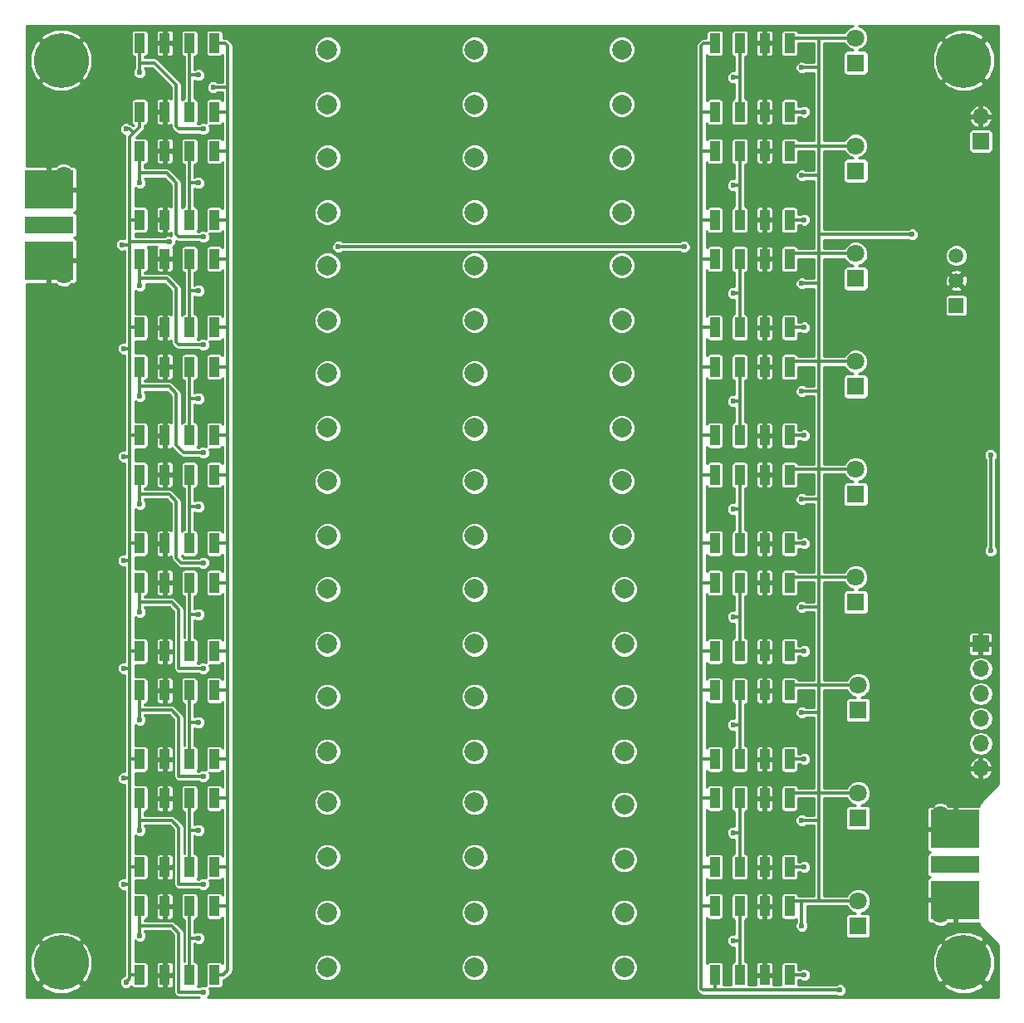
<source format=gbl>
G04 #@! TF.FileFunction,Copper,L2,Bot,Signal*
%FSLAX46Y46*%
G04 Gerber Fmt 4.6, Leading zero omitted, Abs format (unit mm)*
G04 Created by KiCad (PCBNEW 4.0.7-e2-6376~58~ubuntu14.04.1) date Sat May 19 07:38:07 2018*
%MOMM*%
%LPD*%
G01*
G04 APERTURE LIST*
%ADD10C,0.100000*%
%ADD11R,1.000000X2.000000*%
%ADD12C,1.800000*%
%ADD13R,5.000000X1.800000*%
%ADD14R,5.000000X3.960000*%
%ADD15C,1.998980*%
%ADD16C,5.600000*%
%ADD17R,1.800000X1.800000*%
%ADD18R,1.700000X1.700000*%
%ADD19O,1.700000X1.700000*%
%ADD20C,1.520000*%
%ADD21R,1.520000X1.520000*%
%ADD22C,0.600000*%
%ADD23C,0.300000*%
%ADD24C,0.254000*%
G04 APERTURE END LIST*
D10*
D11*
X140250000Y-41250000D03*
X137710000Y-41250000D03*
X135170000Y-41250000D03*
X132630000Y-41250000D03*
X132630000Y-34250000D03*
X135170000Y-34250000D03*
X137710000Y-34250000D03*
X140250000Y-34250000D03*
X74000000Y-45250000D03*
X76540000Y-45250000D03*
X79080000Y-45250000D03*
X81620000Y-45250000D03*
X81620000Y-52250000D03*
X79080000Y-52250000D03*
X76540000Y-52250000D03*
X74000000Y-52250000D03*
X140250000Y-52250000D03*
X137710000Y-52250000D03*
X135170000Y-52250000D03*
X132630000Y-52250000D03*
X132630000Y-45250000D03*
X135170000Y-45250000D03*
X137710000Y-45250000D03*
X140250000Y-45250000D03*
X74000000Y-23250000D03*
X76540000Y-23250000D03*
X79080000Y-23250000D03*
X81620000Y-23250000D03*
X81620000Y-30250000D03*
X79080000Y-30250000D03*
X76540000Y-30250000D03*
X74000000Y-30250000D03*
X140250000Y-30250000D03*
X137710000Y-30250000D03*
X135170000Y-30250000D03*
X132630000Y-30250000D03*
X132630000Y-23250000D03*
X135170000Y-23250000D03*
X137710000Y-23250000D03*
X140250000Y-23250000D03*
D12*
X155643000Y-112080000D03*
X155643000Y-101920000D03*
D13*
X157150000Y-107000000D03*
D14*
X157150000Y-103380000D03*
X157150000Y-110620000D03*
D12*
X155643000Y-109540000D03*
X155643000Y-104460000D03*
X155643000Y-107000000D03*
D11*
X140250000Y-63250000D03*
X137710000Y-63250000D03*
X135170000Y-63250000D03*
X132630000Y-63250000D03*
X132630000Y-56250000D03*
X135170000Y-56250000D03*
X137710000Y-56250000D03*
X140250000Y-56250000D03*
X74000000Y-56250000D03*
X76540000Y-56250000D03*
X79080000Y-56250000D03*
X81620000Y-56250000D03*
X81620000Y-63250000D03*
X79080000Y-63250000D03*
X76540000Y-63250000D03*
X74000000Y-63250000D03*
X74000000Y-67250000D03*
X76540000Y-67250000D03*
X79080000Y-67250000D03*
X81620000Y-67250000D03*
X81620000Y-74250000D03*
X79080000Y-74250000D03*
X76540000Y-74250000D03*
X74000000Y-74250000D03*
X140250000Y-74250000D03*
X137710000Y-74250000D03*
X135170000Y-74250000D03*
X132630000Y-74250000D03*
X132630000Y-67250000D03*
X135170000Y-67250000D03*
X137710000Y-67250000D03*
X140250000Y-67250000D03*
D15*
X93146000Y-29492000D03*
X93146000Y-23904000D03*
X108146000Y-29492000D03*
X108146000Y-23904000D03*
X93146000Y-51492000D03*
X93146000Y-45904000D03*
X123146000Y-29492000D03*
X123146000Y-23904000D03*
X93146000Y-40492000D03*
X93146000Y-34904000D03*
X108146000Y-40492000D03*
X108146000Y-34904000D03*
X123146000Y-40492000D03*
X123146000Y-34904000D03*
D11*
X74000000Y-78250000D03*
X76540000Y-78250000D03*
X79080000Y-78250000D03*
X81620000Y-78250000D03*
X81620000Y-85250000D03*
X79080000Y-85250000D03*
X76540000Y-85250000D03*
X74000000Y-85250000D03*
X74000000Y-89250000D03*
X76540000Y-89250000D03*
X79080000Y-89250000D03*
X81620000Y-89250000D03*
X81620000Y-96250000D03*
X79080000Y-96250000D03*
X76540000Y-96250000D03*
X74000000Y-96250000D03*
X74000000Y-100250000D03*
X76540000Y-100250000D03*
X79080000Y-100250000D03*
X81620000Y-100250000D03*
X81620000Y-107250000D03*
X79080000Y-107250000D03*
X76540000Y-107250000D03*
X74000000Y-107250000D03*
X140250000Y-85250000D03*
X137710000Y-85250000D03*
X135170000Y-85250000D03*
X132630000Y-85250000D03*
X132630000Y-78250000D03*
X135170000Y-78250000D03*
X137710000Y-78250000D03*
X140250000Y-78250000D03*
X140250000Y-96250000D03*
X137710000Y-96250000D03*
X135170000Y-96250000D03*
X132630000Y-96250000D03*
X132630000Y-89250000D03*
X135170000Y-89250000D03*
X137710000Y-89250000D03*
X140250000Y-89250000D03*
X140250000Y-107250000D03*
X137710000Y-107250000D03*
X135170000Y-107250000D03*
X132630000Y-107250000D03*
X132630000Y-100250000D03*
X135170000Y-100250000D03*
X137710000Y-100250000D03*
X140250000Y-100250000D03*
D12*
X66257000Y-36720000D03*
X66257000Y-46880000D03*
D13*
X64750000Y-41800000D03*
D14*
X64750000Y-45420000D03*
X64750000Y-38180000D03*
D12*
X66257000Y-39260000D03*
X66257000Y-44340000D03*
X66257000Y-41800000D03*
D11*
X74000000Y-111250000D03*
X76540000Y-111250000D03*
X79080000Y-111250000D03*
X81620000Y-111250000D03*
X81620000Y-118250000D03*
X79080000Y-118250000D03*
X76540000Y-118250000D03*
X74000000Y-118250000D03*
X140250000Y-118250000D03*
X137710000Y-118250000D03*
X135170000Y-118250000D03*
X132630000Y-118250000D03*
X132630000Y-111250000D03*
X135170000Y-111250000D03*
X137710000Y-111250000D03*
X140250000Y-111250000D03*
D15*
X123396000Y-106492000D03*
X123396000Y-100904000D03*
X93146000Y-117492000D03*
X93146000Y-111904000D03*
X108146000Y-117492000D03*
X108146000Y-111904000D03*
X123396000Y-117492000D03*
X123396000Y-111904000D03*
X123146000Y-51492000D03*
X123146000Y-45904000D03*
X108146000Y-51492000D03*
X108146000Y-45904000D03*
X123146000Y-62492000D03*
X123146000Y-56904000D03*
X108146000Y-62492000D03*
X108146000Y-56904000D03*
X93146000Y-62492000D03*
X93146000Y-56904000D03*
X123146000Y-73492000D03*
X123146000Y-67904000D03*
X108146000Y-73492000D03*
X108146000Y-67904000D03*
X93146000Y-73492000D03*
X93146000Y-67904000D03*
D16*
X158000000Y-25000000D03*
X158000000Y-117000000D03*
X66000000Y-117000000D03*
X66000000Y-25000000D03*
D15*
X93146000Y-84492000D03*
X93146000Y-78904000D03*
X108146000Y-84492000D03*
X108146000Y-78904000D03*
X123396000Y-84492000D03*
X123396000Y-78904000D03*
D11*
X74000000Y-34250000D03*
X76540000Y-34250000D03*
X79080000Y-34250000D03*
X81620000Y-34250000D03*
X81620000Y-41250000D03*
X79080000Y-41250000D03*
X76540000Y-41250000D03*
X74000000Y-41250000D03*
D15*
X93146000Y-95492000D03*
X93146000Y-89904000D03*
X108146000Y-95492000D03*
X108146000Y-89904000D03*
X123396000Y-95492000D03*
X123396000Y-89904000D03*
X93146000Y-106242000D03*
X93146000Y-100654000D03*
X108146000Y-106242000D03*
X108146000Y-100654000D03*
D17*
X147000000Y-25250000D03*
D12*
X147000000Y-22710000D03*
D17*
X147000000Y-36250000D03*
D12*
X147000000Y-33710000D03*
D17*
X147000000Y-47250000D03*
D12*
X147000000Y-44710000D03*
D17*
X147000000Y-58250000D03*
D12*
X147000000Y-55710000D03*
D17*
X147000000Y-69250000D03*
D12*
X147000000Y-66710000D03*
D17*
X147000000Y-80250000D03*
D12*
X147000000Y-77710000D03*
D17*
X147250000Y-91250000D03*
D12*
X147250000Y-88710000D03*
D17*
X147250000Y-102250000D03*
D12*
X147250000Y-99710000D03*
D17*
X147250000Y-113250000D03*
D12*
X147250000Y-110710000D03*
D18*
X159750000Y-33250000D03*
D19*
X159750000Y-30710000D03*
D18*
X159750000Y-84500000D03*
D19*
X159750000Y-87040000D03*
X159750000Y-89580000D03*
X159750000Y-92120000D03*
X159750000Y-94660000D03*
X159750000Y-97200000D03*
D20*
X157250000Y-47460000D03*
X157250000Y-44920000D03*
D21*
X157250000Y-50000000D03*
D22*
X80000000Y-26500000D03*
X64250000Y-29500000D03*
X64250000Y-34000000D03*
X64750000Y-66500000D03*
X64750000Y-84250000D03*
X64750000Y-95750000D03*
X64750000Y-101000000D03*
X64750000Y-106250000D03*
X64750000Y-111750000D03*
X69000000Y-111750000D03*
X69000000Y-106250000D03*
X69000000Y-101000000D03*
X69000000Y-95750000D03*
X69000000Y-90000000D03*
X69000000Y-84250000D03*
X69000000Y-78500000D03*
X69000000Y-73750000D03*
X69000000Y-66500000D03*
X69000000Y-62750000D03*
X64750000Y-90000000D03*
X64750000Y-78500000D03*
X64750000Y-73750000D03*
X64750000Y-62750000D03*
X71000000Y-60000000D03*
X147750000Y-86750000D03*
X137750000Y-87250000D03*
X145000000Y-79750000D03*
X145000000Y-76500000D03*
X145000000Y-90250000D03*
X145000000Y-85500000D03*
X137750000Y-80750000D03*
X71000000Y-114750000D03*
X76500000Y-115000000D03*
X81500000Y-116000000D03*
X81500000Y-113250000D03*
X71000000Y-103750000D03*
X76500000Y-104000000D03*
X81500000Y-105000000D03*
X81500000Y-102250000D03*
X71000000Y-92750000D03*
X76500000Y-92750000D03*
X81250000Y-91250000D03*
X81250000Y-94000000D03*
X137750000Y-94000000D03*
X137750000Y-91500000D03*
X133500000Y-91500000D03*
X133500000Y-94250000D03*
X137750000Y-116000000D03*
X137750000Y-113500000D03*
X145250000Y-101250000D03*
X141500000Y-109250000D03*
X145250000Y-107750000D03*
X148500000Y-97750000D03*
X145250000Y-97000000D03*
X141500000Y-98250000D03*
X133750000Y-98250000D03*
X137750000Y-98250000D03*
X153000000Y-119750000D03*
X153000000Y-116500000D03*
X153000000Y-110750000D03*
X152500000Y-104250000D03*
X152500000Y-101000000D03*
X152750000Y-80500000D03*
X151250000Y-83000000D03*
X151250000Y-86750000D03*
X151250000Y-90000000D03*
X151250000Y-93750000D03*
X152500000Y-97250000D03*
X157000000Y-97250000D03*
X156750000Y-85250000D03*
X160750000Y-80250000D03*
X140000000Y-70000000D03*
X137250000Y-70000000D03*
X134000000Y-76250000D03*
X137750000Y-76250000D03*
X141750000Y-76500000D03*
X145000000Y-74000000D03*
X145000000Y-68500000D03*
X149000000Y-74000000D03*
X133000000Y-113250000D03*
X133000000Y-116000000D03*
X129750000Y-110750000D03*
X129750000Y-113250000D03*
X129750000Y-118500000D03*
X125250000Y-118500000D03*
X122250000Y-115750000D03*
X125000000Y-113250000D03*
X114750000Y-113000000D03*
X114750000Y-110750000D03*
X114750000Y-116000000D03*
X125000000Y-110750000D03*
X121000000Y-110750000D03*
X117750000Y-110750000D03*
X107250000Y-115500000D03*
X109500000Y-113250000D03*
X109750000Y-110750000D03*
X121250000Y-118500000D03*
X117500000Y-118500000D03*
X113750000Y-118500000D03*
X109750000Y-118500000D03*
X106250000Y-118500000D03*
X103250000Y-118500000D03*
X99500000Y-115750000D03*
X99500000Y-118250000D03*
X86250000Y-115750000D03*
X86750000Y-118250000D03*
X90750000Y-118250000D03*
X94750000Y-118750000D03*
X92250000Y-115500000D03*
X94500000Y-113250000D03*
X106000000Y-110750000D03*
X102500000Y-110750000D03*
X99500000Y-113250000D03*
X99500000Y-110750000D03*
X86250000Y-112750000D03*
X86250000Y-110500000D03*
X88750000Y-110500000D03*
X91250000Y-110500000D03*
X94750000Y-110500000D03*
X90750000Y-99250000D03*
X87250000Y-99250000D03*
X86250000Y-102000000D03*
X91250000Y-107500000D03*
X88250000Y-107500000D03*
X86250000Y-105000000D03*
X92250000Y-104500000D03*
X94250000Y-102250000D03*
X94500000Y-99250000D03*
X94750000Y-107500000D03*
X109500000Y-107750000D03*
X99500000Y-105000000D03*
X99500000Y-107500000D03*
X102500000Y-107500000D03*
X106000000Y-107500000D03*
X99500000Y-102000000D03*
X99500000Y-99500000D03*
X103000000Y-99500000D03*
X106250000Y-99500000D03*
X109750000Y-99500000D03*
X109500000Y-102250000D03*
X107250000Y-104500000D03*
X137750000Y-109250000D03*
X135250000Y-109250000D03*
X138250000Y-104750000D03*
X133500000Y-105000000D03*
X133500000Y-102250000D03*
X129800000Y-104900000D03*
X129800000Y-107400000D03*
X139750000Y-102750000D03*
X136750000Y-102750000D03*
X150250000Y-109750000D03*
X150250000Y-114750000D03*
X149250000Y-118000000D03*
X117600000Y-107500000D03*
X114600000Y-107500000D03*
X114600000Y-104900000D03*
X125200000Y-99800000D03*
X125400000Y-107500000D03*
X121100000Y-107500000D03*
X122300000Y-104700000D03*
X125200000Y-102300000D03*
X114600000Y-102100000D03*
X114600000Y-99800000D03*
X117600000Y-99800000D03*
X121400000Y-99800000D03*
X129800000Y-102400000D03*
X129800000Y-91400000D03*
X129800000Y-94200000D03*
X129800000Y-96700000D03*
X129800000Y-99800000D03*
X113900000Y-88800000D03*
X121400000Y-88800000D03*
X117600000Y-88800000D03*
X125100000Y-96700000D03*
X121400000Y-96700000D03*
X117600000Y-96700000D03*
X114000000Y-96700000D03*
X113900000Y-94000000D03*
X113900000Y-91300000D03*
X86300000Y-96500000D03*
X88800000Y-96500000D03*
X91300000Y-96500000D03*
X94600000Y-96700000D03*
X109700000Y-96700000D03*
X106100000Y-96400000D03*
X102900000Y-96400000D03*
X99800000Y-91200000D03*
X99800000Y-93900000D03*
X99800000Y-96300000D03*
X107200000Y-93700000D03*
X109600000Y-91300000D03*
X124900000Y-88600000D03*
X122200000Y-93600000D03*
X125200000Y-91100000D03*
X129800000Y-85400000D03*
X129800000Y-88800000D03*
X109600000Y-88700000D03*
X105800000Y-88800000D03*
X102500000Y-88800000D03*
X98900000Y-88800000D03*
X86500000Y-88600000D03*
X86300000Y-91100000D03*
X86300000Y-94000000D03*
X91600000Y-88100000D03*
X94800000Y-88400000D03*
X94700000Y-91200000D03*
X92200000Y-93700000D03*
X89300000Y-89000000D03*
X71000000Y-70700000D03*
X71000000Y-81700000D03*
X76500000Y-81750000D03*
X81500000Y-80400000D03*
X81500000Y-83100000D03*
X86200000Y-82900000D03*
X88600000Y-85600000D03*
X91200000Y-85700000D03*
X94600000Y-85800000D03*
X92200000Y-82600000D03*
X94600000Y-80200000D03*
X86300000Y-79400000D03*
X88400000Y-77600000D03*
X91400000Y-77600000D03*
X94500000Y-77400000D03*
X98900000Y-82700000D03*
X101200000Y-82700000D03*
X98900000Y-80300000D03*
X98900000Y-77800000D03*
X102200000Y-77700000D03*
X105500000Y-77700000D03*
X98900000Y-85400000D03*
X102700000Y-85500000D03*
X105800000Y-85500000D03*
X109500000Y-85800000D03*
X107200000Y-82700000D03*
X109500000Y-80600000D03*
X109400000Y-77500000D03*
X116200000Y-82500000D03*
X120600000Y-85400000D03*
X117200000Y-85400000D03*
X113900000Y-85400000D03*
X113900000Y-82500000D03*
X121300000Y-77800000D03*
X117600000Y-77800000D03*
X113900000Y-77800000D03*
X122200000Y-82700000D03*
X125300000Y-80100000D03*
X124900000Y-85800000D03*
X133100000Y-83100000D03*
X129800000Y-80400000D03*
X133100000Y-80400000D03*
X124900000Y-77600000D03*
X129800000Y-83100000D03*
X129800000Y-77900000D03*
X153500000Y-69200000D03*
X158500000Y-74200000D03*
X153500000Y-76000000D03*
X159300000Y-59300000D03*
X159300000Y-64100000D03*
X157000000Y-61800000D03*
X154500000Y-59300000D03*
X149400000Y-63300000D03*
X145100000Y-57300000D03*
X145100000Y-60200000D03*
X145100000Y-63300000D03*
X150700000Y-66400000D03*
X150700000Y-69200000D03*
X150700000Y-72300000D03*
X132800000Y-72000000D03*
X129800000Y-72000000D03*
X129800000Y-74400000D03*
X129800000Y-69400000D03*
X132800000Y-69400000D03*
X107200000Y-71600000D03*
X109500000Y-69300000D03*
X98500000Y-74400000D03*
X98800000Y-68900000D03*
X105500000Y-74600000D03*
X101100000Y-74600000D03*
X98800000Y-71900000D03*
X86100000Y-69200000D03*
X87000000Y-66700000D03*
X94600000Y-74600000D03*
X91400000Y-75000000D03*
X89000000Y-73900000D03*
X86100000Y-75000000D03*
X86100000Y-72100000D03*
X76500000Y-70750000D03*
X81400000Y-71800000D03*
X81400000Y-69300000D03*
X90500000Y-66700000D03*
X94700000Y-69100000D03*
X92200000Y-71600000D03*
X109400000Y-66300000D03*
X94500000Y-66500000D03*
X98800000Y-66500000D03*
X102300000Y-66500000D03*
X106100000Y-66500000D03*
X122100000Y-71600000D03*
X125100000Y-69200000D03*
X124900000Y-74800000D03*
X120200000Y-74900000D03*
X109400000Y-74900000D03*
X113900000Y-74900000D03*
X116200000Y-74900000D03*
X116200000Y-72100000D03*
X113900000Y-72100000D03*
X113900000Y-69300000D03*
X113900000Y-66800000D03*
X117100000Y-66800000D03*
X120400000Y-66800000D03*
X125100000Y-66800000D03*
X130000000Y-66800000D03*
X69100000Y-52000000D03*
X69100000Y-54700000D03*
X65600000Y-54700000D03*
X65600000Y-58600000D03*
X69100000Y-58600000D03*
X81000000Y-58300000D03*
X81000000Y-61000000D03*
X76500000Y-59750000D03*
X74200000Y-61000000D03*
X71000000Y-49000000D03*
X63700000Y-50100000D03*
X66900000Y-50100000D03*
X69100000Y-46500000D03*
X69100000Y-43200000D03*
X71000000Y-38000000D03*
X74000000Y-39000000D03*
X69100000Y-29500000D03*
X69100000Y-34000000D03*
X71000000Y-32300000D03*
X94900000Y-60800000D03*
X94700000Y-49500000D03*
X94500000Y-63800000D03*
X94500000Y-58400000D03*
X92100000Y-60800000D03*
X86200000Y-61200000D03*
X87000000Y-63500000D03*
X90500000Y-63500000D03*
X86200000Y-58200000D03*
X87000000Y-55900000D03*
X90500000Y-55900000D03*
X94700000Y-55300000D03*
X133300000Y-61200000D03*
X133300000Y-58300000D03*
X133900000Y-55000000D03*
X137400000Y-49500000D03*
X141000000Y-49500000D03*
X145100000Y-52900000D03*
X145100000Y-49500000D03*
X145100000Y-45700000D03*
X148800000Y-45700000D03*
X148800000Y-49500000D03*
X148800000Y-52900000D03*
X152700000Y-44500000D03*
X152700000Y-47600000D03*
X154500000Y-50400000D03*
X152700000Y-52900000D03*
X149400000Y-39700000D03*
X152800000Y-40700000D03*
X136300000Y-45700000D03*
X145100000Y-38300000D03*
X149400000Y-33200000D03*
X149400000Y-36200000D03*
X149500000Y-29250000D03*
X153200000Y-35700000D03*
X153100000Y-32600000D03*
X156100000Y-34500000D03*
X156100000Y-30700000D03*
X153100000Y-29200000D03*
X153200000Y-25800000D03*
X153200000Y-22600000D03*
X149500000Y-22600000D03*
X149500000Y-25800000D03*
X136400000Y-56800000D03*
X136400000Y-63200000D03*
X137800000Y-61200000D03*
X137800000Y-58300000D03*
X140400000Y-59800000D03*
X130000000Y-58300000D03*
X130000000Y-61200000D03*
X130000000Y-63400000D03*
X125100000Y-63400000D03*
X101200000Y-61000000D03*
X106100000Y-63700000D03*
X102300000Y-63700000D03*
X98500000Y-63700000D03*
X98500000Y-60600000D03*
X107100000Y-60600000D03*
X109300000Y-55200000D03*
X104300000Y-55800000D03*
X101400000Y-56000000D03*
X98500000Y-55500000D03*
X109600000Y-58500000D03*
X98500000Y-58200000D03*
X122100000Y-49600000D03*
X101250000Y-47250000D03*
X98500000Y-47250000D03*
X92000000Y-49700000D03*
X94700000Y-47200000D03*
X109800000Y-46800000D03*
X107000000Y-49600000D03*
X122100000Y-60500000D03*
X125000000Y-58300000D03*
X120400000Y-63400000D03*
X117100000Y-63400000D03*
X113900000Y-63400000D03*
X113900000Y-60800000D03*
X113900000Y-58100000D03*
X113900000Y-55800000D03*
X117500000Y-55800000D03*
X120900000Y-55800000D03*
X125000000Y-55800000D03*
X129700000Y-55800000D03*
X133900000Y-50000000D03*
X129700000Y-47300000D03*
X129700000Y-50000000D03*
X120200000Y-45600000D03*
X109600000Y-52800000D03*
X104300000Y-52500000D03*
X125200000Y-45000000D03*
X125200000Y-47300000D03*
X125200000Y-50000000D03*
X114000000Y-50200000D03*
X116600000Y-52800000D03*
X114000000Y-47200000D03*
X115600000Y-45600000D03*
X129700000Y-52400000D03*
X125200000Y-52800000D03*
X121200000Y-52800000D03*
X140400000Y-39000000D03*
X136800000Y-36700000D03*
X133700000Y-39000000D03*
X133700000Y-36200000D03*
X139900000Y-36700000D03*
X133900000Y-30800000D03*
X133900000Y-33200000D03*
X120900000Y-41700000D03*
X113600000Y-36000000D03*
X116000000Y-39200000D03*
X116500000Y-41700000D03*
X113600000Y-38800000D03*
X101400000Y-38900000D03*
X106200000Y-41300000D03*
X103000000Y-41300000D03*
X99000000Y-38900000D03*
X99000000Y-41400000D03*
X99000000Y-36500000D03*
X99000000Y-33300000D03*
X102400000Y-33300000D03*
X106100000Y-33300000D03*
X109700000Y-33300000D03*
X106250000Y-45250000D03*
X103000000Y-45250000D03*
X99750000Y-45250000D03*
X90500000Y-52500000D03*
X98500000Y-50000000D03*
X101250000Y-50000000D03*
X101250000Y-52500000D03*
X98500000Y-52500000D03*
X94750000Y-52500000D03*
X86250000Y-52500000D03*
X86250000Y-49750000D03*
X90500000Y-45250000D03*
X87500000Y-45250000D03*
X86250000Y-47250000D03*
X76500000Y-48750000D03*
X74000000Y-49750000D03*
X78000000Y-47000000D03*
X81500000Y-50000000D03*
X81500000Y-47250000D03*
X78000000Y-36250000D03*
X76500000Y-37750000D03*
X81250000Y-39000000D03*
X81250000Y-36250000D03*
X86000000Y-38750000D03*
X86000000Y-36000000D03*
X94500000Y-30750000D03*
X94500000Y-33250000D03*
X94500000Y-36500000D03*
X87500000Y-41500000D03*
X90500000Y-41500000D03*
X87500000Y-33250000D03*
X90500000Y-33250000D03*
X92250000Y-38500000D03*
X92000000Y-36500000D03*
X94500000Y-22250000D03*
X91250000Y-22250000D03*
X87500000Y-23250000D03*
X86250000Y-25000000D03*
X90500000Y-30500000D03*
X87500000Y-30500000D03*
X99750000Y-23250000D03*
X99750000Y-25250000D03*
X92250000Y-27750000D03*
X94500000Y-25500000D03*
X86250000Y-28250000D03*
X107250000Y-27500000D03*
X99750000Y-28000000D03*
X99750000Y-30500000D03*
X102750000Y-30500000D03*
X105750000Y-30500000D03*
X109750000Y-28000000D03*
X109750000Y-25250000D03*
X109500000Y-22250000D03*
X113500000Y-23000000D03*
X113500000Y-25500000D03*
X105750000Y-23250000D03*
X102750000Y-23250000D03*
X129750000Y-22500000D03*
X116250000Y-25500000D03*
X116250000Y-23000000D03*
X120500000Y-23000000D03*
X125250000Y-22750000D03*
X129750000Y-28250000D03*
X129750000Y-30500000D03*
X125000000Y-39000000D03*
X125000000Y-36500000D03*
X125000000Y-41250000D03*
X129750000Y-41500000D03*
X129750000Y-39000000D03*
X129750000Y-36250000D03*
X116250000Y-33250000D03*
X120500000Y-33250000D03*
X129750000Y-33750000D03*
X125000000Y-33500000D03*
X109750000Y-30750000D03*
X113500000Y-30500000D03*
X113500000Y-27500000D03*
X116250000Y-27500000D03*
X116250000Y-30500000D03*
X120500000Y-30500000D03*
X122750000Y-27250000D03*
X125000000Y-28750000D03*
X125000000Y-25500000D03*
X145000000Y-27000000D03*
X141250000Y-27500000D03*
X145000000Y-30250000D03*
X129750000Y-25500000D03*
X133250000Y-28250000D03*
X133500000Y-25500000D03*
X137750000Y-26750000D03*
X74750000Y-32250000D03*
X72750000Y-28250000D03*
X75500000Y-26500000D03*
X76500000Y-32250000D03*
X76500000Y-54250000D03*
X76500000Y-65250000D03*
X76500000Y-76250000D03*
X76500000Y-98250000D03*
X76500000Y-109250000D03*
X76500000Y-87250000D03*
X152750000Y-42750000D03*
X141500000Y-25750000D03*
X141500000Y-36750000D03*
X141500000Y-58750000D03*
X141500000Y-69750000D03*
X141500000Y-80750000D03*
X141500000Y-91500000D03*
X141500000Y-102500000D03*
X141500000Y-113250000D03*
X141500000Y-47750000D03*
X94250000Y-44000000D03*
X129500000Y-44000000D03*
X77000000Y-43500000D03*
X72400000Y-54400000D03*
X72400000Y-65400000D03*
X72400000Y-76000000D03*
X72400000Y-87000000D03*
X72400000Y-109000000D03*
X72400000Y-98200000D03*
X72600000Y-119000000D03*
X72200000Y-43800000D03*
X72600000Y-32000000D03*
X80000000Y-37500000D03*
X141750000Y-74250000D03*
X80500000Y-76250000D03*
X74000000Y-70250000D03*
X80000000Y-114500000D03*
X80000000Y-92500000D03*
X141750000Y-30250000D03*
X80500000Y-32000000D03*
X74000000Y-26250000D03*
X141750000Y-41250000D03*
X80500000Y-43000000D03*
X74000000Y-37500000D03*
X141750000Y-52250000D03*
X80500000Y-54000000D03*
X74000000Y-48000000D03*
X141750000Y-63250000D03*
X80500000Y-65000000D03*
X74000000Y-59250000D03*
X134500000Y-114750000D03*
X80000000Y-81500000D03*
X141750000Y-85250000D03*
X80500000Y-87000000D03*
X74000000Y-81250000D03*
X134500000Y-26750000D03*
X141750000Y-96250000D03*
X80500000Y-98000000D03*
X74000000Y-92250000D03*
X134500000Y-37750000D03*
X80000000Y-48500000D03*
X134500000Y-48750000D03*
X80000000Y-59500000D03*
X134500000Y-59750000D03*
X80000000Y-70500000D03*
X134500000Y-70750000D03*
X134500000Y-81750000D03*
X134500000Y-92750000D03*
X80000000Y-103500000D03*
X141750000Y-107250000D03*
X80500000Y-109000000D03*
X74000000Y-103500000D03*
X134500000Y-103750000D03*
X145400000Y-119800000D03*
X141750000Y-118250000D03*
X80500000Y-120000000D03*
X74000000Y-114250000D03*
X160750000Y-65250000D03*
X160750000Y-75000000D03*
X81500000Y-27750000D03*
D23*
X80000000Y-26500000D02*
X79080000Y-26500000D01*
X79080000Y-23250000D02*
X79080000Y-26500000D01*
X79080000Y-26500000D02*
X79080000Y-30250000D01*
X69100000Y-34000000D02*
X64250000Y-34000000D01*
X64750000Y-111750000D02*
X64750000Y-106250000D01*
X69000000Y-106250000D02*
X69000000Y-111750000D01*
X69000000Y-95750000D02*
X69000000Y-101000000D01*
X69000000Y-84250000D02*
X69000000Y-90000000D01*
X69000000Y-73750000D02*
X69000000Y-78500000D01*
X69000000Y-62750000D02*
X69000000Y-66500000D01*
X64750000Y-95750000D02*
X64750000Y-101000000D01*
X64750000Y-84250000D02*
X64750000Y-90000000D01*
X64750000Y-78500000D02*
X64750000Y-73750000D01*
X64750000Y-66500000D02*
X64750000Y-62750000D01*
X69100000Y-58600000D02*
X69100000Y-60100000D01*
X69200000Y-60000000D02*
X71000000Y-60000000D01*
X69100000Y-60100000D02*
X69200000Y-60000000D01*
X137710000Y-89250000D02*
X137710000Y-87290000D01*
X137710000Y-87290000D02*
X137750000Y-87250000D01*
X145000000Y-79750000D02*
X145000000Y-85500000D01*
X137710000Y-78250000D02*
X137710000Y-80710000D01*
X137710000Y-80710000D02*
X137750000Y-80750000D01*
X76540000Y-115040000D02*
X76500000Y-115000000D01*
X76540000Y-118250000D02*
X76540000Y-115040000D01*
X81500000Y-113250000D02*
X81500000Y-116000000D01*
X76540000Y-104040000D02*
X76500000Y-104000000D01*
X76540000Y-107250000D02*
X76540000Y-104040000D01*
X81500000Y-102250000D02*
X81500000Y-105000000D01*
X76540000Y-92790000D02*
X76500000Y-92750000D01*
X76540000Y-96250000D02*
X76540000Y-92790000D01*
X81250000Y-94000000D02*
X81250000Y-91250000D01*
X137750000Y-96210000D02*
X137750000Y-94000000D01*
X137750000Y-94000000D02*
X137750000Y-91500000D01*
X137750000Y-96210000D02*
X137710000Y-96250000D01*
X133500000Y-94250000D02*
X133500000Y-91500000D01*
X137710000Y-91460000D02*
X137710000Y-89250000D01*
X137750000Y-91500000D02*
X137710000Y-91460000D01*
X137750000Y-118210000D02*
X137750000Y-116000000D01*
X137710000Y-113460000D02*
X137710000Y-111250000D01*
X137710000Y-113460000D02*
X137750000Y-113500000D01*
X137750000Y-116000000D02*
X137750000Y-113500000D01*
X137750000Y-118210000D02*
X137710000Y-118250000D01*
X145250000Y-101250000D02*
X145250000Y-107750000D01*
X137750000Y-98250000D02*
X141500000Y-98250000D01*
X146000000Y-97750000D02*
X148500000Y-97750000D01*
X145250000Y-97000000D02*
X146000000Y-97750000D01*
X137710000Y-100250000D02*
X137710000Y-98290000D01*
X137710000Y-98290000D02*
X137750000Y-98250000D01*
X153000000Y-114000000D02*
X153000000Y-116500000D01*
X157150000Y-110620000D02*
X153130000Y-110620000D01*
X153130000Y-110620000D02*
X153000000Y-110750000D01*
X152500000Y-97250000D02*
X152500000Y-101000000D01*
X151250000Y-86750000D02*
X151250000Y-83000000D01*
X151250000Y-93750000D02*
X151250000Y-90000000D01*
X157000000Y-97250000D02*
X152500000Y-97250000D01*
X159750000Y-84500000D02*
X157500000Y-84500000D01*
X157500000Y-84500000D02*
X156750000Y-85250000D01*
X137250000Y-70000000D02*
X140000000Y-70000000D01*
X137750000Y-76250000D02*
X137750000Y-74290000D01*
X137750000Y-74290000D02*
X137710000Y-74250000D01*
X137750000Y-76250000D02*
X137750000Y-78210000D01*
X137750000Y-78210000D02*
X137710000Y-78250000D01*
X141500000Y-76250000D02*
X137750000Y-76250000D01*
X141750000Y-76500000D02*
X141500000Y-76250000D01*
X145000000Y-74000000D02*
X145000000Y-68500000D01*
X149000000Y-74000000D02*
X145000000Y-74000000D01*
X129750000Y-118500000D02*
X129750000Y-113250000D01*
X122500000Y-115750000D02*
X122250000Y-115750000D01*
X125000000Y-113250000D02*
X122500000Y-115750000D01*
X114750000Y-110750000D02*
X117750000Y-110750000D01*
X114750000Y-116000000D02*
X114750000Y-113000000D01*
X124250000Y-110000000D02*
X125000000Y-110750000D01*
X121750000Y-110000000D02*
X124250000Y-110000000D01*
X121000000Y-110750000D02*
X121750000Y-110000000D01*
X110000000Y-112750000D02*
X109500000Y-113250000D01*
X110000000Y-111000000D02*
X110000000Y-112750000D01*
X109750000Y-110750000D02*
X110000000Y-111000000D01*
X117500000Y-118500000D02*
X121250000Y-118500000D01*
X109750000Y-118500000D02*
X113750000Y-118500000D01*
X103250000Y-118500000D02*
X106250000Y-118500000D01*
X99500000Y-118250000D02*
X99500000Y-115750000D01*
X86250000Y-117750000D02*
X86250000Y-115750000D01*
X86750000Y-118250000D02*
X86250000Y-117750000D01*
X91500000Y-119000000D02*
X90750000Y-118250000D01*
X94500000Y-119000000D02*
X91500000Y-119000000D01*
X94750000Y-118750000D02*
X94500000Y-119000000D01*
X94500000Y-113250000D02*
X92250000Y-115500000D01*
X102500000Y-110750000D02*
X106000000Y-110750000D01*
X99500000Y-110750000D02*
X99500000Y-113250000D01*
X88750000Y-110500000D02*
X86250000Y-110500000D01*
X91750000Y-110000000D02*
X91250000Y-110500000D01*
X94250000Y-110000000D02*
X91750000Y-110000000D01*
X94750000Y-110500000D02*
X94250000Y-110000000D01*
X86250000Y-102000000D02*
X86250000Y-105000000D01*
X90750000Y-99250000D02*
X87250000Y-99250000D01*
X88250000Y-107500000D02*
X91250000Y-107500000D01*
X92250000Y-104250000D02*
X92250000Y-104500000D01*
X94250000Y-102250000D02*
X92250000Y-104250000D01*
X94600000Y-96700000D02*
X94600000Y-99150000D01*
X94600000Y-99150000D02*
X94500000Y-99250000D01*
X99500000Y-107500000D02*
X99500000Y-105000000D01*
X106000000Y-107500000D02*
X102500000Y-107500000D01*
X109750000Y-99500000D02*
X109250000Y-99000000D01*
X103000000Y-99500000D02*
X99500000Y-99500000D01*
X106250000Y-99250000D02*
X106250000Y-99500000D01*
X106500000Y-99000000D02*
X106250000Y-99250000D01*
X109250000Y-99000000D02*
X106500000Y-99000000D01*
X109750000Y-102000000D02*
X109500000Y-102250000D01*
X109750000Y-99500000D02*
X109750000Y-102000000D01*
X135250000Y-109250000D02*
X137750000Y-109250000D01*
X138250000Y-102750000D02*
X138250000Y-104750000D01*
X133500000Y-105000000D02*
X133500000Y-102250000D01*
X129700000Y-107300000D02*
X129800000Y-104900000D01*
X129800000Y-107400000D02*
X129700000Y-107300000D01*
X136750000Y-102750000D02*
X138250000Y-102750000D01*
X138250000Y-102750000D02*
X139750000Y-102750000D01*
X150250000Y-114750000D02*
X150250000Y-109750000D01*
X155000000Y-114000000D02*
X153000000Y-114000000D01*
X153000000Y-114000000D02*
X151000000Y-114000000D01*
X151000000Y-114000000D02*
X150250000Y-114750000D01*
X158000000Y-117000000D02*
X155000000Y-114000000D01*
X117600000Y-107500000D02*
X114600000Y-107500000D01*
X124700000Y-108200000D02*
X125400000Y-107500000D01*
X121800000Y-108200000D02*
X124700000Y-108200000D01*
X121100000Y-107500000D02*
X121800000Y-108200000D01*
X122800000Y-104700000D02*
X122300000Y-104700000D01*
X125200000Y-102300000D02*
X122800000Y-104700000D01*
X114600000Y-99800000D02*
X114600000Y-102100000D01*
X121400000Y-99800000D02*
X117600000Y-99800000D01*
X129800000Y-99800000D02*
X129800000Y-102400000D01*
X129800000Y-96700000D02*
X129800000Y-99800000D01*
X129800000Y-91400000D02*
X129800000Y-94200000D01*
X117600000Y-88800000D02*
X121400000Y-88800000D01*
X124600000Y-97200000D02*
X125100000Y-96700000D01*
X121900000Y-97200000D02*
X124600000Y-97200000D01*
X121400000Y-96700000D02*
X121900000Y-97200000D01*
X114000000Y-96700000D02*
X117600000Y-96700000D01*
X113900000Y-91300000D02*
X113900000Y-94000000D01*
X88800000Y-96500000D02*
X86300000Y-96500000D01*
X91900000Y-97100000D02*
X91300000Y-96500000D01*
X94200000Y-97100000D02*
X91900000Y-97100000D01*
X94600000Y-96700000D02*
X94200000Y-97100000D01*
X102900000Y-96400000D02*
X106100000Y-96400000D01*
X99800000Y-93900000D02*
X99800000Y-96300000D01*
X99800000Y-91200000D02*
X99800000Y-93900000D01*
X109600000Y-88700000D02*
X109700000Y-88700000D01*
X109900000Y-91000000D02*
X109600000Y-91300000D01*
X109900000Y-88900000D02*
X109900000Y-91000000D01*
X109700000Y-88700000D02*
X109900000Y-88900000D01*
X122700000Y-93600000D02*
X122200000Y-93600000D01*
X125200000Y-91100000D02*
X122700000Y-93600000D01*
X129800000Y-85400000D02*
X129800000Y-88800000D01*
X109000000Y-88100000D02*
X109600000Y-88700000D01*
X106500000Y-88100000D02*
X109000000Y-88100000D01*
X105800000Y-88800000D02*
X106500000Y-88100000D01*
X98900000Y-88800000D02*
X102500000Y-88800000D01*
X86300000Y-94000000D02*
X86300000Y-91100000D01*
X86500000Y-88600000D02*
X86300000Y-88800000D01*
X86300000Y-88800000D02*
X86300000Y-91100000D01*
X91600000Y-88100000D02*
X94400000Y-88100000D01*
X94400000Y-88100000D02*
X94800000Y-88100000D01*
X94800000Y-88100000D02*
X94800000Y-88400000D01*
X88600000Y-85600000D02*
X89300000Y-89000000D01*
X71000000Y-81700000D02*
X70900000Y-81700000D01*
X76540000Y-81790000D02*
X76500000Y-81750000D01*
X76540000Y-85250000D02*
X76540000Y-81790000D01*
X81500000Y-83100000D02*
X81500000Y-80400000D01*
X86200000Y-83200000D02*
X86200000Y-82900000D01*
X88600000Y-85600000D02*
X86200000Y-83200000D01*
X91600000Y-86100000D02*
X91200000Y-85700000D01*
X94300000Y-86100000D02*
X91600000Y-86100000D01*
X94600000Y-85800000D02*
X94300000Y-86100000D01*
X94600000Y-80200000D02*
X92200000Y-82600000D01*
X86300000Y-77700000D02*
X86300000Y-79400000D01*
X86400000Y-77600000D02*
X86300000Y-77700000D01*
X88400000Y-77600000D02*
X86400000Y-77600000D01*
X91800000Y-77200000D02*
X91400000Y-77600000D01*
X94300000Y-77200000D02*
X91800000Y-77200000D01*
X94500000Y-77400000D02*
X94300000Y-77200000D01*
X101200000Y-82700000D02*
X98900000Y-82700000D01*
X109400000Y-77500000D02*
X109100000Y-77200000D01*
X102100000Y-77800000D02*
X98900000Y-77800000D01*
X102200000Y-77700000D02*
X102100000Y-77800000D01*
X106000000Y-77200000D02*
X105500000Y-77700000D01*
X109100000Y-77200000D02*
X106000000Y-77200000D01*
X102600000Y-85400000D02*
X98900000Y-85400000D01*
X102700000Y-85500000D02*
X102600000Y-85400000D01*
X106400000Y-86100000D02*
X105800000Y-85500000D01*
X109200000Y-86100000D02*
X106400000Y-86100000D01*
X109500000Y-85800000D02*
X109200000Y-86100000D01*
X109800000Y-80300000D02*
X109500000Y-80600000D01*
X109800000Y-77900000D02*
X109800000Y-80300000D01*
X109400000Y-77500000D02*
X109800000Y-77900000D01*
X113900000Y-82500000D02*
X116200000Y-82500000D01*
X113900000Y-77800000D02*
X113900000Y-82500000D01*
X113900000Y-85400000D02*
X117200000Y-85400000D01*
X117600000Y-77800000D02*
X113900000Y-77800000D01*
X124500000Y-77200000D02*
X121900000Y-77200000D01*
X121900000Y-77200000D02*
X121300000Y-77800000D01*
X124900000Y-77600000D02*
X124500000Y-77200000D01*
X124900000Y-77600000D02*
X125100000Y-77600000D01*
X125300000Y-77800000D02*
X125300000Y-80100000D01*
X125100000Y-77600000D02*
X125300000Y-77800000D01*
X129800000Y-80400000D02*
X129800000Y-83100000D01*
X129800000Y-77900000D02*
X129800000Y-80400000D01*
X129800000Y-74400000D02*
X129800000Y-77900000D01*
X153500000Y-69200000D02*
X153500000Y-76000000D01*
X150700000Y-66400000D02*
X153500000Y-69200000D01*
X159300000Y-64100000D02*
X159300000Y-59300000D01*
X154500000Y-59300000D02*
X157000000Y-61800000D01*
X149400000Y-63300000D02*
X145100000Y-63300000D01*
X150700000Y-64600000D02*
X149400000Y-63300000D01*
X150700000Y-66400000D02*
X150700000Y-64600000D01*
X145100000Y-60200000D02*
X145100000Y-57300000D01*
X150700000Y-72300000D02*
X150700000Y-69200000D01*
X129800000Y-74400000D02*
X129800000Y-72000000D01*
X130000000Y-69200000D02*
X129800000Y-69400000D01*
X130000000Y-69200000D02*
X130000000Y-66800000D01*
X132800000Y-69400000D02*
X132800000Y-72000000D01*
X109500000Y-69300000D02*
X107200000Y-71600000D01*
X98800000Y-68900000D02*
X98800000Y-71900000D01*
X101100000Y-74600000D02*
X105500000Y-74600000D01*
X86100000Y-69200000D02*
X86100000Y-72100000D01*
X86700000Y-66700000D02*
X86100000Y-67300000D01*
X86100000Y-67300000D02*
X86100000Y-69200000D01*
X87000000Y-66700000D02*
X86700000Y-66700000D01*
X94000000Y-75200000D02*
X94600000Y-74600000D01*
X91600000Y-75200000D02*
X94000000Y-75200000D01*
X91400000Y-75000000D02*
X91600000Y-75200000D01*
X86100000Y-75000000D02*
X89000000Y-73900000D01*
X76540000Y-70790000D02*
X76500000Y-70750000D01*
X76540000Y-74250000D02*
X76540000Y-70790000D01*
X81400000Y-69300000D02*
X81400000Y-71800000D01*
X94400000Y-66500000D02*
X94000000Y-66100000D01*
X94000000Y-66100000D02*
X91100000Y-66100000D01*
X91100000Y-66100000D02*
X90500000Y-66700000D01*
X94500000Y-66500000D02*
X94400000Y-66500000D01*
X95600000Y-68200000D02*
X94700000Y-69100000D01*
X95600000Y-68200000D02*
X95600000Y-66500000D01*
X98800000Y-66500000D02*
X95600000Y-66500000D01*
X95600000Y-66500000D02*
X94500000Y-66500000D01*
X106100000Y-66500000D02*
X102300000Y-66500000D01*
X125100000Y-66800000D02*
X125100000Y-69200000D01*
X116200000Y-74900000D02*
X120200000Y-74900000D01*
X113900000Y-74900000D02*
X109400000Y-74900000D01*
X116200000Y-72100000D02*
X116200000Y-74900000D01*
X113900000Y-69300000D02*
X113900000Y-72100000D01*
X117100000Y-66800000D02*
X113900000Y-66800000D01*
X121400000Y-66800000D02*
X120400000Y-66800000D01*
X122100000Y-66100000D02*
X121400000Y-66800000D01*
X124400000Y-66100000D02*
X122100000Y-66100000D01*
X125100000Y-66800000D02*
X124400000Y-66100000D01*
X130000000Y-63400000D02*
X130000000Y-66800000D01*
X69100000Y-49000000D02*
X69100000Y-52000000D01*
X69100000Y-58600000D02*
X65600000Y-58600000D01*
X81000000Y-61000000D02*
X81000000Y-58300000D01*
X76540000Y-59790000D02*
X76500000Y-59750000D01*
X76540000Y-63250000D02*
X76540000Y-59790000D01*
X69100000Y-49000000D02*
X71000000Y-49000000D01*
X66900000Y-50100000D02*
X63700000Y-50100000D01*
X69100000Y-34000000D02*
X69100000Y-43200000D01*
X69100000Y-46500000D02*
X69100000Y-49000000D01*
X71000000Y-38000000D02*
X71000000Y-32300000D01*
X69100000Y-34000000D02*
X69100000Y-29500000D01*
X94500000Y-58400000D02*
X94500000Y-60100000D01*
X94500000Y-60100000D02*
X94900000Y-60800000D01*
X94700000Y-47200000D02*
X94700000Y-49500000D01*
X92100000Y-60800000D02*
X91200000Y-60800000D01*
X94500000Y-58400000D02*
X92100000Y-60800000D01*
X86200000Y-62700000D02*
X86200000Y-61200000D01*
X87000000Y-63500000D02*
X86200000Y-62700000D01*
X90500000Y-61500000D02*
X90500000Y-63500000D01*
X91200000Y-60800000D02*
X90500000Y-61500000D01*
X86200000Y-56700000D02*
X86200000Y-58200000D01*
X87000000Y-55900000D02*
X86200000Y-56700000D01*
X91400000Y-55000000D02*
X90500000Y-55900000D01*
X94400000Y-55000000D02*
X91400000Y-55000000D01*
X94700000Y-55300000D02*
X94400000Y-55000000D01*
X133300000Y-61200000D02*
X133300000Y-58300000D01*
X141000000Y-49500000D02*
X137400000Y-49500000D01*
X145100000Y-45700000D02*
X145100000Y-49500000D01*
X145500000Y-52900000D02*
X145100000Y-52900000D01*
X145500000Y-52900000D02*
X148800000Y-52900000D01*
X152700000Y-52900000D02*
X148800000Y-52900000D01*
X148800000Y-49500000D02*
X148800000Y-45700000D01*
X152700000Y-44500000D02*
X152700000Y-47600000D01*
X154500000Y-50400000D02*
X152700000Y-52200000D01*
X152700000Y-52200000D02*
X152700000Y-52900000D01*
X149400000Y-39700000D02*
X151800000Y-39700000D01*
X149400000Y-38300000D02*
X149400000Y-39700000D01*
X151800000Y-39700000D02*
X152800000Y-40700000D01*
X149400000Y-38300000D02*
X145100000Y-38300000D01*
X149400000Y-36200000D02*
X149400000Y-38300000D01*
X153200000Y-35700000D02*
X149400000Y-36200000D01*
X149500000Y-29250000D02*
X149500000Y-25800000D01*
X145000000Y-29250000D02*
X149500000Y-29250000D01*
X153200000Y-32700000D02*
X153200000Y-35700000D01*
X153100000Y-32600000D02*
X153200000Y-32700000D01*
X156100000Y-30700000D02*
X156100000Y-34500000D01*
X153100000Y-25900000D02*
X153100000Y-29200000D01*
X153200000Y-25800000D02*
X153100000Y-25900000D01*
X149500000Y-22600000D02*
X153200000Y-22600000D01*
X137710000Y-63250000D02*
X136450000Y-63250000D01*
X136450000Y-63250000D02*
X136400000Y-63200000D01*
X137800000Y-61200000D02*
X137800000Y-58300000D01*
X130000000Y-61200000D02*
X130000000Y-58300000D01*
X130000000Y-63400000D02*
X130000000Y-61200000D01*
X98500000Y-63700000D02*
X101200000Y-61000000D01*
X98500000Y-58200000D02*
X98500000Y-60600000D01*
X98500000Y-63700000D02*
X102300000Y-63700000D01*
X109300000Y-55200000D02*
X109200000Y-55100000D01*
X109200000Y-55100000D02*
X105000000Y-55100000D01*
X105000000Y-55100000D02*
X104300000Y-55800000D01*
X101400000Y-56000000D02*
X99200000Y-56000000D01*
X99200000Y-56000000D02*
X98700000Y-55500000D01*
X98700000Y-55500000D02*
X98500000Y-55500000D01*
X98800000Y-58500000D02*
X109600000Y-58500000D01*
X98500000Y-58200000D02*
X98800000Y-58500000D01*
X121200000Y-52800000D02*
X121200000Y-50500000D01*
X121200000Y-50500000D02*
X122100000Y-49600000D01*
X98500000Y-47250000D02*
X94750000Y-47250000D01*
X94750000Y-47250000D02*
X94700000Y-47200000D01*
X107000000Y-49600000D02*
X109800000Y-46800000D01*
X122800000Y-60500000D02*
X122100000Y-60500000D01*
X125000000Y-58300000D02*
X122800000Y-60500000D01*
X113900000Y-63400000D02*
X117100000Y-63400000D01*
X113900000Y-58100000D02*
X113900000Y-60800000D01*
X117500000Y-55800000D02*
X113900000Y-55800000D01*
X121800000Y-54900000D02*
X120900000Y-55800000D01*
X124100000Y-54900000D02*
X121800000Y-54900000D01*
X125000000Y-55800000D02*
X124100000Y-54900000D01*
X129700000Y-52400000D02*
X129700000Y-55800000D01*
X129700000Y-50000000D02*
X129700000Y-47300000D01*
X115600000Y-45600000D02*
X120200000Y-45600000D01*
X109600000Y-52800000D02*
X116600000Y-52800000D01*
X109100000Y-53300000D02*
X109600000Y-52800000D01*
X105100000Y-53300000D02*
X109100000Y-53300000D01*
X104300000Y-52500000D02*
X105100000Y-53300000D01*
X125200000Y-50000000D02*
X125200000Y-47300000D01*
X114000000Y-47200000D02*
X114000000Y-50200000D01*
X115600000Y-45600000D02*
X114000000Y-47200000D01*
X125600000Y-52400000D02*
X129700000Y-52400000D01*
X125200000Y-52800000D02*
X125600000Y-52400000D01*
X116600000Y-52800000D02*
X121200000Y-52800000D01*
X140400000Y-39000000D02*
X136800000Y-36700000D01*
X133700000Y-39000000D02*
X133700000Y-36200000D01*
X133900000Y-33200000D02*
X133900000Y-30800000D01*
X113600000Y-36000000D02*
X113600000Y-38800000D01*
X116250000Y-33350000D02*
X113600000Y-36000000D01*
X116250000Y-33250000D02*
X116250000Y-33350000D01*
X116500000Y-41700000D02*
X116000000Y-39200000D01*
X103000000Y-41300000D02*
X106200000Y-41300000D01*
X99000000Y-41400000D02*
X99000000Y-38900000D01*
X109700000Y-33300000D02*
X106100000Y-33300000D01*
X99000000Y-33300000D02*
X102400000Y-33300000D01*
X99000000Y-36500000D02*
X94500000Y-36500000D01*
X103000000Y-45250000D02*
X106250000Y-45250000D01*
X101250000Y-47250000D02*
X101250000Y-46750000D01*
X101250000Y-46750000D02*
X99750000Y-45250000D01*
X101250000Y-50000000D02*
X101250000Y-47250000D01*
X101250000Y-52500000D02*
X101250000Y-50000000D01*
X94750000Y-52500000D02*
X98500000Y-52500000D01*
X86250000Y-49750000D02*
X86250000Y-47250000D01*
X86250000Y-52500000D02*
X86250000Y-49750000D01*
X87500000Y-45250000D02*
X90500000Y-45250000D01*
X76540000Y-48790000D02*
X76500000Y-48750000D01*
X76540000Y-52250000D02*
X76540000Y-48790000D01*
X77500000Y-45250000D02*
X78000000Y-45750000D01*
X78000000Y-45750000D02*
X78000000Y-47000000D01*
X76540000Y-45250000D02*
X77500000Y-45250000D01*
X81500000Y-47250000D02*
X81500000Y-50000000D01*
X76540000Y-41250000D02*
X76540000Y-37790000D01*
X76540000Y-37790000D02*
X76500000Y-37750000D01*
X81250000Y-36250000D02*
X81250000Y-39000000D01*
X87500000Y-38750000D02*
X86000000Y-38750000D01*
X87500000Y-36000000D02*
X86000000Y-36000000D01*
X94500000Y-30750000D02*
X94500000Y-33250000D01*
X94500000Y-36500000D02*
X94500000Y-36000000D01*
X90500000Y-41500000D02*
X90500000Y-40250000D01*
X90500000Y-30500000D02*
X90500000Y-33250000D01*
X87500000Y-33250000D02*
X87500000Y-36000000D01*
X87500000Y-36000000D02*
X87500000Y-38750000D01*
X87500000Y-38750000D02*
X87500000Y-41500000D01*
X90500000Y-40250000D02*
X92250000Y-38500000D01*
X94000000Y-36500000D02*
X92000000Y-36500000D01*
X94500000Y-36000000D02*
X94000000Y-36500000D01*
X94500000Y-22250000D02*
X94250000Y-22000000D01*
X94250000Y-22000000D02*
X91500000Y-22000000D01*
X91500000Y-22000000D02*
X91250000Y-22250000D01*
X87500000Y-30500000D02*
X86250000Y-29250000D01*
X90750000Y-27750000D02*
X90500000Y-28000000D01*
X90500000Y-28000000D02*
X90500000Y-30500000D01*
X99750000Y-25250000D02*
X94750000Y-25250000D01*
X99750000Y-23250000D02*
X99750000Y-25250000D01*
X94750000Y-25250000D02*
X94500000Y-25500000D01*
X92250000Y-27750000D02*
X90750000Y-27750000D01*
X86250000Y-29250000D02*
X86250000Y-28250000D01*
X105750000Y-27500000D02*
X107250000Y-27500000D01*
X105750000Y-30500000D02*
X102750000Y-30500000D01*
X99750000Y-30500000D02*
X99750000Y-28000000D01*
X105750000Y-23250000D02*
X105750000Y-27500000D01*
X105750000Y-27500000D02*
X105750000Y-30500000D01*
X109750000Y-28000000D02*
X109750000Y-25250000D01*
X113500000Y-23000000D02*
X110250000Y-23000000D01*
X110250000Y-23000000D02*
X109500000Y-22250000D01*
X116250000Y-25500000D02*
X113500000Y-25500000D01*
X105750000Y-23250000D02*
X102750000Y-23250000D01*
X116250000Y-23000000D02*
X120500000Y-23000000D01*
X116250000Y-25500000D02*
X116250000Y-27500000D01*
X125500000Y-22500000D02*
X129750000Y-22500000D01*
X125250000Y-22750000D02*
X125500000Y-22500000D01*
X129750000Y-28250000D02*
X129750000Y-25500000D01*
X125000000Y-36500000D02*
X125000000Y-39000000D01*
X129500000Y-41250000D02*
X125000000Y-41250000D01*
X129750000Y-41500000D02*
X129500000Y-41250000D01*
X129750000Y-36250000D02*
X129750000Y-39000000D01*
X116250000Y-30500000D02*
X116250000Y-33250000D01*
X125250000Y-33750000D02*
X129750000Y-33750000D01*
X125000000Y-33500000D02*
X125250000Y-33750000D01*
X116250000Y-27500000D02*
X113500000Y-27500000D01*
X110000000Y-30500000D02*
X109750000Y-30750000D01*
X113500000Y-30500000D02*
X110000000Y-30500000D01*
X120500000Y-30500000D02*
X116250000Y-30500000D01*
X122750000Y-27250000D02*
X123000000Y-27500000D01*
X123000000Y-27500000D02*
X123750000Y-27500000D01*
X123750000Y-27500000D02*
X125000000Y-28750000D01*
X129750000Y-25500000D02*
X125000000Y-25500000D01*
X145000000Y-30250000D02*
X145000000Y-29250000D01*
X145000000Y-29250000D02*
X145000000Y-27000000D01*
X137710000Y-30250000D02*
X137710000Y-26790000D01*
X133250000Y-25750000D02*
X133250000Y-28250000D01*
X133500000Y-25500000D02*
X133250000Y-25750000D01*
X137710000Y-26790000D02*
X137750000Y-26750000D01*
X76540000Y-30250000D02*
X76540000Y-27540000D01*
X76540000Y-27540000D02*
X75500000Y-26500000D01*
X76540000Y-34250000D02*
X76540000Y-32290000D01*
X76540000Y-32290000D02*
X76500000Y-32250000D01*
X76540000Y-56250000D02*
X76540000Y-54290000D01*
X76540000Y-54290000D02*
X76500000Y-54250000D01*
X76540000Y-67250000D02*
X76540000Y-65290000D01*
X76540000Y-65290000D02*
X76500000Y-65250000D01*
X76540000Y-78250000D02*
X76540000Y-76290000D01*
X76540000Y-76290000D02*
X76500000Y-76250000D01*
X76540000Y-100250000D02*
X76540000Y-98290000D01*
X76540000Y-98290000D02*
X76500000Y-98250000D01*
X76540000Y-111250000D02*
X76540000Y-109290000D01*
X76540000Y-109290000D02*
X76500000Y-109250000D01*
X76540000Y-89250000D02*
X76540000Y-87290000D01*
X76540000Y-87290000D02*
X76500000Y-87250000D01*
X152750000Y-42750000D02*
X143250000Y-42750000D01*
X141500000Y-25750000D02*
X143250000Y-25750000D01*
X141500000Y-36750000D02*
X143250000Y-36750000D01*
X141500000Y-58750000D02*
X143250000Y-58750000D01*
X141500000Y-69750000D02*
X143250000Y-69750000D01*
X141500000Y-80750000D02*
X143250000Y-80750000D01*
X141500000Y-91500000D02*
X143250000Y-91500000D01*
X141500000Y-102500000D02*
X143250000Y-102500000D01*
X141500000Y-110710000D02*
X141500000Y-113250000D01*
X141500000Y-47750000D02*
X143250000Y-47750000D01*
X94250000Y-44000000D02*
X112750000Y-44000000D01*
X112750000Y-44000000D02*
X129500000Y-44000000D01*
X73000000Y-43500000D02*
X77000000Y-43500000D01*
X72400000Y-54400000D02*
X73000000Y-54400000D01*
X72400000Y-65400000D02*
X73000000Y-65400000D01*
X72400000Y-76000000D02*
X73000000Y-76000000D01*
X72400000Y-87000000D02*
X73000000Y-87000000D01*
X72400000Y-109000000D02*
X73000000Y-109000000D01*
X72400000Y-98200000D02*
X73000000Y-98200000D01*
X74000000Y-118250000D02*
X73000000Y-118250000D01*
X73000000Y-118600000D02*
X73000000Y-118250000D01*
X73000000Y-118250000D02*
X73000000Y-117600000D01*
X73000000Y-109000000D02*
X73000000Y-109600000D01*
X73000000Y-109600000D02*
X73000000Y-117600000D01*
X72600000Y-119000000D02*
X73000000Y-118600000D01*
X73000000Y-43800000D02*
X72200000Y-43800000D01*
X74000000Y-41250000D02*
X73000000Y-41250000D01*
X72600000Y-32000000D02*
X73000000Y-32000000D01*
X73000000Y-32000000D02*
X73400000Y-32400000D01*
X74000000Y-31400000D02*
X74000000Y-31800000D01*
X74000000Y-31800000D02*
X73400000Y-32400000D01*
X73400000Y-32400000D02*
X73000000Y-32800000D01*
X74000000Y-31400000D02*
X74000000Y-30250000D01*
X73000000Y-32800000D02*
X73000000Y-39600000D01*
X74000000Y-52250000D02*
X73000000Y-52250000D01*
X74000000Y-63250000D02*
X73000000Y-63250000D01*
X74000000Y-74250000D02*
X73000000Y-74250000D01*
X74000000Y-85250000D02*
X73000000Y-85250000D01*
X74000000Y-96250000D02*
X73000000Y-96250000D01*
X74000000Y-107250000D02*
X73000000Y-107250000D01*
X73000000Y-39600000D02*
X73000000Y-41250000D01*
X73000000Y-41250000D02*
X73000000Y-43200000D01*
X73000000Y-43200000D02*
X73000000Y-43500000D01*
X73000000Y-43500000D02*
X73000000Y-43800000D01*
X73000000Y-43800000D02*
X73000000Y-52250000D01*
X73000000Y-52250000D02*
X73000000Y-54200000D01*
X73000000Y-54200000D02*
X73000000Y-54400000D01*
X73000000Y-54400000D02*
X73000000Y-63250000D01*
X73000000Y-63250000D02*
X73000000Y-65400000D01*
X73000000Y-65400000D02*
X73000000Y-74250000D01*
X73000000Y-74250000D02*
X73000000Y-76000000D01*
X73000000Y-76000000D02*
X73000000Y-85250000D01*
X73000000Y-85250000D02*
X73000000Y-87000000D01*
X73000000Y-87000000D02*
X73000000Y-96250000D01*
X73000000Y-96250000D02*
X73000000Y-98200000D01*
X73000000Y-98200000D02*
X73000000Y-107250000D01*
X73000000Y-107250000D02*
X73000000Y-109000000D01*
X143250000Y-55710000D02*
X140790000Y-55710000D01*
X140790000Y-55710000D02*
X140250000Y-56250000D01*
X147000000Y-55710000D02*
X143250000Y-55710000D01*
X143250000Y-66710000D02*
X140790000Y-66710000D01*
X140790000Y-66710000D02*
X140250000Y-67250000D01*
X147000000Y-66710000D02*
X143250000Y-66710000D01*
X143250000Y-77710000D02*
X140790000Y-77710000D01*
X140790000Y-77710000D02*
X140250000Y-78250000D01*
X147000000Y-77710000D02*
X143250000Y-77710000D01*
X143250000Y-88710000D02*
X141500000Y-88710000D01*
X141500000Y-88710000D02*
X140790000Y-88710000D01*
X140790000Y-88710000D02*
X140250000Y-89250000D01*
X147250000Y-88710000D02*
X143250000Y-88710000D01*
X143250000Y-99710000D02*
X140790000Y-99710000D01*
X140790000Y-99710000D02*
X140250000Y-100250000D01*
X147250000Y-99710000D02*
X143250000Y-99710000D01*
X143250000Y-109500000D02*
X143250000Y-110710000D01*
X143250000Y-109500000D02*
X143250000Y-102500000D01*
X147250000Y-110710000D02*
X143250000Y-110710000D01*
X143250000Y-110710000D02*
X141500000Y-110710000D01*
X141500000Y-110710000D02*
X140790000Y-110710000D01*
X140790000Y-110710000D02*
X140250000Y-111250000D01*
X143250000Y-44710000D02*
X140790000Y-44710000D01*
X140790000Y-44710000D02*
X140250000Y-45250000D01*
X147000000Y-44710000D02*
X143250000Y-44710000D01*
X143250000Y-23250000D02*
X143250000Y-22710000D01*
X143250000Y-25750000D02*
X143250000Y-24500000D01*
X143250000Y-24500000D02*
X143250000Y-23250000D01*
X147000000Y-22710000D02*
X143250000Y-22710000D01*
X143250000Y-22710000D02*
X140790000Y-22710000D01*
X140790000Y-22710000D02*
X140250000Y-23250000D01*
X143250000Y-33710000D02*
X140790000Y-33710000D01*
X140790000Y-33710000D02*
X140250000Y-34250000D01*
X147000000Y-33710000D02*
X143250000Y-33710000D01*
X143250000Y-102500000D02*
X143250000Y-99710000D01*
X143250000Y-99710000D02*
X143250000Y-91500000D01*
X143250000Y-91500000D02*
X143250000Y-88710000D01*
X143250000Y-88710000D02*
X143250000Y-80750000D01*
X143250000Y-80750000D02*
X143250000Y-77710000D01*
X143250000Y-77710000D02*
X143250000Y-69750000D01*
X143250000Y-69750000D02*
X143250000Y-66710000D01*
X143250000Y-66710000D02*
X143250000Y-58750000D01*
X143250000Y-58750000D02*
X143250000Y-55710000D01*
X143250000Y-55710000D02*
X143250000Y-47750000D01*
X143250000Y-47750000D02*
X143250000Y-44710000D01*
X143250000Y-44710000D02*
X143250000Y-42750000D01*
X143250000Y-42750000D02*
X143250000Y-36750000D01*
X143250000Y-36750000D02*
X143250000Y-33710000D01*
X143250000Y-33710000D02*
X143250000Y-25750000D01*
X80000000Y-37500000D02*
X79080000Y-37500000D01*
X79080000Y-34250000D02*
X79080000Y-37500000D01*
X79080000Y-37500000D02*
X79080000Y-41250000D01*
X140250000Y-74250000D02*
X141750000Y-74250000D01*
X74000000Y-69250000D02*
X77000000Y-69250000D01*
X77000000Y-69250000D02*
X77750000Y-70000000D01*
X77750000Y-70000000D02*
X77750000Y-75750000D01*
X77750000Y-75750000D02*
X78250000Y-76250000D01*
X78250000Y-76250000D02*
X80500000Y-76250000D01*
X74000000Y-67250000D02*
X74000000Y-69250000D01*
X74000000Y-69250000D02*
X74000000Y-70250000D01*
X80000000Y-114500000D02*
X79080000Y-114500000D01*
X79080000Y-111250000D02*
X79080000Y-114500000D01*
X79080000Y-114500000D02*
X79080000Y-118250000D01*
X80000000Y-92500000D02*
X79080000Y-92500000D01*
X79080000Y-96250000D02*
X79080000Y-92750000D01*
X79080000Y-92750000D02*
X79080000Y-92500000D01*
X79080000Y-92500000D02*
X79080000Y-89250000D01*
X140250000Y-30250000D02*
X141750000Y-30250000D01*
X80500000Y-32000000D02*
X78000000Y-32000000D01*
X74000000Y-25250000D02*
X75500000Y-25250000D01*
X75500000Y-25250000D02*
X77750000Y-27500000D01*
X77750000Y-27500000D02*
X77750000Y-31750000D01*
X77750000Y-31750000D02*
X78000000Y-32000000D01*
X74000000Y-23250000D02*
X74000000Y-25250000D01*
X74000000Y-25250000D02*
X74000000Y-26250000D01*
X140250000Y-41250000D02*
X141750000Y-41250000D01*
X76750000Y-36500000D02*
X77750000Y-37500000D01*
X77750000Y-37500000D02*
X77750000Y-42750000D01*
X74000000Y-36500000D02*
X76750000Y-36500000D01*
X78000000Y-43000000D02*
X77750000Y-42750000D01*
X80500000Y-43000000D02*
X78000000Y-43000000D01*
X74000000Y-34250000D02*
X74000000Y-36500000D01*
X74000000Y-36500000D02*
X74000000Y-37500000D01*
X140250000Y-52250000D02*
X141750000Y-52250000D01*
X74000000Y-47250000D02*
X76750000Y-47250000D01*
X78000000Y-54000000D02*
X80500000Y-54000000D01*
X77750000Y-53750000D02*
X78000000Y-54000000D01*
X77750000Y-48250000D02*
X77750000Y-53750000D01*
X76750000Y-47250000D02*
X77750000Y-48250000D01*
X74000000Y-45250000D02*
X74000000Y-47250000D01*
X74000000Y-47250000D02*
X74000000Y-48000000D01*
X140250000Y-63250000D02*
X141750000Y-63250000D01*
X74000000Y-58250000D02*
X77000000Y-58250000D01*
X78500000Y-65000000D02*
X80500000Y-65000000D01*
X77750000Y-64250000D02*
X78500000Y-65000000D01*
X77750000Y-59000000D02*
X77750000Y-64250000D01*
X77000000Y-58250000D02*
X77750000Y-59000000D01*
X74000000Y-56250000D02*
X74000000Y-58250000D01*
X74000000Y-58250000D02*
X74000000Y-59250000D01*
X134500000Y-114750000D02*
X135170000Y-114750000D01*
X135170000Y-111250000D02*
X135170000Y-114750000D01*
X135170000Y-114750000D02*
X135170000Y-118250000D01*
X80000000Y-81500000D02*
X79080000Y-81500000D01*
X79080000Y-78250000D02*
X79080000Y-81500000D01*
X79080000Y-81500000D02*
X79080000Y-85250000D01*
X140250000Y-85250000D02*
X141750000Y-85250000D01*
X74000000Y-80250000D02*
X77250000Y-80250000D01*
X77250000Y-80250000D02*
X78000000Y-81000000D01*
X78000000Y-81000000D02*
X78000000Y-87000000D01*
X78000000Y-87000000D02*
X80500000Y-87000000D01*
X74000000Y-78250000D02*
X74000000Y-80250000D01*
X74000000Y-80250000D02*
X74000000Y-81250000D01*
X134500000Y-26750000D02*
X135170000Y-26750000D01*
X135170000Y-30250000D02*
X135170000Y-26750000D01*
X135170000Y-26750000D02*
X135170000Y-23250000D01*
X140250000Y-96250000D02*
X141750000Y-96250000D01*
X74000000Y-91250000D02*
X77250000Y-91250000D01*
X78000000Y-98000000D02*
X80500000Y-98000000D01*
X78000000Y-92000000D02*
X78000000Y-98000000D01*
X77250000Y-91250000D02*
X78000000Y-92000000D01*
X74000000Y-89250000D02*
X74000000Y-91250000D01*
X74000000Y-91250000D02*
X74000000Y-92250000D01*
X134500000Y-37750000D02*
X135170000Y-37750000D01*
X135170000Y-41250000D02*
X135170000Y-37750000D01*
X135170000Y-37750000D02*
X135170000Y-34250000D01*
X80000000Y-48500000D02*
X79080000Y-48500000D01*
X79080000Y-45250000D02*
X79080000Y-48500000D01*
X79080000Y-48500000D02*
X79080000Y-52250000D01*
X134500000Y-48750000D02*
X135170000Y-48750000D01*
X135170000Y-52250000D02*
X135170000Y-48750000D01*
X135170000Y-48750000D02*
X135170000Y-45250000D01*
X80000000Y-59500000D02*
X79080000Y-59500000D01*
X79080000Y-56250000D02*
X79080000Y-59500000D01*
X79080000Y-59500000D02*
X79080000Y-63250000D01*
X134500000Y-59750000D02*
X135170000Y-59750000D01*
X135170000Y-63250000D02*
X135170000Y-59750000D01*
X135170000Y-59750000D02*
X135170000Y-56250000D01*
X80000000Y-70500000D02*
X79080000Y-70500000D01*
X79080000Y-67250000D02*
X79080000Y-70500000D01*
X79080000Y-70500000D02*
X79080000Y-74250000D01*
X135170000Y-70750000D02*
X135000000Y-70750000D01*
X134500000Y-70750000D02*
X135000000Y-70750000D01*
X135170000Y-74250000D02*
X135170000Y-70750000D01*
X135170000Y-70750000D02*
X135170000Y-67250000D01*
X134500000Y-81750000D02*
X135170000Y-81750000D01*
X135170000Y-85250000D02*
X135170000Y-81750000D01*
X135170000Y-81750000D02*
X135170000Y-78250000D01*
X134500000Y-92750000D02*
X135170000Y-92750000D01*
X135170000Y-96250000D02*
X135170000Y-92750000D01*
X135170000Y-92750000D02*
X135170000Y-89250000D01*
X79080000Y-103500000D02*
X79250000Y-103500000D01*
X80000000Y-103500000D02*
X79250000Y-103500000D01*
X79080000Y-100250000D02*
X79080000Y-103500000D01*
X79080000Y-103500000D02*
X79080000Y-107250000D01*
X140250000Y-107250000D02*
X141750000Y-107250000D01*
X77250000Y-102500000D02*
X78000000Y-103250000D01*
X74000000Y-102500000D02*
X77250000Y-102500000D01*
X78000000Y-109000000D02*
X80500000Y-109000000D01*
X78000000Y-103250000D02*
X78000000Y-109000000D01*
X74000000Y-100250000D02*
X74000000Y-102500000D01*
X74000000Y-102500000D02*
X74000000Y-103500000D01*
X134500000Y-103750000D02*
X135170000Y-103750000D01*
X135170000Y-107250000D02*
X135170000Y-103750000D01*
X135170000Y-103750000D02*
X135170000Y-100250000D01*
X132630000Y-118250000D02*
X132630000Y-119800000D01*
X131250000Y-117750000D02*
X131250000Y-119650000D01*
X131250000Y-119650000D02*
X131400000Y-119800000D01*
X131400000Y-119800000D02*
X132630000Y-119800000D01*
X132630000Y-119800000D02*
X145400000Y-119800000D01*
X132630000Y-111250000D02*
X131250000Y-111250000D01*
X132630000Y-107250000D02*
X131250000Y-107250000D01*
X132630000Y-100250000D02*
X131250000Y-100250000D01*
X132630000Y-96250000D02*
X131250000Y-96250000D01*
X132630000Y-89250000D02*
X131250000Y-89250000D01*
X132630000Y-85250000D02*
X131250000Y-85250000D01*
X132630000Y-78250000D02*
X131250000Y-78250000D01*
X132630000Y-74250000D02*
X131250000Y-74250000D01*
X132630000Y-67250000D02*
X131250000Y-67250000D01*
X132630000Y-63250000D02*
X131250000Y-63250000D01*
X132630000Y-56250000D02*
X131250000Y-56250000D01*
X132630000Y-52250000D02*
X131250000Y-52250000D01*
X132630000Y-45250000D02*
X131250000Y-45250000D01*
X132630000Y-41250000D02*
X131250000Y-41250000D01*
X132630000Y-34250000D02*
X131250000Y-34250000D01*
X132630000Y-30250000D02*
X131250000Y-30250000D01*
X131500000Y-23250000D02*
X132630000Y-23250000D01*
X131250000Y-23500000D02*
X131500000Y-23250000D01*
X131250000Y-117750000D02*
X131250000Y-111250000D01*
X131250000Y-111250000D02*
X131250000Y-109200000D01*
X131250000Y-109200000D02*
X131250000Y-107250000D01*
X131250000Y-107250000D02*
X131250000Y-100250000D01*
X131250000Y-100250000D02*
X131250000Y-96250000D01*
X131250000Y-96250000D02*
X131250000Y-89250000D01*
X131250000Y-89250000D02*
X131250000Y-85250000D01*
X131250000Y-85250000D02*
X131250000Y-78250000D01*
X131250000Y-78250000D02*
X131250000Y-74250000D01*
X131250000Y-74250000D02*
X131250000Y-67250000D01*
X131250000Y-67250000D02*
X131250000Y-63250000D01*
X131250000Y-63250000D02*
X131250000Y-56250000D01*
X131250000Y-56250000D02*
X131250000Y-52250000D01*
X131250000Y-52250000D02*
X131250000Y-45250000D01*
X131250000Y-45250000D02*
X131250000Y-41250000D01*
X131250000Y-41250000D02*
X131250000Y-34250000D01*
X131250000Y-34250000D02*
X131250000Y-30250000D01*
X131250000Y-30250000D02*
X131250000Y-23500000D01*
X140250000Y-118250000D02*
X141750000Y-118250000D01*
X77250000Y-113250000D02*
X74000000Y-113250000D01*
X77250000Y-113250000D02*
X78000000Y-114000000D01*
X78000000Y-114000000D02*
X78000000Y-120000000D01*
X78000000Y-120000000D02*
X80500000Y-120000000D01*
X74000000Y-111250000D02*
X74000000Y-113250000D01*
X74000000Y-113250000D02*
X74000000Y-114250000D01*
X160750000Y-65250000D02*
X160750000Y-75000000D01*
X83000000Y-27750000D02*
X81500000Y-27750000D01*
X81620000Y-30250000D02*
X83000000Y-30250000D01*
X81620000Y-34250000D02*
X83000000Y-34250000D01*
X81620000Y-41250000D02*
X83000000Y-41250000D01*
X81620000Y-45250000D02*
X83000000Y-45250000D01*
X81620000Y-52250000D02*
X83000000Y-52250000D01*
X81620000Y-56250000D02*
X83000000Y-56250000D01*
X81620000Y-63250000D02*
X83000000Y-63250000D01*
X81620000Y-67250000D02*
X83000000Y-67250000D01*
X81620000Y-74250000D02*
X83000000Y-74250000D01*
X81620000Y-78250000D02*
X83000000Y-78250000D01*
X81620000Y-85250000D02*
X83000000Y-85250000D01*
X81620000Y-89250000D02*
X83000000Y-89250000D01*
X81620000Y-96250000D02*
X83000000Y-96250000D01*
X81620000Y-100250000D02*
X83000000Y-100250000D01*
X81620000Y-107250000D02*
X83000000Y-107250000D01*
X81620000Y-111250000D02*
X83000000Y-111250000D01*
X81620000Y-23250000D02*
X82750000Y-23250000D01*
X82500000Y-118250000D02*
X81620000Y-118250000D01*
X83000000Y-117750000D02*
X82500000Y-118250000D01*
X83000000Y-23500000D02*
X83000000Y-27750000D01*
X83000000Y-27750000D02*
X83000000Y-30250000D01*
X83000000Y-30250000D02*
X83000000Y-34250000D01*
X83000000Y-34250000D02*
X83000000Y-41250000D01*
X83000000Y-41250000D02*
X83000000Y-45250000D01*
X83000000Y-45250000D02*
X83000000Y-52250000D01*
X83000000Y-52250000D02*
X83000000Y-56250000D01*
X83000000Y-56250000D02*
X83000000Y-63250000D01*
X83000000Y-63250000D02*
X83000000Y-67250000D01*
X83000000Y-67250000D02*
X83000000Y-74250000D01*
X83000000Y-74250000D02*
X83000000Y-78250000D01*
X83000000Y-78250000D02*
X83000000Y-85250000D01*
X83000000Y-85250000D02*
X83000000Y-87250000D01*
X83000000Y-87250000D02*
X83000000Y-89250000D01*
X83000000Y-89250000D02*
X83000000Y-96250000D01*
X83000000Y-96250000D02*
X83000000Y-100250000D01*
X83000000Y-100250000D02*
X83000000Y-107250000D01*
X83000000Y-107250000D02*
X83000000Y-111250000D01*
X83000000Y-111250000D02*
X83000000Y-114800000D01*
X83000000Y-114800000D02*
X83000000Y-117750000D01*
X82750000Y-23250000D02*
X83000000Y-23500000D01*
D24*
G36*
X146277583Y-21626781D02*
X145918043Y-21985693D01*
X145836114Y-22183000D01*
X141121778Y-22183000D01*
X141108097Y-22110292D01*
X141025530Y-21981980D01*
X140899547Y-21895899D01*
X140750000Y-21865615D01*
X139750000Y-21865615D01*
X139610292Y-21891903D01*
X139481980Y-21974470D01*
X139395899Y-22100453D01*
X139365615Y-22250000D01*
X139365615Y-24250000D01*
X139391903Y-24389708D01*
X139474470Y-24518020D01*
X139600453Y-24604101D01*
X139750000Y-24634385D01*
X140750000Y-24634385D01*
X140889708Y-24608097D01*
X141018020Y-24525530D01*
X141104101Y-24399547D01*
X141134385Y-24250000D01*
X141134385Y-23237000D01*
X142723000Y-23237000D01*
X142723000Y-25223000D01*
X141930507Y-25223000D01*
X141883990Y-25176402D01*
X141635254Y-25073118D01*
X141365927Y-25072883D01*
X141117011Y-25175733D01*
X140926402Y-25366010D01*
X140823118Y-25614746D01*
X140822883Y-25884073D01*
X140925733Y-26132989D01*
X141116010Y-26323598D01*
X141364746Y-26426882D01*
X141634073Y-26427117D01*
X141882989Y-26324267D01*
X141930338Y-26277000D01*
X142723000Y-26277000D01*
X142723000Y-33183000D01*
X141121778Y-33183000D01*
X141108097Y-33110292D01*
X141025530Y-32981980D01*
X140899547Y-32895899D01*
X140750000Y-32865615D01*
X139750000Y-32865615D01*
X139610292Y-32891903D01*
X139481980Y-32974470D01*
X139395899Y-33100453D01*
X139365615Y-33250000D01*
X139365615Y-35250000D01*
X139391903Y-35389708D01*
X139474470Y-35518020D01*
X139600453Y-35604101D01*
X139750000Y-35634385D01*
X140750000Y-35634385D01*
X140889708Y-35608097D01*
X141018020Y-35525530D01*
X141104101Y-35399547D01*
X141134385Y-35250000D01*
X141134385Y-34237000D01*
X142723000Y-34237000D01*
X142723000Y-36223000D01*
X141930507Y-36223000D01*
X141883990Y-36176402D01*
X141635254Y-36073118D01*
X141365927Y-36072883D01*
X141117011Y-36175733D01*
X140926402Y-36366010D01*
X140823118Y-36614746D01*
X140822883Y-36884073D01*
X140925733Y-37132989D01*
X141116010Y-37323598D01*
X141364746Y-37426882D01*
X141634073Y-37427117D01*
X141882989Y-37324267D01*
X141930338Y-37277000D01*
X142723000Y-37277000D01*
X142723000Y-44183000D01*
X141121778Y-44183000D01*
X141108097Y-44110292D01*
X141025530Y-43981980D01*
X140899547Y-43895899D01*
X140750000Y-43865615D01*
X139750000Y-43865615D01*
X139610292Y-43891903D01*
X139481980Y-43974470D01*
X139395899Y-44100453D01*
X139365615Y-44250000D01*
X139365615Y-46250000D01*
X139391903Y-46389708D01*
X139474470Y-46518020D01*
X139600453Y-46604101D01*
X139750000Y-46634385D01*
X140750000Y-46634385D01*
X140889708Y-46608097D01*
X141018020Y-46525530D01*
X141104101Y-46399547D01*
X141134385Y-46250000D01*
X141134385Y-45237000D01*
X142723000Y-45237000D01*
X142723000Y-47223000D01*
X141930507Y-47223000D01*
X141883990Y-47176402D01*
X141635254Y-47073118D01*
X141365927Y-47072883D01*
X141117011Y-47175733D01*
X140926402Y-47366010D01*
X140823118Y-47614746D01*
X140822883Y-47884073D01*
X140925733Y-48132989D01*
X141116010Y-48323598D01*
X141364746Y-48426882D01*
X141634073Y-48427117D01*
X141882989Y-48324267D01*
X141930338Y-48277000D01*
X142723000Y-48277000D01*
X142723000Y-55183000D01*
X141121778Y-55183000D01*
X141108097Y-55110292D01*
X141025530Y-54981980D01*
X140899547Y-54895899D01*
X140750000Y-54865615D01*
X139750000Y-54865615D01*
X139610292Y-54891903D01*
X139481980Y-54974470D01*
X139395899Y-55100453D01*
X139365615Y-55250000D01*
X139365615Y-57250000D01*
X139391903Y-57389708D01*
X139474470Y-57518020D01*
X139600453Y-57604101D01*
X139750000Y-57634385D01*
X140750000Y-57634385D01*
X140889708Y-57608097D01*
X141018020Y-57525530D01*
X141104101Y-57399547D01*
X141134385Y-57250000D01*
X141134385Y-56237000D01*
X142723000Y-56237000D01*
X142723000Y-58223000D01*
X141930507Y-58223000D01*
X141883990Y-58176402D01*
X141635254Y-58073118D01*
X141365927Y-58072883D01*
X141117011Y-58175733D01*
X140926402Y-58366010D01*
X140823118Y-58614746D01*
X140822883Y-58884073D01*
X140925733Y-59132989D01*
X141116010Y-59323598D01*
X141364746Y-59426882D01*
X141634073Y-59427117D01*
X141882989Y-59324267D01*
X141930338Y-59277000D01*
X142723000Y-59277000D01*
X142723000Y-66183000D01*
X141121778Y-66183000D01*
X141108097Y-66110292D01*
X141025530Y-65981980D01*
X140899547Y-65895899D01*
X140750000Y-65865615D01*
X139750000Y-65865615D01*
X139610292Y-65891903D01*
X139481980Y-65974470D01*
X139395899Y-66100453D01*
X139365615Y-66250000D01*
X139365615Y-68250000D01*
X139391903Y-68389708D01*
X139474470Y-68518020D01*
X139600453Y-68604101D01*
X139750000Y-68634385D01*
X140750000Y-68634385D01*
X140889708Y-68608097D01*
X141018020Y-68525530D01*
X141104101Y-68399547D01*
X141134385Y-68250000D01*
X141134385Y-67237000D01*
X142723000Y-67237000D01*
X142723000Y-69223000D01*
X141930507Y-69223000D01*
X141883990Y-69176402D01*
X141635254Y-69073118D01*
X141365927Y-69072883D01*
X141117011Y-69175733D01*
X140926402Y-69366010D01*
X140823118Y-69614746D01*
X140822883Y-69884073D01*
X140925733Y-70132989D01*
X141116010Y-70323598D01*
X141364746Y-70426882D01*
X141634073Y-70427117D01*
X141882989Y-70324267D01*
X141930338Y-70277000D01*
X142723000Y-70277000D01*
X142723000Y-77183000D01*
X141121778Y-77183000D01*
X141108097Y-77110292D01*
X141025530Y-76981980D01*
X140899547Y-76895899D01*
X140750000Y-76865615D01*
X139750000Y-76865615D01*
X139610292Y-76891903D01*
X139481980Y-76974470D01*
X139395899Y-77100453D01*
X139365615Y-77250000D01*
X139365615Y-79250000D01*
X139391903Y-79389708D01*
X139474470Y-79518020D01*
X139600453Y-79604101D01*
X139750000Y-79634385D01*
X140750000Y-79634385D01*
X140889708Y-79608097D01*
X141018020Y-79525530D01*
X141104101Y-79399547D01*
X141134385Y-79250000D01*
X141134385Y-78237000D01*
X142723000Y-78237000D01*
X142723000Y-80223000D01*
X141930507Y-80223000D01*
X141883990Y-80176402D01*
X141635254Y-80073118D01*
X141365927Y-80072883D01*
X141117011Y-80175733D01*
X140926402Y-80366010D01*
X140823118Y-80614746D01*
X140822883Y-80884073D01*
X140925733Y-81132989D01*
X141116010Y-81323598D01*
X141364746Y-81426882D01*
X141634073Y-81427117D01*
X141882989Y-81324267D01*
X141930338Y-81277000D01*
X142723000Y-81277000D01*
X142723000Y-88183000D01*
X141121778Y-88183000D01*
X141108097Y-88110292D01*
X141025530Y-87981980D01*
X140899547Y-87895899D01*
X140750000Y-87865615D01*
X139750000Y-87865615D01*
X139610292Y-87891903D01*
X139481980Y-87974470D01*
X139395899Y-88100453D01*
X139365615Y-88250000D01*
X139365615Y-90250000D01*
X139391903Y-90389708D01*
X139474470Y-90518020D01*
X139600453Y-90604101D01*
X139750000Y-90634385D01*
X140750000Y-90634385D01*
X140889708Y-90608097D01*
X141018020Y-90525530D01*
X141104101Y-90399547D01*
X141134385Y-90250000D01*
X141134385Y-89237000D01*
X142723000Y-89237000D01*
X142723000Y-90973000D01*
X141930507Y-90973000D01*
X141883990Y-90926402D01*
X141635254Y-90823118D01*
X141365927Y-90822883D01*
X141117011Y-90925733D01*
X140926402Y-91116010D01*
X140823118Y-91364746D01*
X140822883Y-91634073D01*
X140925733Y-91882989D01*
X141116010Y-92073598D01*
X141364746Y-92176882D01*
X141634073Y-92177117D01*
X141882989Y-92074267D01*
X141930338Y-92027000D01*
X142723000Y-92027000D01*
X142723000Y-99183000D01*
X141121778Y-99183000D01*
X141108097Y-99110292D01*
X141025530Y-98981980D01*
X140899547Y-98895899D01*
X140750000Y-98865615D01*
X139750000Y-98865615D01*
X139610292Y-98891903D01*
X139481980Y-98974470D01*
X139395899Y-99100453D01*
X139365615Y-99250000D01*
X139365615Y-101250000D01*
X139391903Y-101389708D01*
X139474470Y-101518020D01*
X139600453Y-101604101D01*
X139750000Y-101634385D01*
X140750000Y-101634385D01*
X140889708Y-101608097D01*
X141018020Y-101525530D01*
X141104101Y-101399547D01*
X141134385Y-101250000D01*
X141134385Y-100237000D01*
X142723000Y-100237000D01*
X142723000Y-101973000D01*
X141930507Y-101973000D01*
X141883990Y-101926402D01*
X141635254Y-101823118D01*
X141365927Y-101822883D01*
X141117011Y-101925733D01*
X140926402Y-102116010D01*
X140823118Y-102364746D01*
X140822883Y-102634073D01*
X140925733Y-102882989D01*
X141116010Y-103073598D01*
X141364746Y-103176882D01*
X141634073Y-103177117D01*
X141882989Y-103074267D01*
X141930338Y-103027000D01*
X142723000Y-103027000D01*
X142723000Y-110183000D01*
X141121778Y-110183000D01*
X141108097Y-110110292D01*
X141025530Y-109981980D01*
X140899547Y-109895899D01*
X140750000Y-109865615D01*
X139750000Y-109865615D01*
X139610292Y-109891903D01*
X139481980Y-109974470D01*
X139395899Y-110100453D01*
X139365615Y-110250000D01*
X139365615Y-112250000D01*
X139391903Y-112389708D01*
X139474470Y-112518020D01*
X139600453Y-112604101D01*
X139750000Y-112634385D01*
X140750000Y-112634385D01*
X140889708Y-112608097D01*
X140973000Y-112554500D01*
X140973000Y-112819493D01*
X140926402Y-112866010D01*
X140823118Y-113114746D01*
X140822883Y-113384073D01*
X140925733Y-113632989D01*
X141116010Y-113823598D01*
X141364746Y-113926882D01*
X141634073Y-113927117D01*
X141882989Y-113824267D01*
X142073598Y-113633990D01*
X142176882Y-113385254D01*
X142177117Y-113115927D01*
X142074267Y-112867011D01*
X142027000Y-112819662D01*
X142027000Y-111237000D01*
X146086036Y-111237000D01*
X146166781Y-111432417D01*
X146525693Y-111791957D01*
X146943909Y-111965615D01*
X146350000Y-111965615D01*
X146210292Y-111991903D01*
X146081980Y-112074470D01*
X145995899Y-112200453D01*
X145965615Y-112350000D01*
X145965615Y-114150000D01*
X145991903Y-114289708D01*
X146074470Y-114418020D01*
X146200453Y-114504101D01*
X146350000Y-114534385D01*
X148150000Y-114534385D01*
X148289708Y-114508097D01*
X148418020Y-114425530D01*
X148504101Y-114299547D01*
X148534385Y-114150000D01*
X148534385Y-112350000D01*
X148508097Y-112210292D01*
X148425530Y-112081980D01*
X148299547Y-111995899D01*
X148150000Y-111965615D01*
X147555187Y-111965615D01*
X147972417Y-111793219D01*
X148331957Y-111434307D01*
X148526778Y-110965125D01*
X148527221Y-110457103D01*
X148333219Y-109987583D01*
X147974307Y-109628043D01*
X147505125Y-109433222D01*
X146997103Y-109432779D01*
X146527583Y-109626781D01*
X146168043Y-109985693D01*
X146086114Y-110183000D01*
X143777000Y-110183000D01*
X143777000Y-100237000D01*
X146086036Y-100237000D01*
X146166781Y-100432417D01*
X146525693Y-100791957D01*
X146943909Y-100965615D01*
X146350000Y-100965615D01*
X146210292Y-100991903D01*
X146081980Y-101074470D01*
X145995899Y-101200453D01*
X145965615Y-101350000D01*
X145965615Y-103150000D01*
X145991903Y-103289708D01*
X146074470Y-103418020D01*
X146200453Y-103504101D01*
X146350000Y-103534385D01*
X148150000Y-103534385D01*
X148289708Y-103508097D01*
X148418020Y-103425530D01*
X148504101Y-103299547D01*
X148534385Y-103150000D01*
X148534385Y-101350000D01*
X148508097Y-101210292D01*
X148425530Y-101081980D01*
X148299547Y-100995899D01*
X148150000Y-100965615D01*
X147555187Y-100965615D01*
X147972417Y-100793219D01*
X148331957Y-100434307D01*
X148526778Y-99965125D01*
X148527221Y-99457103D01*
X148333219Y-98987583D01*
X147974307Y-98628043D01*
X147505125Y-98433222D01*
X146997103Y-98432779D01*
X146527583Y-98626781D01*
X146168043Y-98985693D01*
X146086114Y-99183000D01*
X143777000Y-99183000D01*
X143777000Y-97516351D01*
X158564482Y-97516351D01*
X158688011Y-97814600D01*
X159004047Y-98174222D01*
X159433648Y-98385528D01*
X159623000Y-98326171D01*
X159623000Y-97327000D01*
X159877000Y-97327000D01*
X159877000Y-98326171D01*
X160066352Y-98385528D01*
X160495953Y-98174222D01*
X160811989Y-97814600D01*
X160935518Y-97516351D01*
X160875608Y-97327000D01*
X159877000Y-97327000D01*
X159623000Y-97327000D01*
X158624392Y-97327000D01*
X158564482Y-97516351D01*
X143777000Y-97516351D01*
X143777000Y-96883649D01*
X158564482Y-96883649D01*
X158624392Y-97073000D01*
X159623000Y-97073000D01*
X159623000Y-96073829D01*
X159877000Y-96073829D01*
X159877000Y-97073000D01*
X160875608Y-97073000D01*
X160935518Y-96883649D01*
X160811989Y-96585400D01*
X160495953Y-96225778D01*
X160066352Y-96014472D01*
X159877000Y-96073829D01*
X159623000Y-96073829D01*
X159433648Y-96014472D01*
X159004047Y-96225778D01*
X158688011Y-96585400D01*
X158564482Y-96883649D01*
X143777000Y-96883649D01*
X143777000Y-94660000D01*
X158498962Y-94660000D01*
X158592362Y-95129553D01*
X158858342Y-95527620D01*
X159256409Y-95793600D01*
X159725962Y-95887000D01*
X159774038Y-95887000D01*
X160243591Y-95793600D01*
X160641658Y-95527620D01*
X160907638Y-95129553D01*
X161001038Y-94660000D01*
X160907638Y-94190447D01*
X160641658Y-93792380D01*
X160243591Y-93526400D01*
X159774038Y-93433000D01*
X159725962Y-93433000D01*
X159256409Y-93526400D01*
X158858342Y-93792380D01*
X158592362Y-94190447D01*
X158498962Y-94660000D01*
X143777000Y-94660000D01*
X143777000Y-89237000D01*
X146086036Y-89237000D01*
X146166781Y-89432417D01*
X146525693Y-89791957D01*
X146943909Y-89965615D01*
X146350000Y-89965615D01*
X146210292Y-89991903D01*
X146081980Y-90074470D01*
X145995899Y-90200453D01*
X145965615Y-90350000D01*
X145965615Y-92150000D01*
X145991903Y-92289708D01*
X146074470Y-92418020D01*
X146200453Y-92504101D01*
X146350000Y-92534385D01*
X148150000Y-92534385D01*
X148289708Y-92508097D01*
X148418020Y-92425530D01*
X148504101Y-92299547D01*
X148534385Y-92150000D01*
X148534385Y-92120000D01*
X158498962Y-92120000D01*
X158592362Y-92589553D01*
X158858342Y-92987620D01*
X159256409Y-93253600D01*
X159725962Y-93347000D01*
X159774038Y-93347000D01*
X160243591Y-93253600D01*
X160641658Y-92987620D01*
X160907638Y-92589553D01*
X161001038Y-92120000D01*
X160907638Y-91650447D01*
X160641658Y-91252380D01*
X160243591Y-90986400D01*
X159774038Y-90893000D01*
X159725962Y-90893000D01*
X159256409Y-90986400D01*
X158858342Y-91252380D01*
X158592362Y-91650447D01*
X158498962Y-92120000D01*
X148534385Y-92120000D01*
X148534385Y-90350000D01*
X148508097Y-90210292D01*
X148425530Y-90081980D01*
X148299547Y-89995899D01*
X148150000Y-89965615D01*
X147555187Y-89965615D01*
X147972417Y-89793219D01*
X148186009Y-89580000D01*
X158498962Y-89580000D01*
X158592362Y-90049553D01*
X158858342Y-90447620D01*
X159256409Y-90713600D01*
X159725962Y-90807000D01*
X159774038Y-90807000D01*
X160243591Y-90713600D01*
X160641658Y-90447620D01*
X160907638Y-90049553D01*
X161001038Y-89580000D01*
X160907638Y-89110447D01*
X160641658Y-88712380D01*
X160243591Y-88446400D01*
X159774038Y-88353000D01*
X159725962Y-88353000D01*
X159256409Y-88446400D01*
X158858342Y-88712380D01*
X158592362Y-89110447D01*
X158498962Y-89580000D01*
X148186009Y-89580000D01*
X148331957Y-89434307D01*
X148526778Y-88965125D01*
X148527221Y-88457103D01*
X148333219Y-87987583D01*
X147974307Y-87628043D01*
X147505125Y-87433222D01*
X146997103Y-87432779D01*
X146527583Y-87626781D01*
X146168043Y-87985693D01*
X146086114Y-88183000D01*
X143777000Y-88183000D01*
X143777000Y-87040000D01*
X158498962Y-87040000D01*
X158592362Y-87509553D01*
X158858342Y-87907620D01*
X159256409Y-88173600D01*
X159725962Y-88267000D01*
X159774038Y-88267000D01*
X160243591Y-88173600D01*
X160641658Y-87907620D01*
X160907638Y-87509553D01*
X161001038Y-87040000D01*
X160907638Y-86570447D01*
X160641658Y-86172380D01*
X160243591Y-85906400D01*
X159774038Y-85813000D01*
X159725962Y-85813000D01*
X159256409Y-85906400D01*
X158858342Y-86172380D01*
X158592362Y-86570447D01*
X158498962Y-87040000D01*
X143777000Y-87040000D01*
X143777000Y-84721250D01*
X158523000Y-84721250D01*
X158523000Y-85424990D01*
X158580395Y-85563553D01*
X158686447Y-85669605D01*
X158825010Y-85727000D01*
X159528750Y-85727000D01*
X159623000Y-85632750D01*
X159623000Y-84627000D01*
X159877000Y-84627000D01*
X159877000Y-85632750D01*
X159971250Y-85727000D01*
X160674990Y-85727000D01*
X160813553Y-85669605D01*
X160919605Y-85563553D01*
X160977000Y-85424990D01*
X160977000Y-84721250D01*
X160882750Y-84627000D01*
X159877000Y-84627000D01*
X159623000Y-84627000D01*
X158617250Y-84627000D01*
X158523000Y-84721250D01*
X143777000Y-84721250D01*
X143777000Y-83575010D01*
X158523000Y-83575010D01*
X158523000Y-84278750D01*
X158617250Y-84373000D01*
X159623000Y-84373000D01*
X159623000Y-83367250D01*
X159877000Y-83367250D01*
X159877000Y-84373000D01*
X160882750Y-84373000D01*
X160977000Y-84278750D01*
X160977000Y-83575010D01*
X160919605Y-83436447D01*
X160813553Y-83330395D01*
X160674990Y-83273000D01*
X159971250Y-83273000D01*
X159877000Y-83367250D01*
X159623000Y-83367250D01*
X159528750Y-83273000D01*
X158825010Y-83273000D01*
X158686447Y-83330395D01*
X158580395Y-83436447D01*
X158523000Y-83575010D01*
X143777000Y-83575010D01*
X143777000Y-78237000D01*
X145836036Y-78237000D01*
X145916781Y-78432417D01*
X146275693Y-78791957D01*
X146693909Y-78965615D01*
X146100000Y-78965615D01*
X145960292Y-78991903D01*
X145831980Y-79074470D01*
X145745899Y-79200453D01*
X145715615Y-79350000D01*
X145715615Y-81150000D01*
X145741903Y-81289708D01*
X145824470Y-81418020D01*
X145950453Y-81504101D01*
X146100000Y-81534385D01*
X147900000Y-81534385D01*
X148039708Y-81508097D01*
X148168020Y-81425530D01*
X148254101Y-81299547D01*
X148284385Y-81150000D01*
X148284385Y-79350000D01*
X148258097Y-79210292D01*
X148175530Y-79081980D01*
X148049547Y-78995899D01*
X147900000Y-78965615D01*
X147305187Y-78965615D01*
X147722417Y-78793219D01*
X148081957Y-78434307D01*
X148276778Y-77965125D01*
X148277221Y-77457103D01*
X148083219Y-76987583D01*
X147724307Y-76628043D01*
X147255125Y-76433222D01*
X146747103Y-76432779D01*
X146277583Y-76626781D01*
X145918043Y-76985693D01*
X145836114Y-77183000D01*
X143777000Y-77183000D01*
X143777000Y-67237000D01*
X145836036Y-67237000D01*
X145916781Y-67432417D01*
X146275693Y-67791957D01*
X146693909Y-67965615D01*
X146100000Y-67965615D01*
X145960292Y-67991903D01*
X145831980Y-68074470D01*
X145745899Y-68200453D01*
X145715615Y-68350000D01*
X145715615Y-70150000D01*
X145741903Y-70289708D01*
X145824470Y-70418020D01*
X145950453Y-70504101D01*
X146100000Y-70534385D01*
X147900000Y-70534385D01*
X148039708Y-70508097D01*
X148168020Y-70425530D01*
X148254101Y-70299547D01*
X148284385Y-70150000D01*
X148284385Y-68350000D01*
X148258097Y-68210292D01*
X148175530Y-68081980D01*
X148049547Y-67995899D01*
X147900000Y-67965615D01*
X147305187Y-67965615D01*
X147722417Y-67793219D01*
X148081957Y-67434307D01*
X148276778Y-66965125D01*
X148277221Y-66457103D01*
X148083219Y-65987583D01*
X147724307Y-65628043D01*
X147255125Y-65433222D01*
X146747103Y-65432779D01*
X146277583Y-65626781D01*
X145918043Y-65985693D01*
X145836114Y-66183000D01*
X143777000Y-66183000D01*
X143777000Y-65384073D01*
X160072883Y-65384073D01*
X160175733Y-65632989D01*
X160223000Y-65680338D01*
X160223000Y-74569493D01*
X160176402Y-74616010D01*
X160073118Y-74864746D01*
X160072883Y-75134073D01*
X160175733Y-75382989D01*
X160366010Y-75573598D01*
X160614746Y-75676882D01*
X160884073Y-75677117D01*
X161132989Y-75574267D01*
X161323598Y-75383990D01*
X161426882Y-75135254D01*
X161427117Y-74865927D01*
X161324267Y-74617011D01*
X161277000Y-74569662D01*
X161277000Y-65680507D01*
X161323598Y-65633990D01*
X161426882Y-65385254D01*
X161427117Y-65115927D01*
X161324267Y-64867011D01*
X161133990Y-64676402D01*
X160885254Y-64573118D01*
X160615927Y-64572883D01*
X160367011Y-64675733D01*
X160176402Y-64866010D01*
X160073118Y-65114746D01*
X160072883Y-65384073D01*
X143777000Y-65384073D01*
X143777000Y-56237000D01*
X145836036Y-56237000D01*
X145916781Y-56432417D01*
X146275693Y-56791957D01*
X146693909Y-56965615D01*
X146100000Y-56965615D01*
X145960292Y-56991903D01*
X145831980Y-57074470D01*
X145745899Y-57200453D01*
X145715615Y-57350000D01*
X145715615Y-59150000D01*
X145741903Y-59289708D01*
X145824470Y-59418020D01*
X145950453Y-59504101D01*
X146100000Y-59534385D01*
X147900000Y-59534385D01*
X148039708Y-59508097D01*
X148168020Y-59425530D01*
X148254101Y-59299547D01*
X148284385Y-59150000D01*
X148284385Y-57350000D01*
X148258097Y-57210292D01*
X148175530Y-57081980D01*
X148049547Y-56995899D01*
X147900000Y-56965615D01*
X147305187Y-56965615D01*
X147722417Y-56793219D01*
X148081957Y-56434307D01*
X148276778Y-55965125D01*
X148277221Y-55457103D01*
X148083219Y-54987583D01*
X147724307Y-54628043D01*
X147255125Y-54433222D01*
X146747103Y-54432779D01*
X146277583Y-54626781D01*
X145918043Y-54985693D01*
X145836114Y-55183000D01*
X143777000Y-55183000D01*
X143777000Y-49240000D01*
X156105615Y-49240000D01*
X156105615Y-50760000D01*
X156131903Y-50899708D01*
X156214470Y-51028020D01*
X156340453Y-51114101D01*
X156490000Y-51144385D01*
X158010000Y-51144385D01*
X158149708Y-51118097D01*
X158278020Y-51035530D01*
X158364101Y-50909547D01*
X158394385Y-50760000D01*
X158394385Y-49240000D01*
X158368097Y-49100292D01*
X158285530Y-48971980D01*
X158159547Y-48885899D01*
X158010000Y-48855615D01*
X156490000Y-48855615D01*
X156350292Y-48881903D01*
X156221980Y-48964470D01*
X156135899Y-49090453D01*
X156105615Y-49240000D01*
X143777000Y-49240000D01*
X143777000Y-45237000D01*
X145836036Y-45237000D01*
X145916781Y-45432417D01*
X146275693Y-45791957D01*
X146693909Y-45965615D01*
X146100000Y-45965615D01*
X145960292Y-45991903D01*
X145831980Y-46074470D01*
X145745899Y-46200453D01*
X145715615Y-46350000D01*
X145715615Y-48150000D01*
X145741903Y-48289708D01*
X145824470Y-48418020D01*
X145950453Y-48504101D01*
X146100000Y-48534385D01*
X147900000Y-48534385D01*
X148039708Y-48508097D01*
X148168020Y-48425530D01*
X148254101Y-48299547D01*
X148254512Y-48297516D01*
X156592089Y-48297516D01*
X156675442Y-48466876D01*
X157104492Y-48610106D01*
X157555695Y-48578243D01*
X157824558Y-48466876D01*
X157907911Y-48297516D01*
X157250000Y-47639605D01*
X156592089Y-48297516D01*
X148254512Y-48297516D01*
X148284385Y-48150000D01*
X148284385Y-47314492D01*
X156099894Y-47314492D01*
X156131757Y-47765695D01*
X156243124Y-48034558D01*
X156412484Y-48117911D01*
X157070395Y-47460000D01*
X157429605Y-47460000D01*
X158087516Y-48117911D01*
X158256876Y-48034558D01*
X158400106Y-47605508D01*
X158368243Y-47154305D01*
X158256876Y-46885442D01*
X158087516Y-46802089D01*
X157429605Y-47460000D01*
X157070395Y-47460000D01*
X156412484Y-46802089D01*
X156243124Y-46885442D01*
X156099894Y-47314492D01*
X148284385Y-47314492D01*
X148284385Y-46622484D01*
X156592089Y-46622484D01*
X157250000Y-47280395D01*
X157907911Y-46622484D01*
X157824558Y-46453124D01*
X157395508Y-46309894D01*
X156944305Y-46341757D01*
X156675442Y-46453124D01*
X156592089Y-46622484D01*
X148284385Y-46622484D01*
X148284385Y-46350000D01*
X148258097Y-46210292D01*
X148175530Y-46081980D01*
X148049547Y-45995899D01*
X147900000Y-45965615D01*
X147305187Y-45965615D01*
X147722417Y-45793219D01*
X148081957Y-45434307D01*
X148202016Y-45145171D01*
X156112803Y-45145171D01*
X156285536Y-45563217D01*
X156605100Y-45883340D01*
X157022845Y-46056802D01*
X157475171Y-46057197D01*
X157893217Y-45884464D01*
X158213340Y-45564900D01*
X158386802Y-45147155D01*
X158387197Y-44694829D01*
X158214464Y-44276783D01*
X157894900Y-43956660D01*
X157477155Y-43783198D01*
X157024829Y-43782803D01*
X156606783Y-43955536D01*
X156286660Y-44275100D01*
X156113198Y-44692845D01*
X156112803Y-45145171D01*
X148202016Y-45145171D01*
X148276778Y-44965125D01*
X148277221Y-44457103D01*
X148083219Y-43987583D01*
X147724307Y-43628043D01*
X147255125Y-43433222D01*
X146747103Y-43432779D01*
X146277583Y-43626781D01*
X145918043Y-43985693D01*
X145836114Y-44183000D01*
X143777000Y-44183000D01*
X143777000Y-43277000D01*
X152319493Y-43277000D01*
X152366010Y-43323598D01*
X152614746Y-43426882D01*
X152884073Y-43427117D01*
X153132989Y-43324267D01*
X153323598Y-43133990D01*
X153426882Y-42885254D01*
X153427117Y-42615927D01*
X153324267Y-42367011D01*
X153133990Y-42176402D01*
X152885254Y-42073118D01*
X152615927Y-42072883D01*
X152367011Y-42175733D01*
X152319662Y-42223000D01*
X143777000Y-42223000D01*
X143777000Y-34237000D01*
X145836036Y-34237000D01*
X145916781Y-34432417D01*
X146275693Y-34791957D01*
X146693909Y-34965615D01*
X146100000Y-34965615D01*
X145960292Y-34991903D01*
X145831980Y-35074470D01*
X145745899Y-35200453D01*
X145715615Y-35350000D01*
X145715615Y-37150000D01*
X145741903Y-37289708D01*
X145824470Y-37418020D01*
X145950453Y-37504101D01*
X146100000Y-37534385D01*
X147900000Y-37534385D01*
X148039708Y-37508097D01*
X148168020Y-37425530D01*
X148254101Y-37299547D01*
X148284385Y-37150000D01*
X148284385Y-35350000D01*
X148258097Y-35210292D01*
X148175530Y-35081980D01*
X148049547Y-34995899D01*
X147900000Y-34965615D01*
X147305187Y-34965615D01*
X147722417Y-34793219D01*
X148081957Y-34434307D01*
X148276778Y-33965125D01*
X148277221Y-33457103D01*
X148083219Y-32987583D01*
X147724307Y-32628043D01*
X147255125Y-32433222D01*
X146747103Y-32432779D01*
X146277583Y-32626781D01*
X145918043Y-32985693D01*
X145836114Y-33183000D01*
X143777000Y-33183000D01*
X143777000Y-32400000D01*
X158515615Y-32400000D01*
X158515615Y-34100000D01*
X158541903Y-34239708D01*
X158624470Y-34368020D01*
X158750453Y-34454101D01*
X158900000Y-34484385D01*
X160600000Y-34484385D01*
X160739708Y-34458097D01*
X160868020Y-34375530D01*
X160954101Y-34249547D01*
X160984385Y-34100000D01*
X160984385Y-32400000D01*
X160958097Y-32260292D01*
X160875530Y-32131980D01*
X160749547Y-32045899D01*
X160600000Y-32015615D01*
X158900000Y-32015615D01*
X158760292Y-32041903D01*
X158631980Y-32124470D01*
X158545899Y-32250453D01*
X158515615Y-32400000D01*
X143777000Y-32400000D01*
X143777000Y-31026351D01*
X158564482Y-31026351D01*
X158688011Y-31324600D01*
X159004047Y-31684222D01*
X159433648Y-31895528D01*
X159623000Y-31836171D01*
X159623000Y-30837000D01*
X159877000Y-30837000D01*
X159877000Y-31836171D01*
X160066352Y-31895528D01*
X160495953Y-31684222D01*
X160811989Y-31324600D01*
X160935518Y-31026351D01*
X160875608Y-30837000D01*
X159877000Y-30837000D01*
X159623000Y-30837000D01*
X158624392Y-30837000D01*
X158564482Y-31026351D01*
X143777000Y-31026351D01*
X143777000Y-30393649D01*
X158564482Y-30393649D01*
X158624392Y-30583000D01*
X159623000Y-30583000D01*
X159623000Y-29583829D01*
X159877000Y-29583829D01*
X159877000Y-30583000D01*
X160875608Y-30583000D01*
X160935518Y-30393649D01*
X160811989Y-30095400D01*
X160495953Y-29735778D01*
X160066352Y-29524472D01*
X159877000Y-29583829D01*
X159623000Y-29583829D01*
X159433648Y-29524472D01*
X159004047Y-29735778D01*
X158688011Y-30095400D01*
X158564482Y-30393649D01*
X143777000Y-30393649D01*
X143777000Y-27311833D01*
X155867772Y-27311833D01*
X156200232Y-27693235D01*
X157367887Y-28176966D01*
X158631776Y-28177034D01*
X159799483Y-27693426D01*
X159799768Y-27693235D01*
X160132228Y-27311833D01*
X158000000Y-25179605D01*
X155867772Y-27311833D01*
X143777000Y-27311833D01*
X143777000Y-23237000D01*
X145836036Y-23237000D01*
X145916781Y-23432417D01*
X146275693Y-23791957D01*
X146693909Y-23965615D01*
X146100000Y-23965615D01*
X145960292Y-23991903D01*
X145831980Y-24074470D01*
X145745899Y-24200453D01*
X145715615Y-24350000D01*
X145715615Y-26150000D01*
X145741903Y-26289708D01*
X145824470Y-26418020D01*
X145950453Y-26504101D01*
X146100000Y-26534385D01*
X147900000Y-26534385D01*
X148039708Y-26508097D01*
X148168020Y-26425530D01*
X148254101Y-26299547D01*
X148284385Y-26150000D01*
X148284385Y-25631776D01*
X154822966Y-25631776D01*
X155306574Y-26799483D01*
X155306765Y-26799768D01*
X155688167Y-27132228D01*
X157820395Y-25000000D01*
X158179605Y-25000000D01*
X160311833Y-27132228D01*
X160693235Y-26799768D01*
X161176966Y-25632113D01*
X161177034Y-24368224D01*
X160693426Y-23200517D01*
X160693235Y-23200232D01*
X160311833Y-22867772D01*
X158179605Y-25000000D01*
X157820395Y-25000000D01*
X155688167Y-22867772D01*
X155306765Y-23200232D01*
X154823034Y-24367887D01*
X154822966Y-25631776D01*
X148284385Y-25631776D01*
X148284385Y-24350000D01*
X148258097Y-24210292D01*
X148175530Y-24081980D01*
X148049547Y-23995899D01*
X147900000Y-23965615D01*
X147305187Y-23965615D01*
X147722417Y-23793219D01*
X148081957Y-23434307D01*
X148276778Y-22965125D01*
X148277019Y-22688167D01*
X155867772Y-22688167D01*
X158000000Y-24820395D01*
X160132228Y-22688167D01*
X159799768Y-22306765D01*
X158632113Y-21823034D01*
X157368224Y-21822966D01*
X156200517Y-22306574D01*
X156200232Y-22306765D01*
X155867772Y-22688167D01*
X148277019Y-22688167D01*
X148277221Y-22457103D01*
X148083219Y-21987583D01*
X147724307Y-21628043D01*
X147300348Y-21452000D01*
X161548000Y-21452000D01*
X161548000Y-98812776D01*
X159680388Y-100680388D01*
X159582406Y-100827027D01*
X159548000Y-101000000D01*
X159548000Y-101023000D01*
X157371250Y-101023000D01*
X157277000Y-101117250D01*
X157277000Y-103253000D01*
X157297000Y-103253000D01*
X157297000Y-103507000D01*
X157277000Y-103507000D01*
X157277000Y-103527000D01*
X157023000Y-103527000D01*
X157023000Y-103507000D01*
X156527812Y-103507000D01*
X156472102Y-103451290D01*
X156416392Y-103507000D01*
X156394876Y-103507000D01*
X156301912Y-103337020D01*
X156059992Y-103253000D01*
X157023000Y-103253000D01*
X157023000Y-101117250D01*
X156928750Y-101023000D01*
X156360395Y-101023000D01*
X156402484Y-100980911D01*
X156301912Y-100797020D01*
X155822009Y-100630347D01*
X155314854Y-100660012D01*
X154984088Y-100797020D01*
X154883516Y-100980911D01*
X154925605Y-101023000D01*
X154575010Y-101023000D01*
X154436447Y-101080395D01*
X154330395Y-101186447D01*
X154273000Y-101325010D01*
X154273000Y-103158750D01*
X154367250Y-103253000D01*
X155186930Y-103253000D01*
X154984088Y-103337020D01*
X154891124Y-103507000D01*
X154869608Y-103507000D01*
X154813898Y-103451290D01*
X154758188Y-103507000D01*
X154367250Y-103507000D01*
X154273000Y-103601250D01*
X154273000Y-105434990D01*
X154330395Y-105573553D01*
X154436447Y-105679605D01*
X154562934Y-105731998D01*
X154510292Y-105741903D01*
X154381980Y-105824470D01*
X154295899Y-105950453D01*
X154265615Y-106100000D01*
X154265615Y-107900000D01*
X154291903Y-108039708D01*
X154374470Y-108168020D01*
X154500453Y-108254101D01*
X154564958Y-108267164D01*
X154436447Y-108320395D01*
X154330395Y-108426447D01*
X154273000Y-108565010D01*
X154273000Y-110398750D01*
X154367250Y-110493000D01*
X154758188Y-110493000D01*
X154813898Y-110548710D01*
X154869608Y-110493000D01*
X154891124Y-110493000D01*
X154984088Y-110662980D01*
X155226008Y-110747000D01*
X154367250Y-110747000D01*
X154273000Y-110841250D01*
X154273000Y-112674990D01*
X154330395Y-112813553D01*
X154436447Y-112919605D01*
X154575010Y-112977000D01*
X154925605Y-112977000D01*
X154883516Y-113019089D01*
X154984088Y-113202980D01*
X155463991Y-113369653D01*
X155971146Y-113339988D01*
X156301912Y-113202980D01*
X156402484Y-113019089D01*
X156360395Y-112977000D01*
X156928750Y-112977000D01*
X157023000Y-112882750D01*
X157023000Y-110747000D01*
X156099070Y-110747000D01*
X156301912Y-110662980D01*
X156394876Y-110493000D01*
X156416392Y-110493000D01*
X156472102Y-110548710D01*
X156527812Y-110493000D01*
X157023000Y-110493000D01*
X157023000Y-110473000D01*
X157277000Y-110473000D01*
X157277000Y-110493000D01*
X157297000Y-110493000D01*
X157297000Y-110747000D01*
X157277000Y-110747000D01*
X157277000Y-112882750D01*
X157371250Y-112977000D01*
X159548000Y-112977000D01*
X159548000Y-113000000D01*
X159582406Y-113172973D01*
X159680388Y-113319612D01*
X161548000Y-115187224D01*
X161548000Y-120548000D01*
X80909302Y-120548000D01*
X81073598Y-120383990D01*
X81176882Y-120135254D01*
X81177117Y-119865927D01*
X81077925Y-119625865D01*
X81120000Y-119634385D01*
X82120000Y-119634385D01*
X82259708Y-119608097D01*
X82388020Y-119525530D01*
X82474101Y-119399547D01*
X82504385Y-119250000D01*
X82504385Y-118776128D01*
X82701675Y-118736885D01*
X82872645Y-118622645D01*
X83372645Y-118122645D01*
X83486885Y-117951674D01*
X83524095Y-117764600D01*
X91769272Y-117764600D01*
X91978388Y-118270700D01*
X92365263Y-118658251D01*
X92870998Y-118868251D01*
X93418600Y-118868728D01*
X93924700Y-118659612D01*
X94312251Y-118272737D01*
X94522251Y-117767002D01*
X94522253Y-117764600D01*
X106769272Y-117764600D01*
X106978388Y-118270700D01*
X107365263Y-118658251D01*
X107870998Y-118868251D01*
X108418600Y-118868728D01*
X108924700Y-118659612D01*
X109312251Y-118272737D01*
X109522251Y-117767002D01*
X109522253Y-117764600D01*
X122019272Y-117764600D01*
X122228388Y-118270700D01*
X122615263Y-118658251D01*
X123120998Y-118868251D01*
X123668600Y-118868728D01*
X124174700Y-118659612D01*
X124562251Y-118272737D01*
X124772251Y-117767002D01*
X124772728Y-117219400D01*
X124563612Y-116713300D01*
X124176737Y-116325749D01*
X123671002Y-116115749D01*
X123123400Y-116115272D01*
X122617300Y-116324388D01*
X122229749Y-116711263D01*
X122019749Y-117216998D01*
X122019272Y-117764600D01*
X109522253Y-117764600D01*
X109522728Y-117219400D01*
X109313612Y-116713300D01*
X108926737Y-116325749D01*
X108421002Y-116115749D01*
X107873400Y-116115272D01*
X107367300Y-116324388D01*
X106979749Y-116711263D01*
X106769749Y-117216998D01*
X106769272Y-117764600D01*
X94522253Y-117764600D01*
X94522728Y-117219400D01*
X94313612Y-116713300D01*
X93926737Y-116325749D01*
X93421002Y-116115749D01*
X92873400Y-116115272D01*
X92367300Y-116324388D01*
X91979749Y-116711263D01*
X91769749Y-117216998D01*
X91769272Y-117764600D01*
X83524095Y-117764600D01*
X83527000Y-117750000D01*
X83527000Y-112176600D01*
X91769272Y-112176600D01*
X91978388Y-112682700D01*
X92365263Y-113070251D01*
X92870998Y-113280251D01*
X93418600Y-113280728D01*
X93924700Y-113071612D01*
X94312251Y-112684737D01*
X94522251Y-112179002D01*
X94522253Y-112176600D01*
X106769272Y-112176600D01*
X106978388Y-112682700D01*
X107365263Y-113070251D01*
X107870998Y-113280251D01*
X108418600Y-113280728D01*
X108924700Y-113071612D01*
X109312251Y-112684737D01*
X109522251Y-112179002D01*
X109522253Y-112176600D01*
X122019272Y-112176600D01*
X122228388Y-112682700D01*
X122615263Y-113070251D01*
X123120998Y-113280251D01*
X123668600Y-113280728D01*
X124174700Y-113071612D01*
X124562251Y-112684737D01*
X124772251Y-112179002D01*
X124772728Y-111631400D01*
X124563612Y-111125300D01*
X124176737Y-110737749D01*
X123671002Y-110527749D01*
X123123400Y-110527272D01*
X122617300Y-110736388D01*
X122229749Y-111123263D01*
X122019749Y-111628998D01*
X122019272Y-112176600D01*
X109522253Y-112176600D01*
X109522728Y-111631400D01*
X109313612Y-111125300D01*
X108926737Y-110737749D01*
X108421002Y-110527749D01*
X107873400Y-110527272D01*
X107367300Y-110736388D01*
X106979749Y-111123263D01*
X106769749Y-111628998D01*
X106769272Y-112176600D01*
X94522253Y-112176600D01*
X94522728Y-111631400D01*
X94313612Y-111125300D01*
X93926737Y-110737749D01*
X93421002Y-110527749D01*
X92873400Y-110527272D01*
X92367300Y-110736388D01*
X91979749Y-111123263D01*
X91769749Y-111628998D01*
X91769272Y-112176600D01*
X83527000Y-112176600D01*
X83527000Y-106514600D01*
X91769272Y-106514600D01*
X91978388Y-107020700D01*
X92365263Y-107408251D01*
X92870998Y-107618251D01*
X93418600Y-107618728D01*
X93924700Y-107409612D01*
X94312251Y-107022737D01*
X94522251Y-106517002D01*
X94522253Y-106514600D01*
X106769272Y-106514600D01*
X106978388Y-107020700D01*
X107365263Y-107408251D01*
X107870998Y-107618251D01*
X108418600Y-107618728D01*
X108924700Y-107409612D01*
X109312251Y-107022737D01*
X109419439Y-106764600D01*
X122019272Y-106764600D01*
X122228388Y-107270700D01*
X122615263Y-107658251D01*
X123120998Y-107868251D01*
X123668600Y-107868728D01*
X124174700Y-107659612D01*
X124562251Y-107272737D01*
X124772251Y-106767002D01*
X124772728Y-106219400D01*
X124563612Y-105713300D01*
X124176737Y-105325749D01*
X123671002Y-105115749D01*
X123123400Y-105115272D01*
X122617300Y-105324388D01*
X122229749Y-105711263D01*
X122019749Y-106216998D01*
X122019272Y-106764600D01*
X109419439Y-106764600D01*
X109522251Y-106517002D01*
X109522728Y-105969400D01*
X109313612Y-105463300D01*
X108926737Y-105075749D01*
X108421002Y-104865749D01*
X107873400Y-104865272D01*
X107367300Y-105074388D01*
X106979749Y-105461263D01*
X106769749Y-105966998D01*
X106769272Y-106514600D01*
X94522253Y-106514600D01*
X94522728Y-105969400D01*
X94313612Y-105463300D01*
X93926737Y-105075749D01*
X93421002Y-104865749D01*
X92873400Y-104865272D01*
X92367300Y-105074388D01*
X91979749Y-105461263D01*
X91769749Y-105966998D01*
X91769272Y-106514600D01*
X83527000Y-106514600D01*
X83527000Y-100926600D01*
X91769272Y-100926600D01*
X91978388Y-101432700D01*
X92365263Y-101820251D01*
X92870998Y-102030251D01*
X93418600Y-102030728D01*
X93924700Y-101821612D01*
X94312251Y-101434737D01*
X94522251Y-100929002D01*
X94522253Y-100926600D01*
X106769272Y-100926600D01*
X106978388Y-101432700D01*
X107365263Y-101820251D01*
X107870998Y-102030251D01*
X108418600Y-102030728D01*
X108924700Y-101821612D01*
X109312251Y-101434737D01*
X109419439Y-101176600D01*
X122019272Y-101176600D01*
X122228388Y-101682700D01*
X122615263Y-102070251D01*
X123120998Y-102280251D01*
X123668600Y-102280728D01*
X124174700Y-102071612D01*
X124562251Y-101684737D01*
X124772251Y-101179002D01*
X124772728Y-100631400D01*
X124563612Y-100125300D01*
X124176737Y-99737749D01*
X123671002Y-99527749D01*
X123123400Y-99527272D01*
X122617300Y-99736388D01*
X122229749Y-100123263D01*
X122019749Y-100628998D01*
X122019272Y-101176600D01*
X109419439Y-101176600D01*
X109522251Y-100929002D01*
X109522728Y-100381400D01*
X109313612Y-99875300D01*
X108926737Y-99487749D01*
X108421002Y-99277749D01*
X107873400Y-99277272D01*
X107367300Y-99486388D01*
X106979749Y-99873263D01*
X106769749Y-100378998D01*
X106769272Y-100926600D01*
X94522253Y-100926600D01*
X94522728Y-100381400D01*
X94313612Y-99875300D01*
X93926737Y-99487749D01*
X93421002Y-99277749D01*
X92873400Y-99277272D01*
X92367300Y-99486388D01*
X91979749Y-99873263D01*
X91769749Y-100378998D01*
X91769272Y-100926600D01*
X83527000Y-100926600D01*
X83527000Y-95764600D01*
X91769272Y-95764600D01*
X91978388Y-96270700D01*
X92365263Y-96658251D01*
X92870998Y-96868251D01*
X93418600Y-96868728D01*
X93924700Y-96659612D01*
X94312251Y-96272737D01*
X94522251Y-95767002D01*
X94522253Y-95764600D01*
X106769272Y-95764600D01*
X106978388Y-96270700D01*
X107365263Y-96658251D01*
X107870998Y-96868251D01*
X108418600Y-96868728D01*
X108924700Y-96659612D01*
X109312251Y-96272737D01*
X109522251Y-95767002D01*
X109522253Y-95764600D01*
X122019272Y-95764600D01*
X122228388Y-96270700D01*
X122615263Y-96658251D01*
X123120998Y-96868251D01*
X123668600Y-96868728D01*
X124174700Y-96659612D01*
X124562251Y-96272737D01*
X124772251Y-95767002D01*
X124772728Y-95219400D01*
X124563612Y-94713300D01*
X124176737Y-94325749D01*
X123671002Y-94115749D01*
X123123400Y-94115272D01*
X122617300Y-94324388D01*
X122229749Y-94711263D01*
X122019749Y-95216998D01*
X122019272Y-95764600D01*
X109522253Y-95764600D01*
X109522728Y-95219400D01*
X109313612Y-94713300D01*
X108926737Y-94325749D01*
X108421002Y-94115749D01*
X107873400Y-94115272D01*
X107367300Y-94324388D01*
X106979749Y-94711263D01*
X106769749Y-95216998D01*
X106769272Y-95764600D01*
X94522253Y-95764600D01*
X94522728Y-95219400D01*
X94313612Y-94713300D01*
X93926737Y-94325749D01*
X93421002Y-94115749D01*
X92873400Y-94115272D01*
X92367300Y-94324388D01*
X91979749Y-94711263D01*
X91769749Y-95216998D01*
X91769272Y-95764600D01*
X83527000Y-95764600D01*
X83527000Y-90176600D01*
X91769272Y-90176600D01*
X91978388Y-90682700D01*
X92365263Y-91070251D01*
X92870998Y-91280251D01*
X93418600Y-91280728D01*
X93924700Y-91071612D01*
X94312251Y-90684737D01*
X94522251Y-90179002D01*
X94522253Y-90176600D01*
X106769272Y-90176600D01*
X106978388Y-90682700D01*
X107365263Y-91070251D01*
X107870998Y-91280251D01*
X108418600Y-91280728D01*
X108924700Y-91071612D01*
X109312251Y-90684737D01*
X109522251Y-90179002D01*
X109522253Y-90176600D01*
X122019272Y-90176600D01*
X122228388Y-90682700D01*
X122615263Y-91070251D01*
X123120998Y-91280251D01*
X123668600Y-91280728D01*
X124174700Y-91071612D01*
X124562251Y-90684737D01*
X124772251Y-90179002D01*
X124772728Y-89631400D01*
X124563612Y-89125300D01*
X124176737Y-88737749D01*
X123671002Y-88527749D01*
X123123400Y-88527272D01*
X122617300Y-88736388D01*
X122229749Y-89123263D01*
X122019749Y-89628998D01*
X122019272Y-90176600D01*
X109522253Y-90176600D01*
X109522728Y-89631400D01*
X109313612Y-89125300D01*
X108926737Y-88737749D01*
X108421002Y-88527749D01*
X107873400Y-88527272D01*
X107367300Y-88736388D01*
X106979749Y-89123263D01*
X106769749Y-89628998D01*
X106769272Y-90176600D01*
X94522253Y-90176600D01*
X94522728Y-89631400D01*
X94313612Y-89125300D01*
X93926737Y-88737749D01*
X93421002Y-88527749D01*
X92873400Y-88527272D01*
X92367300Y-88736388D01*
X91979749Y-89123263D01*
X91769749Y-89628998D01*
X91769272Y-90176600D01*
X83527000Y-90176600D01*
X83527000Y-84764600D01*
X91769272Y-84764600D01*
X91978388Y-85270700D01*
X92365263Y-85658251D01*
X92870998Y-85868251D01*
X93418600Y-85868728D01*
X93924700Y-85659612D01*
X94312251Y-85272737D01*
X94522251Y-84767002D01*
X94522253Y-84764600D01*
X106769272Y-84764600D01*
X106978388Y-85270700D01*
X107365263Y-85658251D01*
X107870998Y-85868251D01*
X108418600Y-85868728D01*
X108924700Y-85659612D01*
X109312251Y-85272737D01*
X109522251Y-84767002D01*
X109522253Y-84764600D01*
X122019272Y-84764600D01*
X122228388Y-85270700D01*
X122615263Y-85658251D01*
X123120998Y-85868251D01*
X123668600Y-85868728D01*
X124174700Y-85659612D01*
X124562251Y-85272737D01*
X124772251Y-84767002D01*
X124772728Y-84219400D01*
X124563612Y-83713300D01*
X124176737Y-83325749D01*
X123671002Y-83115749D01*
X123123400Y-83115272D01*
X122617300Y-83324388D01*
X122229749Y-83711263D01*
X122019749Y-84216998D01*
X122019272Y-84764600D01*
X109522253Y-84764600D01*
X109522728Y-84219400D01*
X109313612Y-83713300D01*
X108926737Y-83325749D01*
X108421002Y-83115749D01*
X107873400Y-83115272D01*
X107367300Y-83324388D01*
X106979749Y-83711263D01*
X106769749Y-84216998D01*
X106769272Y-84764600D01*
X94522253Y-84764600D01*
X94522728Y-84219400D01*
X94313612Y-83713300D01*
X93926737Y-83325749D01*
X93421002Y-83115749D01*
X92873400Y-83115272D01*
X92367300Y-83324388D01*
X91979749Y-83711263D01*
X91769749Y-84216998D01*
X91769272Y-84764600D01*
X83527000Y-84764600D01*
X83527000Y-79176600D01*
X91769272Y-79176600D01*
X91978388Y-79682700D01*
X92365263Y-80070251D01*
X92870998Y-80280251D01*
X93418600Y-80280728D01*
X93924700Y-80071612D01*
X94312251Y-79684737D01*
X94522251Y-79179002D01*
X94522253Y-79176600D01*
X106769272Y-79176600D01*
X106978388Y-79682700D01*
X107365263Y-80070251D01*
X107870998Y-80280251D01*
X108418600Y-80280728D01*
X108924700Y-80071612D01*
X109312251Y-79684737D01*
X109522251Y-79179002D01*
X109522253Y-79176600D01*
X122019272Y-79176600D01*
X122228388Y-79682700D01*
X122615263Y-80070251D01*
X123120998Y-80280251D01*
X123668600Y-80280728D01*
X124174700Y-80071612D01*
X124562251Y-79684737D01*
X124772251Y-79179002D01*
X124772728Y-78631400D01*
X124563612Y-78125300D01*
X124176737Y-77737749D01*
X123671002Y-77527749D01*
X123123400Y-77527272D01*
X122617300Y-77736388D01*
X122229749Y-78123263D01*
X122019749Y-78628998D01*
X122019272Y-79176600D01*
X109522253Y-79176600D01*
X109522728Y-78631400D01*
X109313612Y-78125300D01*
X108926737Y-77737749D01*
X108421002Y-77527749D01*
X107873400Y-77527272D01*
X107367300Y-77736388D01*
X106979749Y-78123263D01*
X106769749Y-78628998D01*
X106769272Y-79176600D01*
X94522253Y-79176600D01*
X94522728Y-78631400D01*
X94313612Y-78125300D01*
X93926737Y-77737749D01*
X93421002Y-77527749D01*
X92873400Y-77527272D01*
X92367300Y-77736388D01*
X91979749Y-78123263D01*
X91769749Y-78628998D01*
X91769272Y-79176600D01*
X83527000Y-79176600D01*
X83527000Y-73764600D01*
X91769272Y-73764600D01*
X91978388Y-74270700D01*
X92365263Y-74658251D01*
X92870998Y-74868251D01*
X93418600Y-74868728D01*
X93924700Y-74659612D01*
X94312251Y-74272737D01*
X94522251Y-73767002D01*
X94522253Y-73764600D01*
X106769272Y-73764600D01*
X106978388Y-74270700D01*
X107365263Y-74658251D01*
X107870998Y-74868251D01*
X108418600Y-74868728D01*
X108924700Y-74659612D01*
X109312251Y-74272737D01*
X109522251Y-73767002D01*
X109522253Y-73764600D01*
X121769272Y-73764600D01*
X121978388Y-74270700D01*
X122365263Y-74658251D01*
X122870998Y-74868251D01*
X123418600Y-74868728D01*
X123924700Y-74659612D01*
X124312251Y-74272737D01*
X124522251Y-73767002D01*
X124522728Y-73219400D01*
X124313612Y-72713300D01*
X123926737Y-72325749D01*
X123421002Y-72115749D01*
X122873400Y-72115272D01*
X122367300Y-72324388D01*
X121979749Y-72711263D01*
X121769749Y-73216998D01*
X121769272Y-73764600D01*
X109522253Y-73764600D01*
X109522728Y-73219400D01*
X109313612Y-72713300D01*
X108926737Y-72325749D01*
X108421002Y-72115749D01*
X107873400Y-72115272D01*
X107367300Y-72324388D01*
X106979749Y-72711263D01*
X106769749Y-73216998D01*
X106769272Y-73764600D01*
X94522253Y-73764600D01*
X94522728Y-73219400D01*
X94313612Y-72713300D01*
X93926737Y-72325749D01*
X93421002Y-72115749D01*
X92873400Y-72115272D01*
X92367300Y-72324388D01*
X91979749Y-72711263D01*
X91769749Y-73216998D01*
X91769272Y-73764600D01*
X83527000Y-73764600D01*
X83527000Y-68176600D01*
X91769272Y-68176600D01*
X91978388Y-68682700D01*
X92365263Y-69070251D01*
X92870998Y-69280251D01*
X93418600Y-69280728D01*
X93924700Y-69071612D01*
X94312251Y-68684737D01*
X94522251Y-68179002D01*
X94522253Y-68176600D01*
X106769272Y-68176600D01*
X106978388Y-68682700D01*
X107365263Y-69070251D01*
X107870998Y-69280251D01*
X108418600Y-69280728D01*
X108924700Y-69071612D01*
X109312251Y-68684737D01*
X109522251Y-68179002D01*
X109522253Y-68176600D01*
X121769272Y-68176600D01*
X121978388Y-68682700D01*
X122365263Y-69070251D01*
X122870998Y-69280251D01*
X123418600Y-69280728D01*
X123924700Y-69071612D01*
X124312251Y-68684737D01*
X124522251Y-68179002D01*
X124522728Y-67631400D01*
X124313612Y-67125300D01*
X123926737Y-66737749D01*
X123421002Y-66527749D01*
X122873400Y-66527272D01*
X122367300Y-66736388D01*
X121979749Y-67123263D01*
X121769749Y-67628998D01*
X121769272Y-68176600D01*
X109522253Y-68176600D01*
X109522728Y-67631400D01*
X109313612Y-67125300D01*
X108926737Y-66737749D01*
X108421002Y-66527749D01*
X107873400Y-66527272D01*
X107367300Y-66736388D01*
X106979749Y-67123263D01*
X106769749Y-67628998D01*
X106769272Y-68176600D01*
X94522253Y-68176600D01*
X94522728Y-67631400D01*
X94313612Y-67125300D01*
X93926737Y-66737749D01*
X93421002Y-66527749D01*
X92873400Y-66527272D01*
X92367300Y-66736388D01*
X91979749Y-67123263D01*
X91769749Y-67628998D01*
X91769272Y-68176600D01*
X83527000Y-68176600D01*
X83527000Y-62764600D01*
X91769272Y-62764600D01*
X91978388Y-63270700D01*
X92365263Y-63658251D01*
X92870998Y-63868251D01*
X93418600Y-63868728D01*
X93924700Y-63659612D01*
X94312251Y-63272737D01*
X94522251Y-62767002D01*
X94522253Y-62764600D01*
X106769272Y-62764600D01*
X106978388Y-63270700D01*
X107365263Y-63658251D01*
X107870998Y-63868251D01*
X108418600Y-63868728D01*
X108924700Y-63659612D01*
X109312251Y-63272737D01*
X109522251Y-62767002D01*
X109522253Y-62764600D01*
X121769272Y-62764600D01*
X121978388Y-63270700D01*
X122365263Y-63658251D01*
X122870998Y-63868251D01*
X123418600Y-63868728D01*
X123924700Y-63659612D01*
X124312251Y-63272737D01*
X124522251Y-62767002D01*
X124522728Y-62219400D01*
X124313612Y-61713300D01*
X123926737Y-61325749D01*
X123421002Y-61115749D01*
X122873400Y-61115272D01*
X122367300Y-61324388D01*
X121979749Y-61711263D01*
X121769749Y-62216998D01*
X121769272Y-62764600D01*
X109522253Y-62764600D01*
X109522728Y-62219400D01*
X109313612Y-61713300D01*
X108926737Y-61325749D01*
X108421002Y-61115749D01*
X107873400Y-61115272D01*
X107367300Y-61324388D01*
X106979749Y-61711263D01*
X106769749Y-62216998D01*
X106769272Y-62764600D01*
X94522253Y-62764600D01*
X94522728Y-62219400D01*
X94313612Y-61713300D01*
X93926737Y-61325749D01*
X93421002Y-61115749D01*
X92873400Y-61115272D01*
X92367300Y-61324388D01*
X91979749Y-61711263D01*
X91769749Y-62216998D01*
X91769272Y-62764600D01*
X83527000Y-62764600D01*
X83527000Y-57176600D01*
X91769272Y-57176600D01*
X91978388Y-57682700D01*
X92365263Y-58070251D01*
X92870998Y-58280251D01*
X93418600Y-58280728D01*
X93924700Y-58071612D01*
X94312251Y-57684737D01*
X94522251Y-57179002D01*
X94522253Y-57176600D01*
X106769272Y-57176600D01*
X106978388Y-57682700D01*
X107365263Y-58070251D01*
X107870998Y-58280251D01*
X108418600Y-58280728D01*
X108924700Y-58071612D01*
X109312251Y-57684737D01*
X109522251Y-57179002D01*
X109522253Y-57176600D01*
X121769272Y-57176600D01*
X121978388Y-57682700D01*
X122365263Y-58070251D01*
X122870998Y-58280251D01*
X123418600Y-58280728D01*
X123924700Y-58071612D01*
X124312251Y-57684737D01*
X124522251Y-57179002D01*
X124522728Y-56631400D01*
X124313612Y-56125300D01*
X123926737Y-55737749D01*
X123421002Y-55527749D01*
X122873400Y-55527272D01*
X122367300Y-55736388D01*
X121979749Y-56123263D01*
X121769749Y-56628998D01*
X121769272Y-57176600D01*
X109522253Y-57176600D01*
X109522728Y-56631400D01*
X109313612Y-56125300D01*
X108926737Y-55737749D01*
X108421002Y-55527749D01*
X107873400Y-55527272D01*
X107367300Y-55736388D01*
X106979749Y-56123263D01*
X106769749Y-56628998D01*
X106769272Y-57176600D01*
X94522253Y-57176600D01*
X94522728Y-56631400D01*
X94313612Y-56125300D01*
X93926737Y-55737749D01*
X93421002Y-55527749D01*
X92873400Y-55527272D01*
X92367300Y-55736388D01*
X91979749Y-56123263D01*
X91769749Y-56628998D01*
X91769272Y-57176600D01*
X83527000Y-57176600D01*
X83527000Y-51764600D01*
X91769272Y-51764600D01*
X91978388Y-52270700D01*
X92365263Y-52658251D01*
X92870998Y-52868251D01*
X93418600Y-52868728D01*
X93924700Y-52659612D01*
X94312251Y-52272737D01*
X94522251Y-51767002D01*
X94522253Y-51764600D01*
X106769272Y-51764600D01*
X106978388Y-52270700D01*
X107365263Y-52658251D01*
X107870998Y-52868251D01*
X108418600Y-52868728D01*
X108924700Y-52659612D01*
X109312251Y-52272737D01*
X109522251Y-51767002D01*
X109522253Y-51764600D01*
X121769272Y-51764600D01*
X121978388Y-52270700D01*
X122365263Y-52658251D01*
X122870998Y-52868251D01*
X123418600Y-52868728D01*
X123924700Y-52659612D01*
X124312251Y-52272737D01*
X124522251Y-51767002D01*
X124522728Y-51219400D01*
X124313612Y-50713300D01*
X123926737Y-50325749D01*
X123421002Y-50115749D01*
X122873400Y-50115272D01*
X122367300Y-50324388D01*
X121979749Y-50711263D01*
X121769749Y-51216998D01*
X121769272Y-51764600D01*
X109522253Y-51764600D01*
X109522728Y-51219400D01*
X109313612Y-50713300D01*
X108926737Y-50325749D01*
X108421002Y-50115749D01*
X107873400Y-50115272D01*
X107367300Y-50324388D01*
X106979749Y-50711263D01*
X106769749Y-51216998D01*
X106769272Y-51764600D01*
X94522253Y-51764600D01*
X94522728Y-51219400D01*
X94313612Y-50713300D01*
X93926737Y-50325749D01*
X93421002Y-50115749D01*
X92873400Y-50115272D01*
X92367300Y-50324388D01*
X91979749Y-50711263D01*
X91769749Y-51216998D01*
X91769272Y-51764600D01*
X83527000Y-51764600D01*
X83527000Y-46176600D01*
X91769272Y-46176600D01*
X91978388Y-46682700D01*
X92365263Y-47070251D01*
X92870998Y-47280251D01*
X93418600Y-47280728D01*
X93924700Y-47071612D01*
X94312251Y-46684737D01*
X94522251Y-46179002D01*
X94522253Y-46176600D01*
X106769272Y-46176600D01*
X106978388Y-46682700D01*
X107365263Y-47070251D01*
X107870998Y-47280251D01*
X108418600Y-47280728D01*
X108924700Y-47071612D01*
X109312251Y-46684737D01*
X109522251Y-46179002D01*
X109522253Y-46176600D01*
X121769272Y-46176600D01*
X121978388Y-46682700D01*
X122365263Y-47070251D01*
X122870998Y-47280251D01*
X123418600Y-47280728D01*
X123924700Y-47071612D01*
X124312251Y-46684737D01*
X124522251Y-46179002D01*
X124522728Y-45631400D01*
X124313612Y-45125300D01*
X123926737Y-44737749D01*
X123421002Y-44527749D01*
X122873400Y-44527272D01*
X122367300Y-44736388D01*
X121979749Y-45123263D01*
X121769749Y-45628998D01*
X121769272Y-46176600D01*
X109522253Y-46176600D01*
X109522728Y-45631400D01*
X109313612Y-45125300D01*
X108926737Y-44737749D01*
X108421002Y-44527749D01*
X107873400Y-44527272D01*
X107367300Y-44736388D01*
X106979749Y-45123263D01*
X106769749Y-45628998D01*
X106769272Y-46176600D01*
X94522253Y-46176600D01*
X94522728Y-45631400D01*
X94313612Y-45125300D01*
X93926737Y-44737749D01*
X93421002Y-44527749D01*
X92873400Y-44527272D01*
X92367300Y-44736388D01*
X91979749Y-45123263D01*
X91769749Y-45628998D01*
X91769272Y-46176600D01*
X83527000Y-46176600D01*
X83527000Y-44134073D01*
X93572883Y-44134073D01*
X93675733Y-44382989D01*
X93866010Y-44573598D01*
X94114746Y-44676882D01*
X94384073Y-44677117D01*
X94632989Y-44574267D01*
X94680338Y-44527000D01*
X129069493Y-44527000D01*
X129116010Y-44573598D01*
X129364746Y-44676882D01*
X129634073Y-44677117D01*
X129882989Y-44574267D01*
X130073598Y-44383990D01*
X130176882Y-44135254D01*
X130177117Y-43865927D01*
X130074267Y-43617011D01*
X129883990Y-43426402D01*
X129635254Y-43323118D01*
X129365927Y-43322883D01*
X129117011Y-43425733D01*
X129069662Y-43473000D01*
X94680507Y-43473000D01*
X94633990Y-43426402D01*
X94385254Y-43323118D01*
X94115927Y-43322883D01*
X93867011Y-43425733D01*
X93676402Y-43616010D01*
X93573118Y-43864746D01*
X93572883Y-44134073D01*
X83527000Y-44134073D01*
X83527000Y-40764600D01*
X91769272Y-40764600D01*
X91978388Y-41270700D01*
X92365263Y-41658251D01*
X92870998Y-41868251D01*
X93418600Y-41868728D01*
X93924700Y-41659612D01*
X94312251Y-41272737D01*
X94522251Y-40767002D01*
X94522253Y-40764600D01*
X106769272Y-40764600D01*
X106978388Y-41270700D01*
X107365263Y-41658251D01*
X107870998Y-41868251D01*
X108418600Y-41868728D01*
X108924700Y-41659612D01*
X109312251Y-41272737D01*
X109522251Y-40767002D01*
X109522253Y-40764600D01*
X121769272Y-40764600D01*
X121978388Y-41270700D01*
X122365263Y-41658251D01*
X122870998Y-41868251D01*
X123418600Y-41868728D01*
X123924700Y-41659612D01*
X124312251Y-41272737D01*
X124522251Y-40767002D01*
X124522728Y-40219400D01*
X124313612Y-39713300D01*
X123926737Y-39325749D01*
X123421002Y-39115749D01*
X122873400Y-39115272D01*
X122367300Y-39324388D01*
X121979749Y-39711263D01*
X121769749Y-40216998D01*
X121769272Y-40764600D01*
X109522253Y-40764600D01*
X109522728Y-40219400D01*
X109313612Y-39713300D01*
X108926737Y-39325749D01*
X108421002Y-39115749D01*
X107873400Y-39115272D01*
X107367300Y-39324388D01*
X106979749Y-39711263D01*
X106769749Y-40216998D01*
X106769272Y-40764600D01*
X94522253Y-40764600D01*
X94522728Y-40219400D01*
X94313612Y-39713300D01*
X93926737Y-39325749D01*
X93421002Y-39115749D01*
X92873400Y-39115272D01*
X92367300Y-39324388D01*
X91979749Y-39711263D01*
X91769749Y-40216998D01*
X91769272Y-40764600D01*
X83527000Y-40764600D01*
X83527000Y-35176600D01*
X91769272Y-35176600D01*
X91978388Y-35682700D01*
X92365263Y-36070251D01*
X92870998Y-36280251D01*
X93418600Y-36280728D01*
X93924700Y-36071612D01*
X94312251Y-35684737D01*
X94522251Y-35179002D01*
X94522253Y-35176600D01*
X106769272Y-35176600D01*
X106978388Y-35682700D01*
X107365263Y-36070251D01*
X107870998Y-36280251D01*
X108418600Y-36280728D01*
X108924700Y-36071612D01*
X109312251Y-35684737D01*
X109522251Y-35179002D01*
X109522253Y-35176600D01*
X121769272Y-35176600D01*
X121978388Y-35682700D01*
X122365263Y-36070251D01*
X122870998Y-36280251D01*
X123418600Y-36280728D01*
X123924700Y-36071612D01*
X124312251Y-35684737D01*
X124522251Y-35179002D01*
X124522728Y-34631400D01*
X124313612Y-34125300D01*
X123926737Y-33737749D01*
X123421002Y-33527749D01*
X122873400Y-33527272D01*
X122367300Y-33736388D01*
X121979749Y-34123263D01*
X121769749Y-34628998D01*
X121769272Y-35176600D01*
X109522253Y-35176600D01*
X109522728Y-34631400D01*
X109313612Y-34125300D01*
X108926737Y-33737749D01*
X108421002Y-33527749D01*
X107873400Y-33527272D01*
X107367300Y-33736388D01*
X106979749Y-34123263D01*
X106769749Y-34628998D01*
X106769272Y-35176600D01*
X94522253Y-35176600D01*
X94522728Y-34631400D01*
X94313612Y-34125300D01*
X93926737Y-33737749D01*
X93421002Y-33527749D01*
X92873400Y-33527272D01*
X92367300Y-33736388D01*
X91979749Y-34123263D01*
X91769749Y-34628998D01*
X91769272Y-35176600D01*
X83527000Y-35176600D01*
X83527000Y-29764600D01*
X91769272Y-29764600D01*
X91978388Y-30270700D01*
X92365263Y-30658251D01*
X92870998Y-30868251D01*
X93418600Y-30868728D01*
X93924700Y-30659612D01*
X94312251Y-30272737D01*
X94522251Y-29767002D01*
X94522253Y-29764600D01*
X106769272Y-29764600D01*
X106978388Y-30270700D01*
X107365263Y-30658251D01*
X107870998Y-30868251D01*
X108418600Y-30868728D01*
X108924700Y-30659612D01*
X109312251Y-30272737D01*
X109522251Y-29767002D01*
X109522253Y-29764600D01*
X121769272Y-29764600D01*
X121978388Y-30270700D01*
X122365263Y-30658251D01*
X122870998Y-30868251D01*
X123418600Y-30868728D01*
X123924700Y-30659612D01*
X124312251Y-30272737D01*
X124522251Y-29767002D01*
X124522728Y-29219400D01*
X124313612Y-28713300D01*
X123926737Y-28325749D01*
X123421002Y-28115749D01*
X122873400Y-28115272D01*
X122367300Y-28324388D01*
X121979749Y-28711263D01*
X121769749Y-29216998D01*
X121769272Y-29764600D01*
X109522253Y-29764600D01*
X109522728Y-29219400D01*
X109313612Y-28713300D01*
X108926737Y-28325749D01*
X108421002Y-28115749D01*
X107873400Y-28115272D01*
X107367300Y-28324388D01*
X106979749Y-28711263D01*
X106769749Y-29216998D01*
X106769272Y-29764600D01*
X94522253Y-29764600D01*
X94522728Y-29219400D01*
X94313612Y-28713300D01*
X93926737Y-28325749D01*
X93421002Y-28115749D01*
X92873400Y-28115272D01*
X92367300Y-28324388D01*
X91979749Y-28711263D01*
X91769749Y-29216998D01*
X91769272Y-29764600D01*
X83527000Y-29764600D01*
X83527000Y-24176600D01*
X91769272Y-24176600D01*
X91978388Y-24682700D01*
X92365263Y-25070251D01*
X92870998Y-25280251D01*
X93418600Y-25280728D01*
X93924700Y-25071612D01*
X94312251Y-24684737D01*
X94522251Y-24179002D01*
X94522253Y-24176600D01*
X106769272Y-24176600D01*
X106978388Y-24682700D01*
X107365263Y-25070251D01*
X107870998Y-25280251D01*
X108418600Y-25280728D01*
X108924700Y-25071612D01*
X109312251Y-24684737D01*
X109522251Y-24179002D01*
X109522253Y-24176600D01*
X121769272Y-24176600D01*
X121978388Y-24682700D01*
X122365263Y-25070251D01*
X122870998Y-25280251D01*
X123418600Y-25280728D01*
X123924700Y-25071612D01*
X124312251Y-24684737D01*
X124522251Y-24179002D01*
X124522728Y-23631400D01*
X124468435Y-23500000D01*
X130723000Y-23500000D01*
X130723000Y-119650000D01*
X130763115Y-119851675D01*
X130877355Y-120022645D01*
X131027355Y-120172645D01*
X131198325Y-120286885D01*
X131400000Y-120327000D01*
X144969493Y-120327000D01*
X145016010Y-120373598D01*
X145264746Y-120476882D01*
X145534073Y-120477117D01*
X145782989Y-120374267D01*
X145973598Y-120183990D01*
X146076882Y-119935254D01*
X146077117Y-119665927D01*
X145974267Y-119417011D01*
X145869273Y-119311833D01*
X155867772Y-119311833D01*
X156200232Y-119693235D01*
X157367887Y-120176966D01*
X158631776Y-120177034D01*
X159799483Y-119693426D01*
X159799768Y-119693235D01*
X160132228Y-119311833D01*
X158000000Y-117179605D01*
X155867772Y-119311833D01*
X145869273Y-119311833D01*
X145783990Y-119226402D01*
X145535254Y-119123118D01*
X145265927Y-119122883D01*
X145017011Y-119225733D01*
X144969662Y-119273000D01*
X141129727Y-119273000D01*
X141134385Y-119250000D01*
X141134385Y-118777000D01*
X141319493Y-118777000D01*
X141366010Y-118823598D01*
X141614746Y-118926882D01*
X141884073Y-118927117D01*
X142132989Y-118824267D01*
X142323598Y-118633990D01*
X142426882Y-118385254D01*
X142427117Y-118115927D01*
X142324267Y-117867011D01*
X142133990Y-117676402D01*
X142026519Y-117631776D01*
X154822966Y-117631776D01*
X155306574Y-118799483D01*
X155306765Y-118799768D01*
X155688167Y-119132228D01*
X157820395Y-117000000D01*
X158179605Y-117000000D01*
X160311833Y-119132228D01*
X160693235Y-118799768D01*
X161176966Y-117632113D01*
X161177034Y-116368224D01*
X160693426Y-115200517D01*
X160693235Y-115200232D01*
X160311833Y-114867772D01*
X158179605Y-117000000D01*
X157820395Y-117000000D01*
X155688167Y-114867772D01*
X155306765Y-115200232D01*
X154823034Y-116367887D01*
X154822966Y-117631776D01*
X142026519Y-117631776D01*
X141885254Y-117573118D01*
X141615927Y-117572883D01*
X141367011Y-117675733D01*
X141319662Y-117723000D01*
X141134385Y-117723000D01*
X141134385Y-117250000D01*
X141108097Y-117110292D01*
X141025530Y-116981980D01*
X140899547Y-116895899D01*
X140750000Y-116865615D01*
X139750000Y-116865615D01*
X139610292Y-116891903D01*
X139481980Y-116974470D01*
X139395899Y-117100453D01*
X139365615Y-117250000D01*
X139365615Y-119250000D01*
X139369943Y-119273000D01*
X138587000Y-119273000D01*
X138587000Y-118471250D01*
X138492750Y-118377000D01*
X137837000Y-118377000D01*
X137837000Y-118397000D01*
X137583000Y-118397000D01*
X137583000Y-118377000D01*
X136927250Y-118377000D01*
X136833000Y-118471250D01*
X136833000Y-119273000D01*
X136049727Y-119273000D01*
X136054385Y-119250000D01*
X136054385Y-117250000D01*
X136040275Y-117175010D01*
X136833000Y-117175010D01*
X136833000Y-118028750D01*
X136927250Y-118123000D01*
X137583000Y-118123000D01*
X137583000Y-116967250D01*
X137837000Y-116967250D01*
X137837000Y-118123000D01*
X138492750Y-118123000D01*
X138587000Y-118028750D01*
X138587000Y-117175010D01*
X138529605Y-117036447D01*
X138423553Y-116930395D01*
X138284990Y-116873000D01*
X137931250Y-116873000D01*
X137837000Y-116967250D01*
X137583000Y-116967250D01*
X137488750Y-116873000D01*
X137135010Y-116873000D01*
X136996447Y-116930395D01*
X136890395Y-117036447D01*
X136833000Y-117175010D01*
X136040275Y-117175010D01*
X136028097Y-117110292D01*
X135945530Y-116981980D01*
X135819547Y-116895899D01*
X135697000Y-116871083D01*
X135697000Y-114688167D01*
X155867772Y-114688167D01*
X158000000Y-116820395D01*
X160132228Y-114688167D01*
X159799768Y-114306765D01*
X158632113Y-113823034D01*
X157368224Y-113822966D01*
X156200517Y-114306574D01*
X156200232Y-114306765D01*
X155867772Y-114688167D01*
X135697000Y-114688167D01*
X135697000Y-112629305D01*
X135809708Y-112608097D01*
X135938020Y-112525530D01*
X136024101Y-112399547D01*
X136054385Y-112250000D01*
X136054385Y-111471250D01*
X136833000Y-111471250D01*
X136833000Y-112324990D01*
X136890395Y-112463553D01*
X136996447Y-112569605D01*
X137135010Y-112627000D01*
X137488750Y-112627000D01*
X137583000Y-112532750D01*
X137583000Y-111377000D01*
X137837000Y-111377000D01*
X137837000Y-112532750D01*
X137931250Y-112627000D01*
X138284990Y-112627000D01*
X138423553Y-112569605D01*
X138529605Y-112463553D01*
X138587000Y-112324990D01*
X138587000Y-111471250D01*
X138492750Y-111377000D01*
X137837000Y-111377000D01*
X137583000Y-111377000D01*
X136927250Y-111377000D01*
X136833000Y-111471250D01*
X136054385Y-111471250D01*
X136054385Y-110250000D01*
X136040275Y-110175010D01*
X136833000Y-110175010D01*
X136833000Y-111028750D01*
X136927250Y-111123000D01*
X137583000Y-111123000D01*
X137583000Y-109967250D01*
X137837000Y-109967250D01*
X137837000Y-111123000D01*
X138492750Y-111123000D01*
X138587000Y-111028750D01*
X138587000Y-110175010D01*
X138529605Y-110036447D01*
X138423553Y-109930395D01*
X138284990Y-109873000D01*
X137931250Y-109873000D01*
X137837000Y-109967250D01*
X137583000Y-109967250D01*
X137488750Y-109873000D01*
X137135010Y-109873000D01*
X136996447Y-109930395D01*
X136890395Y-110036447D01*
X136833000Y-110175010D01*
X136040275Y-110175010D01*
X136028097Y-110110292D01*
X135945530Y-109981980D01*
X135819547Y-109895899D01*
X135670000Y-109865615D01*
X134670000Y-109865615D01*
X134530292Y-109891903D01*
X134401980Y-109974470D01*
X134315899Y-110100453D01*
X134285615Y-110250000D01*
X134285615Y-112250000D01*
X134311903Y-112389708D01*
X134394470Y-112518020D01*
X134520453Y-112604101D01*
X134643000Y-112628917D01*
X134643000Y-114076334D01*
X134635254Y-114073118D01*
X134365927Y-114072883D01*
X134117011Y-114175733D01*
X133926402Y-114366010D01*
X133823118Y-114614746D01*
X133822883Y-114884073D01*
X133925733Y-115132989D01*
X134116010Y-115323598D01*
X134364746Y-115426882D01*
X134634073Y-115427117D01*
X134643000Y-115423428D01*
X134643000Y-116870695D01*
X134530292Y-116891903D01*
X134401980Y-116974470D01*
X134315899Y-117100453D01*
X134285615Y-117250000D01*
X134285615Y-119250000D01*
X134289943Y-119273000D01*
X133509727Y-119273000D01*
X133514385Y-119250000D01*
X133514385Y-117250000D01*
X133488097Y-117110292D01*
X133405530Y-116981980D01*
X133279547Y-116895899D01*
X133130000Y-116865615D01*
X132130000Y-116865615D01*
X131990292Y-116891903D01*
X131861980Y-116974470D01*
X131777000Y-117098842D01*
X131777000Y-112397629D01*
X131854470Y-112518020D01*
X131980453Y-112604101D01*
X132130000Y-112634385D01*
X133130000Y-112634385D01*
X133269708Y-112608097D01*
X133398020Y-112525530D01*
X133484101Y-112399547D01*
X133514385Y-112250000D01*
X133514385Y-110250000D01*
X133488097Y-110110292D01*
X133405530Y-109981980D01*
X133279547Y-109895899D01*
X133130000Y-109865615D01*
X132130000Y-109865615D01*
X131990292Y-109891903D01*
X131861980Y-109974470D01*
X131777000Y-110098842D01*
X131777000Y-108397629D01*
X131854470Y-108518020D01*
X131980453Y-108604101D01*
X132130000Y-108634385D01*
X133130000Y-108634385D01*
X133269708Y-108608097D01*
X133398020Y-108525530D01*
X133484101Y-108399547D01*
X133514385Y-108250000D01*
X133514385Y-106250000D01*
X133488097Y-106110292D01*
X133405530Y-105981980D01*
X133279547Y-105895899D01*
X133130000Y-105865615D01*
X132130000Y-105865615D01*
X131990292Y-105891903D01*
X131861980Y-105974470D01*
X131777000Y-106098842D01*
X131777000Y-103884073D01*
X133822883Y-103884073D01*
X133925733Y-104132989D01*
X134116010Y-104323598D01*
X134364746Y-104426882D01*
X134634073Y-104427117D01*
X134643000Y-104423428D01*
X134643000Y-105870695D01*
X134530292Y-105891903D01*
X134401980Y-105974470D01*
X134315899Y-106100453D01*
X134285615Y-106250000D01*
X134285615Y-108250000D01*
X134311903Y-108389708D01*
X134394470Y-108518020D01*
X134520453Y-108604101D01*
X134670000Y-108634385D01*
X135670000Y-108634385D01*
X135809708Y-108608097D01*
X135938020Y-108525530D01*
X136024101Y-108399547D01*
X136054385Y-108250000D01*
X136054385Y-107471250D01*
X136833000Y-107471250D01*
X136833000Y-108324990D01*
X136890395Y-108463553D01*
X136996447Y-108569605D01*
X137135010Y-108627000D01*
X137488750Y-108627000D01*
X137583000Y-108532750D01*
X137583000Y-107377000D01*
X137837000Y-107377000D01*
X137837000Y-108532750D01*
X137931250Y-108627000D01*
X138284990Y-108627000D01*
X138423553Y-108569605D01*
X138529605Y-108463553D01*
X138587000Y-108324990D01*
X138587000Y-107471250D01*
X138492750Y-107377000D01*
X137837000Y-107377000D01*
X137583000Y-107377000D01*
X136927250Y-107377000D01*
X136833000Y-107471250D01*
X136054385Y-107471250D01*
X136054385Y-106250000D01*
X136040275Y-106175010D01*
X136833000Y-106175010D01*
X136833000Y-107028750D01*
X136927250Y-107123000D01*
X137583000Y-107123000D01*
X137583000Y-105967250D01*
X137837000Y-105967250D01*
X137837000Y-107123000D01*
X138492750Y-107123000D01*
X138587000Y-107028750D01*
X138587000Y-106250000D01*
X139365615Y-106250000D01*
X139365615Y-108250000D01*
X139391903Y-108389708D01*
X139474470Y-108518020D01*
X139600453Y-108604101D01*
X139750000Y-108634385D01*
X140750000Y-108634385D01*
X140889708Y-108608097D01*
X141018020Y-108525530D01*
X141104101Y-108399547D01*
X141134385Y-108250000D01*
X141134385Y-107777000D01*
X141319493Y-107777000D01*
X141366010Y-107823598D01*
X141614746Y-107926882D01*
X141884073Y-107927117D01*
X142132989Y-107824267D01*
X142323598Y-107633990D01*
X142426882Y-107385254D01*
X142427117Y-107115927D01*
X142324267Y-106867011D01*
X142133990Y-106676402D01*
X141885254Y-106573118D01*
X141615927Y-106572883D01*
X141367011Y-106675733D01*
X141319662Y-106723000D01*
X141134385Y-106723000D01*
X141134385Y-106250000D01*
X141108097Y-106110292D01*
X141025530Y-105981980D01*
X140899547Y-105895899D01*
X140750000Y-105865615D01*
X139750000Y-105865615D01*
X139610292Y-105891903D01*
X139481980Y-105974470D01*
X139395899Y-106100453D01*
X139365615Y-106250000D01*
X138587000Y-106250000D01*
X138587000Y-106175010D01*
X138529605Y-106036447D01*
X138423553Y-105930395D01*
X138284990Y-105873000D01*
X137931250Y-105873000D01*
X137837000Y-105967250D01*
X137583000Y-105967250D01*
X137488750Y-105873000D01*
X137135010Y-105873000D01*
X136996447Y-105930395D01*
X136890395Y-106036447D01*
X136833000Y-106175010D01*
X136040275Y-106175010D01*
X136028097Y-106110292D01*
X135945530Y-105981980D01*
X135819547Y-105895899D01*
X135697000Y-105871083D01*
X135697000Y-101629305D01*
X135809708Y-101608097D01*
X135938020Y-101525530D01*
X136024101Y-101399547D01*
X136054385Y-101250000D01*
X136054385Y-100471250D01*
X136833000Y-100471250D01*
X136833000Y-101324990D01*
X136890395Y-101463553D01*
X136996447Y-101569605D01*
X137135010Y-101627000D01*
X137488750Y-101627000D01*
X137583000Y-101532750D01*
X137583000Y-100377000D01*
X137837000Y-100377000D01*
X137837000Y-101532750D01*
X137931250Y-101627000D01*
X138284990Y-101627000D01*
X138423553Y-101569605D01*
X138529605Y-101463553D01*
X138587000Y-101324990D01*
X138587000Y-100471250D01*
X138492750Y-100377000D01*
X137837000Y-100377000D01*
X137583000Y-100377000D01*
X136927250Y-100377000D01*
X136833000Y-100471250D01*
X136054385Y-100471250D01*
X136054385Y-99250000D01*
X136040275Y-99175010D01*
X136833000Y-99175010D01*
X136833000Y-100028750D01*
X136927250Y-100123000D01*
X137583000Y-100123000D01*
X137583000Y-98967250D01*
X137837000Y-98967250D01*
X137837000Y-100123000D01*
X138492750Y-100123000D01*
X138587000Y-100028750D01*
X138587000Y-99175010D01*
X138529605Y-99036447D01*
X138423553Y-98930395D01*
X138284990Y-98873000D01*
X137931250Y-98873000D01*
X137837000Y-98967250D01*
X137583000Y-98967250D01*
X137488750Y-98873000D01*
X137135010Y-98873000D01*
X136996447Y-98930395D01*
X136890395Y-99036447D01*
X136833000Y-99175010D01*
X136040275Y-99175010D01*
X136028097Y-99110292D01*
X135945530Y-98981980D01*
X135819547Y-98895899D01*
X135670000Y-98865615D01*
X134670000Y-98865615D01*
X134530292Y-98891903D01*
X134401980Y-98974470D01*
X134315899Y-99100453D01*
X134285615Y-99250000D01*
X134285615Y-101250000D01*
X134311903Y-101389708D01*
X134394470Y-101518020D01*
X134520453Y-101604101D01*
X134643000Y-101628917D01*
X134643000Y-103076334D01*
X134635254Y-103073118D01*
X134365927Y-103072883D01*
X134117011Y-103175733D01*
X133926402Y-103366010D01*
X133823118Y-103614746D01*
X133822883Y-103884073D01*
X131777000Y-103884073D01*
X131777000Y-101397629D01*
X131854470Y-101518020D01*
X131980453Y-101604101D01*
X132130000Y-101634385D01*
X133130000Y-101634385D01*
X133269708Y-101608097D01*
X133398020Y-101525530D01*
X133484101Y-101399547D01*
X133514385Y-101250000D01*
X133514385Y-99250000D01*
X133488097Y-99110292D01*
X133405530Y-98981980D01*
X133279547Y-98895899D01*
X133130000Y-98865615D01*
X132130000Y-98865615D01*
X131990292Y-98891903D01*
X131861980Y-98974470D01*
X131777000Y-99098842D01*
X131777000Y-97397629D01*
X131854470Y-97518020D01*
X131980453Y-97604101D01*
X132130000Y-97634385D01*
X133130000Y-97634385D01*
X133269708Y-97608097D01*
X133398020Y-97525530D01*
X133484101Y-97399547D01*
X133514385Y-97250000D01*
X133514385Y-95250000D01*
X133488097Y-95110292D01*
X133405530Y-94981980D01*
X133279547Y-94895899D01*
X133130000Y-94865615D01*
X132130000Y-94865615D01*
X131990292Y-94891903D01*
X131861980Y-94974470D01*
X131777000Y-95098842D01*
X131777000Y-92884073D01*
X133822883Y-92884073D01*
X133925733Y-93132989D01*
X134116010Y-93323598D01*
X134364746Y-93426882D01*
X134634073Y-93427117D01*
X134643000Y-93423428D01*
X134643000Y-94870695D01*
X134530292Y-94891903D01*
X134401980Y-94974470D01*
X134315899Y-95100453D01*
X134285615Y-95250000D01*
X134285615Y-97250000D01*
X134311903Y-97389708D01*
X134394470Y-97518020D01*
X134520453Y-97604101D01*
X134670000Y-97634385D01*
X135670000Y-97634385D01*
X135809708Y-97608097D01*
X135938020Y-97525530D01*
X136024101Y-97399547D01*
X136054385Y-97250000D01*
X136054385Y-96471250D01*
X136833000Y-96471250D01*
X136833000Y-97324990D01*
X136890395Y-97463553D01*
X136996447Y-97569605D01*
X137135010Y-97627000D01*
X137488750Y-97627000D01*
X137583000Y-97532750D01*
X137583000Y-96377000D01*
X137837000Y-96377000D01*
X137837000Y-97532750D01*
X137931250Y-97627000D01*
X138284990Y-97627000D01*
X138423553Y-97569605D01*
X138529605Y-97463553D01*
X138587000Y-97324990D01*
X138587000Y-96471250D01*
X138492750Y-96377000D01*
X137837000Y-96377000D01*
X137583000Y-96377000D01*
X136927250Y-96377000D01*
X136833000Y-96471250D01*
X136054385Y-96471250D01*
X136054385Y-95250000D01*
X136040275Y-95175010D01*
X136833000Y-95175010D01*
X136833000Y-96028750D01*
X136927250Y-96123000D01*
X137583000Y-96123000D01*
X137583000Y-94967250D01*
X137837000Y-94967250D01*
X137837000Y-96123000D01*
X138492750Y-96123000D01*
X138587000Y-96028750D01*
X138587000Y-95250000D01*
X139365615Y-95250000D01*
X139365615Y-97250000D01*
X139391903Y-97389708D01*
X139474470Y-97518020D01*
X139600453Y-97604101D01*
X139750000Y-97634385D01*
X140750000Y-97634385D01*
X140889708Y-97608097D01*
X141018020Y-97525530D01*
X141104101Y-97399547D01*
X141134385Y-97250000D01*
X141134385Y-96777000D01*
X141319493Y-96777000D01*
X141366010Y-96823598D01*
X141614746Y-96926882D01*
X141884073Y-96927117D01*
X142132989Y-96824267D01*
X142323598Y-96633990D01*
X142426882Y-96385254D01*
X142427117Y-96115927D01*
X142324267Y-95867011D01*
X142133990Y-95676402D01*
X141885254Y-95573118D01*
X141615927Y-95572883D01*
X141367011Y-95675733D01*
X141319662Y-95723000D01*
X141134385Y-95723000D01*
X141134385Y-95250000D01*
X141108097Y-95110292D01*
X141025530Y-94981980D01*
X140899547Y-94895899D01*
X140750000Y-94865615D01*
X139750000Y-94865615D01*
X139610292Y-94891903D01*
X139481980Y-94974470D01*
X139395899Y-95100453D01*
X139365615Y-95250000D01*
X138587000Y-95250000D01*
X138587000Y-95175010D01*
X138529605Y-95036447D01*
X138423553Y-94930395D01*
X138284990Y-94873000D01*
X137931250Y-94873000D01*
X137837000Y-94967250D01*
X137583000Y-94967250D01*
X137488750Y-94873000D01*
X137135010Y-94873000D01*
X136996447Y-94930395D01*
X136890395Y-95036447D01*
X136833000Y-95175010D01*
X136040275Y-95175010D01*
X136028097Y-95110292D01*
X135945530Y-94981980D01*
X135819547Y-94895899D01*
X135697000Y-94871083D01*
X135697000Y-90629305D01*
X135809708Y-90608097D01*
X135938020Y-90525530D01*
X136024101Y-90399547D01*
X136054385Y-90250000D01*
X136054385Y-89471250D01*
X136833000Y-89471250D01*
X136833000Y-90324990D01*
X136890395Y-90463553D01*
X136996447Y-90569605D01*
X137135010Y-90627000D01*
X137488750Y-90627000D01*
X137583000Y-90532750D01*
X137583000Y-89377000D01*
X137837000Y-89377000D01*
X137837000Y-90532750D01*
X137931250Y-90627000D01*
X138284990Y-90627000D01*
X138423553Y-90569605D01*
X138529605Y-90463553D01*
X138587000Y-90324990D01*
X138587000Y-89471250D01*
X138492750Y-89377000D01*
X137837000Y-89377000D01*
X137583000Y-89377000D01*
X136927250Y-89377000D01*
X136833000Y-89471250D01*
X136054385Y-89471250D01*
X136054385Y-88250000D01*
X136040275Y-88175010D01*
X136833000Y-88175010D01*
X136833000Y-89028750D01*
X136927250Y-89123000D01*
X137583000Y-89123000D01*
X137583000Y-87967250D01*
X137837000Y-87967250D01*
X137837000Y-89123000D01*
X138492750Y-89123000D01*
X138587000Y-89028750D01*
X138587000Y-88175010D01*
X138529605Y-88036447D01*
X138423553Y-87930395D01*
X138284990Y-87873000D01*
X137931250Y-87873000D01*
X137837000Y-87967250D01*
X137583000Y-87967250D01*
X137488750Y-87873000D01*
X137135010Y-87873000D01*
X136996447Y-87930395D01*
X136890395Y-88036447D01*
X136833000Y-88175010D01*
X136040275Y-88175010D01*
X136028097Y-88110292D01*
X135945530Y-87981980D01*
X135819547Y-87895899D01*
X135670000Y-87865615D01*
X134670000Y-87865615D01*
X134530292Y-87891903D01*
X134401980Y-87974470D01*
X134315899Y-88100453D01*
X134285615Y-88250000D01*
X134285615Y-90250000D01*
X134311903Y-90389708D01*
X134394470Y-90518020D01*
X134520453Y-90604101D01*
X134643000Y-90628917D01*
X134643000Y-92076334D01*
X134635254Y-92073118D01*
X134365927Y-92072883D01*
X134117011Y-92175733D01*
X133926402Y-92366010D01*
X133823118Y-92614746D01*
X133822883Y-92884073D01*
X131777000Y-92884073D01*
X131777000Y-90397629D01*
X131854470Y-90518020D01*
X131980453Y-90604101D01*
X132130000Y-90634385D01*
X133130000Y-90634385D01*
X133269708Y-90608097D01*
X133398020Y-90525530D01*
X133484101Y-90399547D01*
X133514385Y-90250000D01*
X133514385Y-88250000D01*
X133488097Y-88110292D01*
X133405530Y-87981980D01*
X133279547Y-87895899D01*
X133130000Y-87865615D01*
X132130000Y-87865615D01*
X131990292Y-87891903D01*
X131861980Y-87974470D01*
X131777000Y-88098842D01*
X131777000Y-86397629D01*
X131854470Y-86518020D01*
X131980453Y-86604101D01*
X132130000Y-86634385D01*
X133130000Y-86634385D01*
X133269708Y-86608097D01*
X133398020Y-86525530D01*
X133484101Y-86399547D01*
X133514385Y-86250000D01*
X133514385Y-84250000D01*
X133488097Y-84110292D01*
X133405530Y-83981980D01*
X133279547Y-83895899D01*
X133130000Y-83865615D01*
X132130000Y-83865615D01*
X131990292Y-83891903D01*
X131861980Y-83974470D01*
X131777000Y-84098842D01*
X131777000Y-81884073D01*
X133822883Y-81884073D01*
X133925733Y-82132989D01*
X134116010Y-82323598D01*
X134364746Y-82426882D01*
X134634073Y-82427117D01*
X134643000Y-82423428D01*
X134643000Y-83870695D01*
X134530292Y-83891903D01*
X134401980Y-83974470D01*
X134315899Y-84100453D01*
X134285615Y-84250000D01*
X134285615Y-86250000D01*
X134311903Y-86389708D01*
X134394470Y-86518020D01*
X134520453Y-86604101D01*
X134670000Y-86634385D01*
X135670000Y-86634385D01*
X135809708Y-86608097D01*
X135938020Y-86525530D01*
X136024101Y-86399547D01*
X136054385Y-86250000D01*
X136054385Y-85471250D01*
X136833000Y-85471250D01*
X136833000Y-86324990D01*
X136890395Y-86463553D01*
X136996447Y-86569605D01*
X137135010Y-86627000D01*
X137488750Y-86627000D01*
X137583000Y-86532750D01*
X137583000Y-85377000D01*
X137837000Y-85377000D01*
X137837000Y-86532750D01*
X137931250Y-86627000D01*
X138284990Y-86627000D01*
X138423553Y-86569605D01*
X138529605Y-86463553D01*
X138587000Y-86324990D01*
X138587000Y-85471250D01*
X138492750Y-85377000D01*
X137837000Y-85377000D01*
X137583000Y-85377000D01*
X136927250Y-85377000D01*
X136833000Y-85471250D01*
X136054385Y-85471250D01*
X136054385Y-84250000D01*
X136040275Y-84175010D01*
X136833000Y-84175010D01*
X136833000Y-85028750D01*
X136927250Y-85123000D01*
X137583000Y-85123000D01*
X137583000Y-83967250D01*
X137837000Y-83967250D01*
X137837000Y-85123000D01*
X138492750Y-85123000D01*
X138587000Y-85028750D01*
X138587000Y-84250000D01*
X139365615Y-84250000D01*
X139365615Y-86250000D01*
X139391903Y-86389708D01*
X139474470Y-86518020D01*
X139600453Y-86604101D01*
X139750000Y-86634385D01*
X140750000Y-86634385D01*
X140889708Y-86608097D01*
X141018020Y-86525530D01*
X141104101Y-86399547D01*
X141134385Y-86250000D01*
X141134385Y-85777000D01*
X141319493Y-85777000D01*
X141366010Y-85823598D01*
X141614746Y-85926882D01*
X141884073Y-85927117D01*
X142132989Y-85824267D01*
X142323598Y-85633990D01*
X142426882Y-85385254D01*
X142427117Y-85115927D01*
X142324267Y-84867011D01*
X142133990Y-84676402D01*
X141885254Y-84573118D01*
X141615927Y-84572883D01*
X141367011Y-84675733D01*
X141319662Y-84723000D01*
X141134385Y-84723000D01*
X141134385Y-84250000D01*
X141108097Y-84110292D01*
X141025530Y-83981980D01*
X140899547Y-83895899D01*
X140750000Y-83865615D01*
X139750000Y-83865615D01*
X139610292Y-83891903D01*
X139481980Y-83974470D01*
X139395899Y-84100453D01*
X139365615Y-84250000D01*
X138587000Y-84250000D01*
X138587000Y-84175010D01*
X138529605Y-84036447D01*
X138423553Y-83930395D01*
X138284990Y-83873000D01*
X137931250Y-83873000D01*
X137837000Y-83967250D01*
X137583000Y-83967250D01*
X137488750Y-83873000D01*
X137135010Y-83873000D01*
X136996447Y-83930395D01*
X136890395Y-84036447D01*
X136833000Y-84175010D01*
X136040275Y-84175010D01*
X136028097Y-84110292D01*
X135945530Y-83981980D01*
X135819547Y-83895899D01*
X135697000Y-83871083D01*
X135697000Y-79629305D01*
X135809708Y-79608097D01*
X135938020Y-79525530D01*
X136024101Y-79399547D01*
X136054385Y-79250000D01*
X136054385Y-78471250D01*
X136833000Y-78471250D01*
X136833000Y-79324990D01*
X136890395Y-79463553D01*
X136996447Y-79569605D01*
X137135010Y-79627000D01*
X137488750Y-79627000D01*
X137583000Y-79532750D01*
X137583000Y-78377000D01*
X137837000Y-78377000D01*
X137837000Y-79532750D01*
X137931250Y-79627000D01*
X138284990Y-79627000D01*
X138423553Y-79569605D01*
X138529605Y-79463553D01*
X138587000Y-79324990D01*
X138587000Y-78471250D01*
X138492750Y-78377000D01*
X137837000Y-78377000D01*
X137583000Y-78377000D01*
X136927250Y-78377000D01*
X136833000Y-78471250D01*
X136054385Y-78471250D01*
X136054385Y-77250000D01*
X136040275Y-77175010D01*
X136833000Y-77175010D01*
X136833000Y-78028750D01*
X136927250Y-78123000D01*
X137583000Y-78123000D01*
X137583000Y-76967250D01*
X137837000Y-76967250D01*
X137837000Y-78123000D01*
X138492750Y-78123000D01*
X138587000Y-78028750D01*
X138587000Y-77175010D01*
X138529605Y-77036447D01*
X138423553Y-76930395D01*
X138284990Y-76873000D01*
X137931250Y-76873000D01*
X137837000Y-76967250D01*
X137583000Y-76967250D01*
X137488750Y-76873000D01*
X137135010Y-76873000D01*
X136996447Y-76930395D01*
X136890395Y-77036447D01*
X136833000Y-77175010D01*
X136040275Y-77175010D01*
X136028097Y-77110292D01*
X135945530Y-76981980D01*
X135819547Y-76895899D01*
X135670000Y-76865615D01*
X134670000Y-76865615D01*
X134530292Y-76891903D01*
X134401980Y-76974470D01*
X134315899Y-77100453D01*
X134285615Y-77250000D01*
X134285615Y-79250000D01*
X134311903Y-79389708D01*
X134394470Y-79518020D01*
X134520453Y-79604101D01*
X134643000Y-79628917D01*
X134643000Y-81076334D01*
X134635254Y-81073118D01*
X134365927Y-81072883D01*
X134117011Y-81175733D01*
X133926402Y-81366010D01*
X133823118Y-81614746D01*
X133822883Y-81884073D01*
X131777000Y-81884073D01*
X131777000Y-79397629D01*
X131854470Y-79518020D01*
X131980453Y-79604101D01*
X132130000Y-79634385D01*
X133130000Y-79634385D01*
X133269708Y-79608097D01*
X133398020Y-79525530D01*
X133484101Y-79399547D01*
X133514385Y-79250000D01*
X133514385Y-77250000D01*
X133488097Y-77110292D01*
X133405530Y-76981980D01*
X133279547Y-76895899D01*
X133130000Y-76865615D01*
X132130000Y-76865615D01*
X131990292Y-76891903D01*
X131861980Y-76974470D01*
X131777000Y-77098842D01*
X131777000Y-75397629D01*
X131854470Y-75518020D01*
X131980453Y-75604101D01*
X132130000Y-75634385D01*
X133130000Y-75634385D01*
X133269708Y-75608097D01*
X133398020Y-75525530D01*
X133484101Y-75399547D01*
X133514385Y-75250000D01*
X133514385Y-73250000D01*
X133488097Y-73110292D01*
X133405530Y-72981980D01*
X133279547Y-72895899D01*
X133130000Y-72865615D01*
X132130000Y-72865615D01*
X131990292Y-72891903D01*
X131861980Y-72974470D01*
X131777000Y-73098842D01*
X131777000Y-70884073D01*
X133822883Y-70884073D01*
X133925733Y-71132989D01*
X134116010Y-71323598D01*
X134364746Y-71426882D01*
X134634073Y-71427117D01*
X134643000Y-71423428D01*
X134643000Y-72870695D01*
X134530292Y-72891903D01*
X134401980Y-72974470D01*
X134315899Y-73100453D01*
X134285615Y-73250000D01*
X134285615Y-75250000D01*
X134311903Y-75389708D01*
X134394470Y-75518020D01*
X134520453Y-75604101D01*
X134670000Y-75634385D01*
X135670000Y-75634385D01*
X135809708Y-75608097D01*
X135938020Y-75525530D01*
X136024101Y-75399547D01*
X136054385Y-75250000D01*
X136054385Y-74471250D01*
X136833000Y-74471250D01*
X136833000Y-75324990D01*
X136890395Y-75463553D01*
X136996447Y-75569605D01*
X137135010Y-75627000D01*
X137488750Y-75627000D01*
X137583000Y-75532750D01*
X137583000Y-74377000D01*
X137837000Y-74377000D01*
X137837000Y-75532750D01*
X137931250Y-75627000D01*
X138284990Y-75627000D01*
X138423553Y-75569605D01*
X138529605Y-75463553D01*
X138587000Y-75324990D01*
X138587000Y-74471250D01*
X138492750Y-74377000D01*
X137837000Y-74377000D01*
X137583000Y-74377000D01*
X136927250Y-74377000D01*
X136833000Y-74471250D01*
X136054385Y-74471250D01*
X136054385Y-73250000D01*
X136040275Y-73175010D01*
X136833000Y-73175010D01*
X136833000Y-74028750D01*
X136927250Y-74123000D01*
X137583000Y-74123000D01*
X137583000Y-72967250D01*
X137837000Y-72967250D01*
X137837000Y-74123000D01*
X138492750Y-74123000D01*
X138587000Y-74028750D01*
X138587000Y-73250000D01*
X139365615Y-73250000D01*
X139365615Y-75250000D01*
X139391903Y-75389708D01*
X139474470Y-75518020D01*
X139600453Y-75604101D01*
X139750000Y-75634385D01*
X140750000Y-75634385D01*
X140889708Y-75608097D01*
X141018020Y-75525530D01*
X141104101Y-75399547D01*
X141134385Y-75250000D01*
X141134385Y-74777000D01*
X141319493Y-74777000D01*
X141366010Y-74823598D01*
X141614746Y-74926882D01*
X141884073Y-74927117D01*
X142132989Y-74824267D01*
X142323598Y-74633990D01*
X142426882Y-74385254D01*
X142427117Y-74115927D01*
X142324267Y-73867011D01*
X142133990Y-73676402D01*
X141885254Y-73573118D01*
X141615927Y-73572883D01*
X141367011Y-73675733D01*
X141319662Y-73723000D01*
X141134385Y-73723000D01*
X141134385Y-73250000D01*
X141108097Y-73110292D01*
X141025530Y-72981980D01*
X140899547Y-72895899D01*
X140750000Y-72865615D01*
X139750000Y-72865615D01*
X139610292Y-72891903D01*
X139481980Y-72974470D01*
X139395899Y-73100453D01*
X139365615Y-73250000D01*
X138587000Y-73250000D01*
X138587000Y-73175010D01*
X138529605Y-73036447D01*
X138423553Y-72930395D01*
X138284990Y-72873000D01*
X137931250Y-72873000D01*
X137837000Y-72967250D01*
X137583000Y-72967250D01*
X137488750Y-72873000D01*
X137135010Y-72873000D01*
X136996447Y-72930395D01*
X136890395Y-73036447D01*
X136833000Y-73175010D01*
X136040275Y-73175010D01*
X136028097Y-73110292D01*
X135945530Y-72981980D01*
X135819547Y-72895899D01*
X135697000Y-72871083D01*
X135697000Y-68629305D01*
X135809708Y-68608097D01*
X135938020Y-68525530D01*
X136024101Y-68399547D01*
X136054385Y-68250000D01*
X136054385Y-67471250D01*
X136833000Y-67471250D01*
X136833000Y-68324990D01*
X136890395Y-68463553D01*
X136996447Y-68569605D01*
X137135010Y-68627000D01*
X137488750Y-68627000D01*
X137583000Y-68532750D01*
X137583000Y-67377000D01*
X137837000Y-67377000D01*
X137837000Y-68532750D01*
X137931250Y-68627000D01*
X138284990Y-68627000D01*
X138423553Y-68569605D01*
X138529605Y-68463553D01*
X138587000Y-68324990D01*
X138587000Y-67471250D01*
X138492750Y-67377000D01*
X137837000Y-67377000D01*
X137583000Y-67377000D01*
X136927250Y-67377000D01*
X136833000Y-67471250D01*
X136054385Y-67471250D01*
X136054385Y-66250000D01*
X136040275Y-66175010D01*
X136833000Y-66175010D01*
X136833000Y-67028750D01*
X136927250Y-67123000D01*
X137583000Y-67123000D01*
X137583000Y-65967250D01*
X137837000Y-65967250D01*
X137837000Y-67123000D01*
X138492750Y-67123000D01*
X138587000Y-67028750D01*
X138587000Y-66175010D01*
X138529605Y-66036447D01*
X138423553Y-65930395D01*
X138284990Y-65873000D01*
X137931250Y-65873000D01*
X137837000Y-65967250D01*
X137583000Y-65967250D01*
X137488750Y-65873000D01*
X137135010Y-65873000D01*
X136996447Y-65930395D01*
X136890395Y-66036447D01*
X136833000Y-66175010D01*
X136040275Y-66175010D01*
X136028097Y-66110292D01*
X135945530Y-65981980D01*
X135819547Y-65895899D01*
X135670000Y-65865615D01*
X134670000Y-65865615D01*
X134530292Y-65891903D01*
X134401980Y-65974470D01*
X134315899Y-66100453D01*
X134285615Y-66250000D01*
X134285615Y-68250000D01*
X134311903Y-68389708D01*
X134394470Y-68518020D01*
X134520453Y-68604101D01*
X134643000Y-68628917D01*
X134643000Y-70076334D01*
X134635254Y-70073118D01*
X134365927Y-70072883D01*
X134117011Y-70175733D01*
X133926402Y-70366010D01*
X133823118Y-70614746D01*
X133822883Y-70884073D01*
X131777000Y-70884073D01*
X131777000Y-68397629D01*
X131854470Y-68518020D01*
X131980453Y-68604101D01*
X132130000Y-68634385D01*
X133130000Y-68634385D01*
X133269708Y-68608097D01*
X133398020Y-68525530D01*
X133484101Y-68399547D01*
X133514385Y-68250000D01*
X133514385Y-66250000D01*
X133488097Y-66110292D01*
X133405530Y-65981980D01*
X133279547Y-65895899D01*
X133130000Y-65865615D01*
X132130000Y-65865615D01*
X131990292Y-65891903D01*
X131861980Y-65974470D01*
X131777000Y-66098842D01*
X131777000Y-64397629D01*
X131854470Y-64518020D01*
X131980453Y-64604101D01*
X132130000Y-64634385D01*
X133130000Y-64634385D01*
X133269708Y-64608097D01*
X133398020Y-64525530D01*
X133484101Y-64399547D01*
X133514385Y-64250000D01*
X133514385Y-62250000D01*
X133488097Y-62110292D01*
X133405530Y-61981980D01*
X133279547Y-61895899D01*
X133130000Y-61865615D01*
X132130000Y-61865615D01*
X131990292Y-61891903D01*
X131861980Y-61974470D01*
X131777000Y-62098842D01*
X131777000Y-59884073D01*
X133822883Y-59884073D01*
X133925733Y-60132989D01*
X134116010Y-60323598D01*
X134364746Y-60426882D01*
X134634073Y-60427117D01*
X134643000Y-60423428D01*
X134643000Y-61870695D01*
X134530292Y-61891903D01*
X134401980Y-61974470D01*
X134315899Y-62100453D01*
X134285615Y-62250000D01*
X134285615Y-64250000D01*
X134311903Y-64389708D01*
X134394470Y-64518020D01*
X134520453Y-64604101D01*
X134670000Y-64634385D01*
X135670000Y-64634385D01*
X135809708Y-64608097D01*
X135938020Y-64525530D01*
X136024101Y-64399547D01*
X136054385Y-64250000D01*
X136054385Y-63471250D01*
X136833000Y-63471250D01*
X136833000Y-64324990D01*
X136890395Y-64463553D01*
X136996447Y-64569605D01*
X137135010Y-64627000D01*
X137488750Y-64627000D01*
X137583000Y-64532750D01*
X137583000Y-63377000D01*
X137837000Y-63377000D01*
X137837000Y-64532750D01*
X137931250Y-64627000D01*
X138284990Y-64627000D01*
X138423553Y-64569605D01*
X138529605Y-64463553D01*
X138587000Y-64324990D01*
X138587000Y-63471250D01*
X138492750Y-63377000D01*
X137837000Y-63377000D01*
X137583000Y-63377000D01*
X136927250Y-63377000D01*
X136833000Y-63471250D01*
X136054385Y-63471250D01*
X136054385Y-62250000D01*
X136040275Y-62175010D01*
X136833000Y-62175010D01*
X136833000Y-63028750D01*
X136927250Y-63123000D01*
X137583000Y-63123000D01*
X137583000Y-61967250D01*
X137837000Y-61967250D01*
X137837000Y-63123000D01*
X138492750Y-63123000D01*
X138587000Y-63028750D01*
X138587000Y-62250000D01*
X139365615Y-62250000D01*
X139365615Y-64250000D01*
X139391903Y-64389708D01*
X139474470Y-64518020D01*
X139600453Y-64604101D01*
X139750000Y-64634385D01*
X140750000Y-64634385D01*
X140889708Y-64608097D01*
X141018020Y-64525530D01*
X141104101Y-64399547D01*
X141134385Y-64250000D01*
X141134385Y-63777000D01*
X141319493Y-63777000D01*
X141366010Y-63823598D01*
X141614746Y-63926882D01*
X141884073Y-63927117D01*
X142132989Y-63824267D01*
X142323598Y-63633990D01*
X142426882Y-63385254D01*
X142427117Y-63115927D01*
X142324267Y-62867011D01*
X142133990Y-62676402D01*
X141885254Y-62573118D01*
X141615927Y-62572883D01*
X141367011Y-62675733D01*
X141319662Y-62723000D01*
X141134385Y-62723000D01*
X141134385Y-62250000D01*
X141108097Y-62110292D01*
X141025530Y-61981980D01*
X140899547Y-61895899D01*
X140750000Y-61865615D01*
X139750000Y-61865615D01*
X139610292Y-61891903D01*
X139481980Y-61974470D01*
X139395899Y-62100453D01*
X139365615Y-62250000D01*
X138587000Y-62250000D01*
X138587000Y-62175010D01*
X138529605Y-62036447D01*
X138423553Y-61930395D01*
X138284990Y-61873000D01*
X137931250Y-61873000D01*
X137837000Y-61967250D01*
X137583000Y-61967250D01*
X137488750Y-61873000D01*
X137135010Y-61873000D01*
X136996447Y-61930395D01*
X136890395Y-62036447D01*
X136833000Y-62175010D01*
X136040275Y-62175010D01*
X136028097Y-62110292D01*
X135945530Y-61981980D01*
X135819547Y-61895899D01*
X135697000Y-61871083D01*
X135697000Y-57629305D01*
X135809708Y-57608097D01*
X135938020Y-57525530D01*
X136024101Y-57399547D01*
X136054385Y-57250000D01*
X136054385Y-56471250D01*
X136833000Y-56471250D01*
X136833000Y-57324990D01*
X136890395Y-57463553D01*
X136996447Y-57569605D01*
X137135010Y-57627000D01*
X137488750Y-57627000D01*
X137583000Y-57532750D01*
X137583000Y-56377000D01*
X137837000Y-56377000D01*
X137837000Y-57532750D01*
X137931250Y-57627000D01*
X138284990Y-57627000D01*
X138423553Y-57569605D01*
X138529605Y-57463553D01*
X138587000Y-57324990D01*
X138587000Y-56471250D01*
X138492750Y-56377000D01*
X137837000Y-56377000D01*
X137583000Y-56377000D01*
X136927250Y-56377000D01*
X136833000Y-56471250D01*
X136054385Y-56471250D01*
X136054385Y-55250000D01*
X136040275Y-55175010D01*
X136833000Y-55175010D01*
X136833000Y-56028750D01*
X136927250Y-56123000D01*
X137583000Y-56123000D01*
X137583000Y-54967250D01*
X137837000Y-54967250D01*
X137837000Y-56123000D01*
X138492750Y-56123000D01*
X138587000Y-56028750D01*
X138587000Y-55175010D01*
X138529605Y-55036447D01*
X138423553Y-54930395D01*
X138284990Y-54873000D01*
X137931250Y-54873000D01*
X137837000Y-54967250D01*
X137583000Y-54967250D01*
X137488750Y-54873000D01*
X137135010Y-54873000D01*
X136996447Y-54930395D01*
X136890395Y-55036447D01*
X136833000Y-55175010D01*
X136040275Y-55175010D01*
X136028097Y-55110292D01*
X135945530Y-54981980D01*
X135819547Y-54895899D01*
X135670000Y-54865615D01*
X134670000Y-54865615D01*
X134530292Y-54891903D01*
X134401980Y-54974470D01*
X134315899Y-55100453D01*
X134285615Y-55250000D01*
X134285615Y-57250000D01*
X134311903Y-57389708D01*
X134394470Y-57518020D01*
X134520453Y-57604101D01*
X134643000Y-57628917D01*
X134643000Y-59076334D01*
X134635254Y-59073118D01*
X134365927Y-59072883D01*
X134117011Y-59175733D01*
X133926402Y-59366010D01*
X133823118Y-59614746D01*
X133822883Y-59884073D01*
X131777000Y-59884073D01*
X131777000Y-57397629D01*
X131854470Y-57518020D01*
X131980453Y-57604101D01*
X132130000Y-57634385D01*
X133130000Y-57634385D01*
X133269708Y-57608097D01*
X133398020Y-57525530D01*
X133484101Y-57399547D01*
X133514385Y-57250000D01*
X133514385Y-55250000D01*
X133488097Y-55110292D01*
X133405530Y-54981980D01*
X133279547Y-54895899D01*
X133130000Y-54865615D01*
X132130000Y-54865615D01*
X131990292Y-54891903D01*
X131861980Y-54974470D01*
X131777000Y-55098842D01*
X131777000Y-53397629D01*
X131854470Y-53518020D01*
X131980453Y-53604101D01*
X132130000Y-53634385D01*
X133130000Y-53634385D01*
X133269708Y-53608097D01*
X133398020Y-53525530D01*
X133484101Y-53399547D01*
X133514385Y-53250000D01*
X133514385Y-51250000D01*
X133488097Y-51110292D01*
X133405530Y-50981980D01*
X133279547Y-50895899D01*
X133130000Y-50865615D01*
X132130000Y-50865615D01*
X131990292Y-50891903D01*
X131861980Y-50974470D01*
X131777000Y-51098842D01*
X131777000Y-48884073D01*
X133822883Y-48884073D01*
X133925733Y-49132989D01*
X134116010Y-49323598D01*
X134364746Y-49426882D01*
X134634073Y-49427117D01*
X134643000Y-49423428D01*
X134643000Y-50870695D01*
X134530292Y-50891903D01*
X134401980Y-50974470D01*
X134315899Y-51100453D01*
X134285615Y-51250000D01*
X134285615Y-53250000D01*
X134311903Y-53389708D01*
X134394470Y-53518020D01*
X134520453Y-53604101D01*
X134670000Y-53634385D01*
X135670000Y-53634385D01*
X135809708Y-53608097D01*
X135938020Y-53525530D01*
X136024101Y-53399547D01*
X136054385Y-53250000D01*
X136054385Y-52471250D01*
X136833000Y-52471250D01*
X136833000Y-53324990D01*
X136890395Y-53463553D01*
X136996447Y-53569605D01*
X137135010Y-53627000D01*
X137488750Y-53627000D01*
X137583000Y-53532750D01*
X137583000Y-52377000D01*
X137837000Y-52377000D01*
X137837000Y-53532750D01*
X137931250Y-53627000D01*
X138284990Y-53627000D01*
X138423553Y-53569605D01*
X138529605Y-53463553D01*
X138587000Y-53324990D01*
X138587000Y-52471250D01*
X138492750Y-52377000D01*
X137837000Y-52377000D01*
X137583000Y-52377000D01*
X136927250Y-52377000D01*
X136833000Y-52471250D01*
X136054385Y-52471250D01*
X136054385Y-51250000D01*
X136040275Y-51175010D01*
X136833000Y-51175010D01*
X136833000Y-52028750D01*
X136927250Y-52123000D01*
X137583000Y-52123000D01*
X137583000Y-50967250D01*
X137837000Y-50967250D01*
X137837000Y-52123000D01*
X138492750Y-52123000D01*
X138587000Y-52028750D01*
X138587000Y-51250000D01*
X139365615Y-51250000D01*
X139365615Y-53250000D01*
X139391903Y-53389708D01*
X139474470Y-53518020D01*
X139600453Y-53604101D01*
X139750000Y-53634385D01*
X140750000Y-53634385D01*
X140889708Y-53608097D01*
X141018020Y-53525530D01*
X141104101Y-53399547D01*
X141134385Y-53250000D01*
X141134385Y-52777000D01*
X141319493Y-52777000D01*
X141366010Y-52823598D01*
X141614746Y-52926882D01*
X141884073Y-52927117D01*
X142132989Y-52824267D01*
X142323598Y-52633990D01*
X142426882Y-52385254D01*
X142427117Y-52115927D01*
X142324267Y-51867011D01*
X142133990Y-51676402D01*
X141885254Y-51573118D01*
X141615927Y-51572883D01*
X141367011Y-51675733D01*
X141319662Y-51723000D01*
X141134385Y-51723000D01*
X141134385Y-51250000D01*
X141108097Y-51110292D01*
X141025530Y-50981980D01*
X140899547Y-50895899D01*
X140750000Y-50865615D01*
X139750000Y-50865615D01*
X139610292Y-50891903D01*
X139481980Y-50974470D01*
X139395899Y-51100453D01*
X139365615Y-51250000D01*
X138587000Y-51250000D01*
X138587000Y-51175010D01*
X138529605Y-51036447D01*
X138423553Y-50930395D01*
X138284990Y-50873000D01*
X137931250Y-50873000D01*
X137837000Y-50967250D01*
X137583000Y-50967250D01*
X137488750Y-50873000D01*
X137135010Y-50873000D01*
X136996447Y-50930395D01*
X136890395Y-51036447D01*
X136833000Y-51175010D01*
X136040275Y-51175010D01*
X136028097Y-51110292D01*
X135945530Y-50981980D01*
X135819547Y-50895899D01*
X135697000Y-50871083D01*
X135697000Y-46629305D01*
X135809708Y-46608097D01*
X135938020Y-46525530D01*
X136024101Y-46399547D01*
X136054385Y-46250000D01*
X136054385Y-45471250D01*
X136833000Y-45471250D01*
X136833000Y-46324990D01*
X136890395Y-46463553D01*
X136996447Y-46569605D01*
X137135010Y-46627000D01*
X137488750Y-46627000D01*
X137583000Y-46532750D01*
X137583000Y-45377000D01*
X137837000Y-45377000D01*
X137837000Y-46532750D01*
X137931250Y-46627000D01*
X138284990Y-46627000D01*
X138423553Y-46569605D01*
X138529605Y-46463553D01*
X138587000Y-46324990D01*
X138587000Y-45471250D01*
X138492750Y-45377000D01*
X137837000Y-45377000D01*
X137583000Y-45377000D01*
X136927250Y-45377000D01*
X136833000Y-45471250D01*
X136054385Y-45471250D01*
X136054385Y-44250000D01*
X136040275Y-44175010D01*
X136833000Y-44175010D01*
X136833000Y-45028750D01*
X136927250Y-45123000D01*
X137583000Y-45123000D01*
X137583000Y-43967250D01*
X137837000Y-43967250D01*
X137837000Y-45123000D01*
X138492750Y-45123000D01*
X138587000Y-45028750D01*
X138587000Y-44175010D01*
X138529605Y-44036447D01*
X138423553Y-43930395D01*
X138284990Y-43873000D01*
X137931250Y-43873000D01*
X137837000Y-43967250D01*
X137583000Y-43967250D01*
X137488750Y-43873000D01*
X137135010Y-43873000D01*
X136996447Y-43930395D01*
X136890395Y-44036447D01*
X136833000Y-44175010D01*
X136040275Y-44175010D01*
X136028097Y-44110292D01*
X135945530Y-43981980D01*
X135819547Y-43895899D01*
X135670000Y-43865615D01*
X134670000Y-43865615D01*
X134530292Y-43891903D01*
X134401980Y-43974470D01*
X134315899Y-44100453D01*
X134285615Y-44250000D01*
X134285615Y-46250000D01*
X134311903Y-46389708D01*
X134394470Y-46518020D01*
X134520453Y-46604101D01*
X134643000Y-46628917D01*
X134643000Y-48076334D01*
X134635254Y-48073118D01*
X134365927Y-48072883D01*
X134117011Y-48175733D01*
X133926402Y-48366010D01*
X133823118Y-48614746D01*
X133822883Y-48884073D01*
X131777000Y-48884073D01*
X131777000Y-46397629D01*
X131854470Y-46518020D01*
X131980453Y-46604101D01*
X132130000Y-46634385D01*
X133130000Y-46634385D01*
X133269708Y-46608097D01*
X133398020Y-46525530D01*
X133484101Y-46399547D01*
X133514385Y-46250000D01*
X133514385Y-44250000D01*
X133488097Y-44110292D01*
X133405530Y-43981980D01*
X133279547Y-43895899D01*
X133130000Y-43865615D01*
X132130000Y-43865615D01*
X131990292Y-43891903D01*
X131861980Y-43974470D01*
X131777000Y-44098842D01*
X131777000Y-42397629D01*
X131854470Y-42518020D01*
X131980453Y-42604101D01*
X132130000Y-42634385D01*
X133130000Y-42634385D01*
X133269708Y-42608097D01*
X133398020Y-42525530D01*
X133484101Y-42399547D01*
X133514385Y-42250000D01*
X133514385Y-40250000D01*
X133488097Y-40110292D01*
X133405530Y-39981980D01*
X133279547Y-39895899D01*
X133130000Y-39865615D01*
X132130000Y-39865615D01*
X131990292Y-39891903D01*
X131861980Y-39974470D01*
X131777000Y-40098842D01*
X131777000Y-37884073D01*
X133822883Y-37884073D01*
X133925733Y-38132989D01*
X134116010Y-38323598D01*
X134364746Y-38426882D01*
X134634073Y-38427117D01*
X134643000Y-38423428D01*
X134643000Y-39870695D01*
X134530292Y-39891903D01*
X134401980Y-39974470D01*
X134315899Y-40100453D01*
X134285615Y-40250000D01*
X134285615Y-42250000D01*
X134311903Y-42389708D01*
X134394470Y-42518020D01*
X134520453Y-42604101D01*
X134670000Y-42634385D01*
X135670000Y-42634385D01*
X135809708Y-42608097D01*
X135938020Y-42525530D01*
X136024101Y-42399547D01*
X136054385Y-42250000D01*
X136054385Y-41471250D01*
X136833000Y-41471250D01*
X136833000Y-42324990D01*
X136890395Y-42463553D01*
X136996447Y-42569605D01*
X137135010Y-42627000D01*
X137488750Y-42627000D01*
X137583000Y-42532750D01*
X137583000Y-41377000D01*
X137837000Y-41377000D01*
X137837000Y-42532750D01*
X137931250Y-42627000D01*
X138284990Y-42627000D01*
X138423553Y-42569605D01*
X138529605Y-42463553D01*
X138587000Y-42324990D01*
X138587000Y-41471250D01*
X138492750Y-41377000D01*
X137837000Y-41377000D01*
X137583000Y-41377000D01*
X136927250Y-41377000D01*
X136833000Y-41471250D01*
X136054385Y-41471250D01*
X136054385Y-40250000D01*
X136040275Y-40175010D01*
X136833000Y-40175010D01*
X136833000Y-41028750D01*
X136927250Y-41123000D01*
X137583000Y-41123000D01*
X137583000Y-39967250D01*
X137837000Y-39967250D01*
X137837000Y-41123000D01*
X138492750Y-41123000D01*
X138587000Y-41028750D01*
X138587000Y-40250000D01*
X139365615Y-40250000D01*
X139365615Y-42250000D01*
X139391903Y-42389708D01*
X139474470Y-42518020D01*
X139600453Y-42604101D01*
X139750000Y-42634385D01*
X140750000Y-42634385D01*
X140889708Y-42608097D01*
X141018020Y-42525530D01*
X141104101Y-42399547D01*
X141134385Y-42250000D01*
X141134385Y-41777000D01*
X141319493Y-41777000D01*
X141366010Y-41823598D01*
X141614746Y-41926882D01*
X141884073Y-41927117D01*
X142132989Y-41824267D01*
X142323598Y-41633990D01*
X142426882Y-41385254D01*
X142427117Y-41115927D01*
X142324267Y-40867011D01*
X142133990Y-40676402D01*
X141885254Y-40573118D01*
X141615927Y-40572883D01*
X141367011Y-40675733D01*
X141319662Y-40723000D01*
X141134385Y-40723000D01*
X141134385Y-40250000D01*
X141108097Y-40110292D01*
X141025530Y-39981980D01*
X140899547Y-39895899D01*
X140750000Y-39865615D01*
X139750000Y-39865615D01*
X139610292Y-39891903D01*
X139481980Y-39974470D01*
X139395899Y-40100453D01*
X139365615Y-40250000D01*
X138587000Y-40250000D01*
X138587000Y-40175010D01*
X138529605Y-40036447D01*
X138423553Y-39930395D01*
X138284990Y-39873000D01*
X137931250Y-39873000D01*
X137837000Y-39967250D01*
X137583000Y-39967250D01*
X137488750Y-39873000D01*
X137135010Y-39873000D01*
X136996447Y-39930395D01*
X136890395Y-40036447D01*
X136833000Y-40175010D01*
X136040275Y-40175010D01*
X136028097Y-40110292D01*
X135945530Y-39981980D01*
X135819547Y-39895899D01*
X135697000Y-39871083D01*
X135697000Y-35629305D01*
X135809708Y-35608097D01*
X135938020Y-35525530D01*
X136024101Y-35399547D01*
X136054385Y-35250000D01*
X136054385Y-34471250D01*
X136833000Y-34471250D01*
X136833000Y-35324990D01*
X136890395Y-35463553D01*
X136996447Y-35569605D01*
X137135010Y-35627000D01*
X137488750Y-35627000D01*
X137583000Y-35532750D01*
X137583000Y-34377000D01*
X137837000Y-34377000D01*
X137837000Y-35532750D01*
X137931250Y-35627000D01*
X138284990Y-35627000D01*
X138423553Y-35569605D01*
X138529605Y-35463553D01*
X138587000Y-35324990D01*
X138587000Y-34471250D01*
X138492750Y-34377000D01*
X137837000Y-34377000D01*
X137583000Y-34377000D01*
X136927250Y-34377000D01*
X136833000Y-34471250D01*
X136054385Y-34471250D01*
X136054385Y-33250000D01*
X136040275Y-33175010D01*
X136833000Y-33175010D01*
X136833000Y-34028750D01*
X136927250Y-34123000D01*
X137583000Y-34123000D01*
X137583000Y-32967250D01*
X137837000Y-32967250D01*
X137837000Y-34123000D01*
X138492750Y-34123000D01*
X138587000Y-34028750D01*
X138587000Y-33175010D01*
X138529605Y-33036447D01*
X138423553Y-32930395D01*
X138284990Y-32873000D01*
X137931250Y-32873000D01*
X137837000Y-32967250D01*
X137583000Y-32967250D01*
X137488750Y-32873000D01*
X137135010Y-32873000D01*
X136996447Y-32930395D01*
X136890395Y-33036447D01*
X136833000Y-33175010D01*
X136040275Y-33175010D01*
X136028097Y-33110292D01*
X135945530Y-32981980D01*
X135819547Y-32895899D01*
X135670000Y-32865615D01*
X134670000Y-32865615D01*
X134530292Y-32891903D01*
X134401980Y-32974470D01*
X134315899Y-33100453D01*
X134285615Y-33250000D01*
X134285615Y-35250000D01*
X134311903Y-35389708D01*
X134394470Y-35518020D01*
X134520453Y-35604101D01*
X134643000Y-35628917D01*
X134643000Y-37076334D01*
X134635254Y-37073118D01*
X134365927Y-37072883D01*
X134117011Y-37175733D01*
X133926402Y-37366010D01*
X133823118Y-37614746D01*
X133822883Y-37884073D01*
X131777000Y-37884073D01*
X131777000Y-35397629D01*
X131854470Y-35518020D01*
X131980453Y-35604101D01*
X132130000Y-35634385D01*
X133130000Y-35634385D01*
X133269708Y-35608097D01*
X133398020Y-35525530D01*
X133484101Y-35399547D01*
X133514385Y-35250000D01*
X133514385Y-33250000D01*
X133488097Y-33110292D01*
X133405530Y-32981980D01*
X133279547Y-32895899D01*
X133130000Y-32865615D01*
X132130000Y-32865615D01*
X131990292Y-32891903D01*
X131861980Y-32974470D01*
X131777000Y-33098842D01*
X131777000Y-31397629D01*
X131854470Y-31518020D01*
X131980453Y-31604101D01*
X132130000Y-31634385D01*
X133130000Y-31634385D01*
X133269708Y-31608097D01*
X133398020Y-31525530D01*
X133484101Y-31399547D01*
X133514385Y-31250000D01*
X133514385Y-29250000D01*
X133488097Y-29110292D01*
X133405530Y-28981980D01*
X133279547Y-28895899D01*
X133130000Y-28865615D01*
X132130000Y-28865615D01*
X131990292Y-28891903D01*
X131861980Y-28974470D01*
X131777000Y-29098842D01*
X131777000Y-26884073D01*
X133822883Y-26884073D01*
X133925733Y-27132989D01*
X134116010Y-27323598D01*
X134364746Y-27426882D01*
X134634073Y-27427117D01*
X134643000Y-27423428D01*
X134643000Y-28870695D01*
X134530292Y-28891903D01*
X134401980Y-28974470D01*
X134315899Y-29100453D01*
X134285615Y-29250000D01*
X134285615Y-31250000D01*
X134311903Y-31389708D01*
X134394470Y-31518020D01*
X134520453Y-31604101D01*
X134670000Y-31634385D01*
X135670000Y-31634385D01*
X135809708Y-31608097D01*
X135938020Y-31525530D01*
X136024101Y-31399547D01*
X136054385Y-31250000D01*
X136054385Y-30471250D01*
X136833000Y-30471250D01*
X136833000Y-31324990D01*
X136890395Y-31463553D01*
X136996447Y-31569605D01*
X137135010Y-31627000D01*
X137488750Y-31627000D01*
X137583000Y-31532750D01*
X137583000Y-30377000D01*
X137837000Y-30377000D01*
X137837000Y-31532750D01*
X137931250Y-31627000D01*
X138284990Y-31627000D01*
X138423553Y-31569605D01*
X138529605Y-31463553D01*
X138587000Y-31324990D01*
X138587000Y-30471250D01*
X138492750Y-30377000D01*
X137837000Y-30377000D01*
X137583000Y-30377000D01*
X136927250Y-30377000D01*
X136833000Y-30471250D01*
X136054385Y-30471250D01*
X136054385Y-29250000D01*
X136040275Y-29175010D01*
X136833000Y-29175010D01*
X136833000Y-30028750D01*
X136927250Y-30123000D01*
X137583000Y-30123000D01*
X137583000Y-28967250D01*
X137837000Y-28967250D01*
X137837000Y-30123000D01*
X138492750Y-30123000D01*
X138587000Y-30028750D01*
X138587000Y-29250000D01*
X139365615Y-29250000D01*
X139365615Y-31250000D01*
X139391903Y-31389708D01*
X139474470Y-31518020D01*
X139600453Y-31604101D01*
X139750000Y-31634385D01*
X140750000Y-31634385D01*
X140889708Y-31608097D01*
X141018020Y-31525530D01*
X141104101Y-31399547D01*
X141134385Y-31250000D01*
X141134385Y-30777000D01*
X141319493Y-30777000D01*
X141366010Y-30823598D01*
X141614746Y-30926882D01*
X141884073Y-30927117D01*
X142132989Y-30824267D01*
X142323598Y-30633990D01*
X142426882Y-30385254D01*
X142427117Y-30115927D01*
X142324267Y-29867011D01*
X142133990Y-29676402D01*
X141885254Y-29573118D01*
X141615927Y-29572883D01*
X141367011Y-29675733D01*
X141319662Y-29723000D01*
X141134385Y-29723000D01*
X141134385Y-29250000D01*
X141108097Y-29110292D01*
X141025530Y-28981980D01*
X140899547Y-28895899D01*
X140750000Y-28865615D01*
X139750000Y-28865615D01*
X139610292Y-28891903D01*
X139481980Y-28974470D01*
X139395899Y-29100453D01*
X139365615Y-29250000D01*
X138587000Y-29250000D01*
X138587000Y-29175010D01*
X138529605Y-29036447D01*
X138423553Y-28930395D01*
X138284990Y-28873000D01*
X137931250Y-28873000D01*
X137837000Y-28967250D01*
X137583000Y-28967250D01*
X137488750Y-28873000D01*
X137135010Y-28873000D01*
X136996447Y-28930395D01*
X136890395Y-29036447D01*
X136833000Y-29175010D01*
X136040275Y-29175010D01*
X136028097Y-29110292D01*
X135945530Y-28981980D01*
X135819547Y-28895899D01*
X135697000Y-28871083D01*
X135697000Y-24629305D01*
X135809708Y-24608097D01*
X135938020Y-24525530D01*
X136024101Y-24399547D01*
X136054385Y-24250000D01*
X136054385Y-23471250D01*
X136833000Y-23471250D01*
X136833000Y-24324990D01*
X136890395Y-24463553D01*
X136996447Y-24569605D01*
X137135010Y-24627000D01*
X137488750Y-24627000D01*
X137583000Y-24532750D01*
X137583000Y-23377000D01*
X137837000Y-23377000D01*
X137837000Y-24532750D01*
X137931250Y-24627000D01*
X138284990Y-24627000D01*
X138423553Y-24569605D01*
X138529605Y-24463553D01*
X138587000Y-24324990D01*
X138587000Y-23471250D01*
X138492750Y-23377000D01*
X137837000Y-23377000D01*
X137583000Y-23377000D01*
X136927250Y-23377000D01*
X136833000Y-23471250D01*
X136054385Y-23471250D01*
X136054385Y-22250000D01*
X136040275Y-22175010D01*
X136833000Y-22175010D01*
X136833000Y-23028750D01*
X136927250Y-23123000D01*
X137583000Y-23123000D01*
X137583000Y-21967250D01*
X137837000Y-21967250D01*
X137837000Y-23123000D01*
X138492750Y-23123000D01*
X138587000Y-23028750D01*
X138587000Y-22175010D01*
X138529605Y-22036447D01*
X138423553Y-21930395D01*
X138284990Y-21873000D01*
X137931250Y-21873000D01*
X137837000Y-21967250D01*
X137583000Y-21967250D01*
X137488750Y-21873000D01*
X137135010Y-21873000D01*
X136996447Y-21930395D01*
X136890395Y-22036447D01*
X136833000Y-22175010D01*
X136040275Y-22175010D01*
X136028097Y-22110292D01*
X135945530Y-21981980D01*
X135819547Y-21895899D01*
X135670000Y-21865615D01*
X134670000Y-21865615D01*
X134530292Y-21891903D01*
X134401980Y-21974470D01*
X134315899Y-22100453D01*
X134285615Y-22250000D01*
X134285615Y-24250000D01*
X134311903Y-24389708D01*
X134394470Y-24518020D01*
X134520453Y-24604101D01*
X134643000Y-24628917D01*
X134643000Y-26076334D01*
X134635254Y-26073118D01*
X134365927Y-26072883D01*
X134117011Y-26175733D01*
X133926402Y-26366010D01*
X133823118Y-26614746D01*
X133822883Y-26884073D01*
X131777000Y-26884073D01*
X131777000Y-24397629D01*
X131854470Y-24518020D01*
X131980453Y-24604101D01*
X132130000Y-24634385D01*
X133130000Y-24634385D01*
X133269708Y-24608097D01*
X133398020Y-24525530D01*
X133484101Y-24399547D01*
X133514385Y-24250000D01*
X133514385Y-22250000D01*
X133488097Y-22110292D01*
X133405530Y-21981980D01*
X133279547Y-21895899D01*
X133130000Y-21865615D01*
X132130000Y-21865615D01*
X131990292Y-21891903D01*
X131861980Y-21974470D01*
X131775899Y-22100453D01*
X131745615Y-22250000D01*
X131745615Y-22723000D01*
X131500000Y-22723000D01*
X131298326Y-22763115D01*
X131298324Y-22763116D01*
X131298325Y-22763116D01*
X131127354Y-22877355D01*
X130877355Y-23127355D01*
X130763115Y-23298325D01*
X130732612Y-23451675D01*
X130723000Y-23500000D01*
X124468435Y-23500000D01*
X124313612Y-23125300D01*
X123926737Y-22737749D01*
X123421002Y-22527749D01*
X122873400Y-22527272D01*
X122367300Y-22736388D01*
X121979749Y-23123263D01*
X121769749Y-23628998D01*
X121769272Y-24176600D01*
X109522253Y-24176600D01*
X109522728Y-23631400D01*
X109313612Y-23125300D01*
X108926737Y-22737749D01*
X108421002Y-22527749D01*
X107873400Y-22527272D01*
X107367300Y-22736388D01*
X106979749Y-23123263D01*
X106769749Y-23628998D01*
X106769272Y-24176600D01*
X94522253Y-24176600D01*
X94522728Y-23631400D01*
X94313612Y-23125300D01*
X93926737Y-22737749D01*
X93421002Y-22527749D01*
X92873400Y-22527272D01*
X92367300Y-22736388D01*
X91979749Y-23123263D01*
X91769749Y-23628998D01*
X91769272Y-24176600D01*
X83527000Y-24176600D01*
X83527000Y-23500000D01*
X83486885Y-23298326D01*
X83419104Y-23196885D01*
X83372645Y-23127354D01*
X83122645Y-22877355D01*
X82951675Y-22763115D01*
X82750000Y-22723000D01*
X82504385Y-22723000D01*
X82504385Y-22250000D01*
X82478097Y-22110292D01*
X82395530Y-21981980D01*
X82269547Y-21895899D01*
X82120000Y-21865615D01*
X81120000Y-21865615D01*
X80980292Y-21891903D01*
X80851980Y-21974470D01*
X80765899Y-22100453D01*
X80735615Y-22250000D01*
X80735615Y-24250000D01*
X80761903Y-24389708D01*
X80844470Y-24518020D01*
X80970453Y-24604101D01*
X81120000Y-24634385D01*
X82120000Y-24634385D01*
X82259708Y-24608097D01*
X82388020Y-24525530D01*
X82473000Y-24401158D01*
X82473000Y-27223000D01*
X81930507Y-27223000D01*
X81883990Y-27176402D01*
X81635254Y-27073118D01*
X81365927Y-27072883D01*
X81117011Y-27175733D01*
X80926402Y-27366010D01*
X80823118Y-27614746D01*
X80822883Y-27884073D01*
X80925733Y-28132989D01*
X81116010Y-28323598D01*
X81364746Y-28426882D01*
X81634073Y-28427117D01*
X81882989Y-28324267D01*
X81930338Y-28277000D01*
X82473000Y-28277000D01*
X82473000Y-29102371D01*
X82395530Y-28981980D01*
X82269547Y-28895899D01*
X82120000Y-28865615D01*
X81120000Y-28865615D01*
X80980292Y-28891903D01*
X80851980Y-28974470D01*
X80765899Y-29100453D01*
X80735615Y-29250000D01*
X80735615Y-31250000D01*
X80759045Y-31374521D01*
X80635254Y-31323118D01*
X80365927Y-31322883D01*
X80117011Y-31425733D01*
X80069662Y-31473000D01*
X79883912Y-31473000D01*
X79934101Y-31399547D01*
X79964385Y-31250000D01*
X79964385Y-29250000D01*
X79938097Y-29110292D01*
X79855530Y-28981980D01*
X79729547Y-28895899D01*
X79607000Y-28871083D01*
X79607000Y-27064572D01*
X79616010Y-27073598D01*
X79864746Y-27176882D01*
X80134073Y-27177117D01*
X80382989Y-27074267D01*
X80573598Y-26883990D01*
X80676882Y-26635254D01*
X80677117Y-26365927D01*
X80574267Y-26117011D01*
X80383990Y-25926402D01*
X80135254Y-25823118D01*
X79865927Y-25822883D01*
X79617011Y-25925733D01*
X79607000Y-25935727D01*
X79607000Y-24629305D01*
X79719708Y-24608097D01*
X79848020Y-24525530D01*
X79934101Y-24399547D01*
X79964385Y-24250000D01*
X79964385Y-22250000D01*
X79938097Y-22110292D01*
X79855530Y-21981980D01*
X79729547Y-21895899D01*
X79580000Y-21865615D01*
X78580000Y-21865615D01*
X78440292Y-21891903D01*
X78311980Y-21974470D01*
X78225899Y-22100453D01*
X78195615Y-22250000D01*
X78195615Y-24250000D01*
X78221903Y-24389708D01*
X78304470Y-24518020D01*
X78430453Y-24604101D01*
X78553000Y-24628917D01*
X78553000Y-28870695D01*
X78440292Y-28891903D01*
X78311980Y-28974470D01*
X78277000Y-29025665D01*
X78277000Y-27500000D01*
X78236885Y-27298326D01*
X78195831Y-27236885D01*
X78122646Y-27127355D01*
X75872645Y-24877355D01*
X75701675Y-24763115D01*
X75500000Y-24723000D01*
X74527000Y-24723000D01*
X74527000Y-24629305D01*
X74639708Y-24608097D01*
X74768020Y-24525530D01*
X74854101Y-24399547D01*
X74884385Y-24250000D01*
X74884385Y-23471250D01*
X75663000Y-23471250D01*
X75663000Y-24324990D01*
X75720395Y-24463553D01*
X75826447Y-24569605D01*
X75965010Y-24627000D01*
X76318750Y-24627000D01*
X76413000Y-24532750D01*
X76413000Y-23377000D01*
X76667000Y-23377000D01*
X76667000Y-24532750D01*
X76761250Y-24627000D01*
X77114990Y-24627000D01*
X77253553Y-24569605D01*
X77359605Y-24463553D01*
X77417000Y-24324990D01*
X77417000Y-23471250D01*
X77322750Y-23377000D01*
X76667000Y-23377000D01*
X76413000Y-23377000D01*
X75757250Y-23377000D01*
X75663000Y-23471250D01*
X74884385Y-23471250D01*
X74884385Y-22250000D01*
X74870275Y-22175010D01*
X75663000Y-22175010D01*
X75663000Y-23028750D01*
X75757250Y-23123000D01*
X76413000Y-23123000D01*
X76413000Y-21967250D01*
X76667000Y-21967250D01*
X76667000Y-23123000D01*
X77322750Y-23123000D01*
X77417000Y-23028750D01*
X77417000Y-22175010D01*
X77359605Y-22036447D01*
X77253553Y-21930395D01*
X77114990Y-21873000D01*
X76761250Y-21873000D01*
X76667000Y-21967250D01*
X76413000Y-21967250D01*
X76318750Y-21873000D01*
X75965010Y-21873000D01*
X75826447Y-21930395D01*
X75720395Y-22036447D01*
X75663000Y-22175010D01*
X74870275Y-22175010D01*
X74858097Y-22110292D01*
X74775530Y-21981980D01*
X74649547Y-21895899D01*
X74500000Y-21865615D01*
X73500000Y-21865615D01*
X73360292Y-21891903D01*
X73231980Y-21974470D01*
X73145899Y-22100453D01*
X73115615Y-22250000D01*
X73115615Y-24250000D01*
X73141903Y-24389708D01*
X73224470Y-24518020D01*
X73350453Y-24604101D01*
X73473000Y-24628917D01*
X73473000Y-25819493D01*
X73426402Y-25866010D01*
X73323118Y-26114746D01*
X73322883Y-26384073D01*
X73425733Y-26632989D01*
X73616010Y-26823598D01*
X73864746Y-26926882D01*
X74134073Y-26927117D01*
X74382989Y-26824267D01*
X74573598Y-26633990D01*
X74676882Y-26385254D01*
X74677117Y-26115927D01*
X74574267Y-25867011D01*
X74527000Y-25819662D01*
X74527000Y-25777000D01*
X75281710Y-25777000D01*
X77223000Y-27718291D01*
X77223000Y-28917739D01*
X77114990Y-28873000D01*
X76761250Y-28873000D01*
X76667000Y-28967250D01*
X76667000Y-30123000D01*
X76687000Y-30123000D01*
X76687000Y-30377000D01*
X76667000Y-30377000D01*
X76667000Y-31532750D01*
X76761250Y-31627000D01*
X77114990Y-31627000D01*
X77223000Y-31582261D01*
X77223000Y-31750000D01*
X77263115Y-31951675D01*
X77377355Y-32122645D01*
X77627354Y-32372645D01*
X77717351Y-32432779D01*
X77798326Y-32486885D01*
X78000000Y-32527000D01*
X80069493Y-32527000D01*
X80116010Y-32573598D01*
X80364746Y-32676882D01*
X80634073Y-32677117D01*
X80882989Y-32574267D01*
X81073598Y-32383990D01*
X81176882Y-32135254D01*
X81177117Y-31865927D01*
X81077925Y-31625865D01*
X81120000Y-31634385D01*
X82120000Y-31634385D01*
X82259708Y-31608097D01*
X82388020Y-31525530D01*
X82473000Y-31401158D01*
X82473000Y-33102371D01*
X82395530Y-32981980D01*
X82269547Y-32895899D01*
X82120000Y-32865615D01*
X81120000Y-32865615D01*
X80980292Y-32891903D01*
X80851980Y-32974470D01*
X80765899Y-33100453D01*
X80735615Y-33250000D01*
X80735615Y-35250000D01*
X80761903Y-35389708D01*
X80844470Y-35518020D01*
X80970453Y-35604101D01*
X81120000Y-35634385D01*
X82120000Y-35634385D01*
X82259708Y-35608097D01*
X82388020Y-35525530D01*
X82473000Y-35401158D01*
X82473000Y-40102371D01*
X82395530Y-39981980D01*
X82269547Y-39895899D01*
X82120000Y-39865615D01*
X81120000Y-39865615D01*
X80980292Y-39891903D01*
X80851980Y-39974470D01*
X80765899Y-40100453D01*
X80735615Y-40250000D01*
X80735615Y-42250000D01*
X80759045Y-42374521D01*
X80635254Y-42323118D01*
X80365927Y-42322883D01*
X80117011Y-42425733D01*
X80069662Y-42473000D01*
X79883912Y-42473000D01*
X79934101Y-42399547D01*
X79964385Y-42250000D01*
X79964385Y-40250000D01*
X79938097Y-40110292D01*
X79855530Y-39981980D01*
X79729547Y-39895899D01*
X79607000Y-39871083D01*
X79607000Y-38064572D01*
X79616010Y-38073598D01*
X79864746Y-38176882D01*
X80134073Y-38177117D01*
X80382989Y-38074267D01*
X80573598Y-37883990D01*
X80676882Y-37635254D01*
X80677117Y-37365927D01*
X80574267Y-37117011D01*
X80383990Y-36926402D01*
X80135254Y-36823118D01*
X79865927Y-36822883D01*
X79617011Y-36925733D01*
X79607000Y-36935727D01*
X79607000Y-35629305D01*
X79719708Y-35608097D01*
X79848020Y-35525530D01*
X79934101Y-35399547D01*
X79964385Y-35250000D01*
X79964385Y-33250000D01*
X79938097Y-33110292D01*
X79855530Y-32981980D01*
X79729547Y-32895899D01*
X79580000Y-32865615D01*
X78580000Y-32865615D01*
X78440292Y-32891903D01*
X78311980Y-32974470D01*
X78225899Y-33100453D01*
X78195615Y-33250000D01*
X78195615Y-35250000D01*
X78221903Y-35389708D01*
X78304470Y-35518020D01*
X78430453Y-35604101D01*
X78553000Y-35628917D01*
X78553000Y-39870695D01*
X78440292Y-39891903D01*
X78311980Y-39974470D01*
X78277000Y-40025665D01*
X78277000Y-37500000D01*
X78236885Y-37298326D01*
X78195831Y-37236885D01*
X78122646Y-37127355D01*
X77122645Y-36127355D01*
X76951675Y-36013115D01*
X76750000Y-35973000D01*
X74527000Y-35973000D01*
X74527000Y-35629305D01*
X74639708Y-35608097D01*
X74768020Y-35525530D01*
X74854101Y-35399547D01*
X74884385Y-35250000D01*
X74884385Y-34471250D01*
X75663000Y-34471250D01*
X75663000Y-35324990D01*
X75720395Y-35463553D01*
X75826447Y-35569605D01*
X75965010Y-35627000D01*
X76318750Y-35627000D01*
X76413000Y-35532750D01*
X76413000Y-34377000D01*
X76667000Y-34377000D01*
X76667000Y-35532750D01*
X76761250Y-35627000D01*
X77114990Y-35627000D01*
X77253553Y-35569605D01*
X77359605Y-35463553D01*
X77417000Y-35324990D01*
X77417000Y-34471250D01*
X77322750Y-34377000D01*
X76667000Y-34377000D01*
X76413000Y-34377000D01*
X75757250Y-34377000D01*
X75663000Y-34471250D01*
X74884385Y-34471250D01*
X74884385Y-33250000D01*
X74870275Y-33175010D01*
X75663000Y-33175010D01*
X75663000Y-34028750D01*
X75757250Y-34123000D01*
X76413000Y-34123000D01*
X76413000Y-32967250D01*
X76667000Y-32967250D01*
X76667000Y-34123000D01*
X77322750Y-34123000D01*
X77417000Y-34028750D01*
X77417000Y-33175010D01*
X77359605Y-33036447D01*
X77253553Y-32930395D01*
X77114990Y-32873000D01*
X76761250Y-32873000D01*
X76667000Y-32967250D01*
X76413000Y-32967250D01*
X76318750Y-32873000D01*
X75965010Y-32873000D01*
X75826447Y-32930395D01*
X75720395Y-33036447D01*
X75663000Y-33175010D01*
X74870275Y-33175010D01*
X74858097Y-33110292D01*
X74775530Y-32981980D01*
X74649547Y-32895899D01*
X74500000Y-32865615D01*
X73679676Y-32865615D01*
X73772645Y-32772646D01*
X73772647Y-32772643D01*
X74372645Y-32172645D01*
X74486885Y-32001675D01*
X74527000Y-31800000D01*
X74527000Y-31629305D01*
X74639708Y-31608097D01*
X74768020Y-31525530D01*
X74854101Y-31399547D01*
X74884385Y-31250000D01*
X74884385Y-30471250D01*
X75663000Y-30471250D01*
X75663000Y-31324990D01*
X75720395Y-31463553D01*
X75826447Y-31569605D01*
X75965010Y-31627000D01*
X76318750Y-31627000D01*
X76413000Y-31532750D01*
X76413000Y-30377000D01*
X75757250Y-30377000D01*
X75663000Y-30471250D01*
X74884385Y-30471250D01*
X74884385Y-29250000D01*
X74870275Y-29175010D01*
X75663000Y-29175010D01*
X75663000Y-30028750D01*
X75757250Y-30123000D01*
X76413000Y-30123000D01*
X76413000Y-28967250D01*
X76318750Y-28873000D01*
X75965010Y-28873000D01*
X75826447Y-28930395D01*
X75720395Y-29036447D01*
X75663000Y-29175010D01*
X74870275Y-29175010D01*
X74858097Y-29110292D01*
X74775530Y-28981980D01*
X74649547Y-28895899D01*
X74500000Y-28865615D01*
X73500000Y-28865615D01*
X73360292Y-28891903D01*
X73231980Y-28974470D01*
X73145899Y-29100453D01*
X73115615Y-29250000D01*
X73115615Y-31250000D01*
X73141903Y-31389708D01*
X73224470Y-31518020D01*
X73350453Y-31604101D01*
X73433742Y-31620968D01*
X73400000Y-31654710D01*
X73372645Y-31627355D01*
X73201675Y-31513115D01*
X73038065Y-31480572D01*
X72983990Y-31426402D01*
X72735254Y-31323118D01*
X72465927Y-31322883D01*
X72217011Y-31425733D01*
X72026402Y-31616010D01*
X71923118Y-31864746D01*
X71922883Y-32134073D01*
X72025733Y-32382989D01*
X72216010Y-32573598D01*
X72464746Y-32676882D01*
X72497484Y-32676911D01*
X72473000Y-32800000D01*
X72473000Y-43180315D01*
X72335254Y-43123118D01*
X72065927Y-43122883D01*
X71817011Y-43225733D01*
X71626402Y-43416010D01*
X71523118Y-43664746D01*
X71522883Y-43934073D01*
X71625733Y-44182989D01*
X71816010Y-44373598D01*
X72064746Y-44476882D01*
X72334073Y-44477117D01*
X72473000Y-44419714D01*
X72473000Y-53723064D01*
X72265927Y-53722883D01*
X72017011Y-53825733D01*
X71826402Y-54016010D01*
X71723118Y-54264746D01*
X71722883Y-54534073D01*
X71825733Y-54782989D01*
X72016010Y-54973598D01*
X72264746Y-55076882D01*
X72473000Y-55077064D01*
X72473000Y-64723064D01*
X72265927Y-64722883D01*
X72017011Y-64825733D01*
X71826402Y-65016010D01*
X71723118Y-65264746D01*
X71722883Y-65534073D01*
X71825733Y-65782989D01*
X72016010Y-65973598D01*
X72264746Y-66076882D01*
X72473000Y-66077064D01*
X72473000Y-75323064D01*
X72265927Y-75322883D01*
X72017011Y-75425733D01*
X71826402Y-75616010D01*
X71723118Y-75864746D01*
X71722883Y-76134073D01*
X71825733Y-76382989D01*
X72016010Y-76573598D01*
X72264746Y-76676882D01*
X72473000Y-76677064D01*
X72473000Y-86323064D01*
X72265927Y-86322883D01*
X72017011Y-86425733D01*
X71826402Y-86616010D01*
X71723118Y-86864746D01*
X71722883Y-87134073D01*
X71825733Y-87382989D01*
X72016010Y-87573598D01*
X72264746Y-87676882D01*
X72473000Y-87677064D01*
X72473000Y-97523064D01*
X72265927Y-97522883D01*
X72017011Y-97625733D01*
X71826402Y-97816010D01*
X71723118Y-98064746D01*
X71722883Y-98334073D01*
X71825733Y-98582989D01*
X72016010Y-98773598D01*
X72264746Y-98876882D01*
X72473000Y-98877064D01*
X72473000Y-108323064D01*
X72265927Y-108322883D01*
X72017011Y-108425733D01*
X71826402Y-108616010D01*
X71723118Y-108864746D01*
X71722883Y-109134073D01*
X71825733Y-109382989D01*
X72016010Y-109573598D01*
X72264746Y-109676882D01*
X72473000Y-109677064D01*
X72473000Y-118322889D01*
X72465927Y-118322883D01*
X72217011Y-118425733D01*
X72026402Y-118616010D01*
X71923118Y-118864746D01*
X71922883Y-119134073D01*
X72025733Y-119382989D01*
X72216010Y-119573598D01*
X72464746Y-119676882D01*
X72734073Y-119677117D01*
X72982989Y-119574267D01*
X73152059Y-119405491D01*
X73224470Y-119518020D01*
X73350453Y-119604101D01*
X73500000Y-119634385D01*
X74500000Y-119634385D01*
X74639708Y-119608097D01*
X74768020Y-119525530D01*
X74854101Y-119399547D01*
X74884385Y-119250000D01*
X74884385Y-118471250D01*
X75663000Y-118471250D01*
X75663000Y-119324990D01*
X75720395Y-119463553D01*
X75826447Y-119569605D01*
X75965010Y-119627000D01*
X76318750Y-119627000D01*
X76413000Y-119532750D01*
X76413000Y-118377000D01*
X76667000Y-118377000D01*
X76667000Y-119532750D01*
X76761250Y-119627000D01*
X77114990Y-119627000D01*
X77253553Y-119569605D01*
X77359605Y-119463553D01*
X77417000Y-119324990D01*
X77417000Y-118471250D01*
X77322750Y-118377000D01*
X76667000Y-118377000D01*
X76413000Y-118377000D01*
X75757250Y-118377000D01*
X75663000Y-118471250D01*
X74884385Y-118471250D01*
X74884385Y-117250000D01*
X74870275Y-117175010D01*
X75663000Y-117175010D01*
X75663000Y-118028750D01*
X75757250Y-118123000D01*
X76413000Y-118123000D01*
X76413000Y-116967250D01*
X76667000Y-116967250D01*
X76667000Y-118123000D01*
X77322750Y-118123000D01*
X77417000Y-118028750D01*
X77417000Y-117175010D01*
X77359605Y-117036447D01*
X77253553Y-116930395D01*
X77114990Y-116873000D01*
X76761250Y-116873000D01*
X76667000Y-116967250D01*
X76413000Y-116967250D01*
X76318750Y-116873000D01*
X75965010Y-116873000D01*
X75826447Y-116930395D01*
X75720395Y-117036447D01*
X75663000Y-117175010D01*
X74870275Y-117175010D01*
X74858097Y-117110292D01*
X74775530Y-116981980D01*
X74649547Y-116895899D01*
X74500000Y-116865615D01*
X73527000Y-116865615D01*
X73527000Y-114734433D01*
X73616010Y-114823598D01*
X73864746Y-114926882D01*
X74134073Y-114927117D01*
X74382989Y-114824267D01*
X74573598Y-114633990D01*
X74676882Y-114385254D01*
X74677117Y-114115927D01*
X74574267Y-113867011D01*
X74527000Y-113819662D01*
X74527000Y-113777000D01*
X77031710Y-113777000D01*
X77473000Y-114218290D01*
X77473000Y-120000000D01*
X77513115Y-120201674D01*
X77627355Y-120372645D01*
X77798326Y-120486885D01*
X78000000Y-120527000D01*
X80069493Y-120527000D01*
X80090457Y-120548000D01*
X62452000Y-120548000D01*
X62452000Y-119311833D01*
X63867772Y-119311833D01*
X64200232Y-119693235D01*
X65367887Y-120176966D01*
X66631776Y-120177034D01*
X67799483Y-119693426D01*
X67799768Y-119693235D01*
X68132228Y-119311833D01*
X66000000Y-117179605D01*
X63867772Y-119311833D01*
X62452000Y-119311833D01*
X62452000Y-117631776D01*
X62822966Y-117631776D01*
X63306574Y-118799483D01*
X63306765Y-118799768D01*
X63688167Y-119132228D01*
X65820395Y-117000000D01*
X66179605Y-117000000D01*
X68311833Y-119132228D01*
X68693235Y-118799768D01*
X69176966Y-117632113D01*
X69177034Y-116368224D01*
X68693426Y-115200517D01*
X68693235Y-115200232D01*
X68311833Y-114867772D01*
X66179605Y-117000000D01*
X65820395Y-117000000D01*
X63688167Y-114867772D01*
X63306765Y-115200232D01*
X62823034Y-116367887D01*
X62822966Y-117631776D01*
X62452000Y-117631776D01*
X62452000Y-114688167D01*
X63867772Y-114688167D01*
X66000000Y-116820395D01*
X68132228Y-114688167D01*
X67799768Y-114306765D01*
X66632113Y-113823034D01*
X65368224Y-113822966D01*
X64200517Y-114306574D01*
X64200232Y-114306765D01*
X63867772Y-114688167D01*
X62452000Y-114688167D01*
X62452000Y-47777000D01*
X64528750Y-47777000D01*
X64623000Y-47682750D01*
X64623000Y-45547000D01*
X64603000Y-45547000D01*
X64603000Y-45293000D01*
X64623000Y-45293000D01*
X64623000Y-45273000D01*
X64877000Y-45273000D01*
X64877000Y-45293000D01*
X65372188Y-45293000D01*
X65427898Y-45348710D01*
X65483608Y-45293000D01*
X65505124Y-45293000D01*
X65598088Y-45462980D01*
X65840008Y-45547000D01*
X64877000Y-45547000D01*
X64877000Y-47682750D01*
X64971250Y-47777000D01*
X65539605Y-47777000D01*
X65497516Y-47819089D01*
X65598088Y-48002980D01*
X66077991Y-48169653D01*
X66585146Y-48139988D01*
X66915912Y-48002980D01*
X67016484Y-47819089D01*
X66974395Y-47777000D01*
X67324990Y-47777000D01*
X67463553Y-47719605D01*
X67569605Y-47613553D01*
X67627000Y-47474990D01*
X67627000Y-45641250D01*
X67532750Y-45547000D01*
X66713070Y-45547000D01*
X66915912Y-45462980D01*
X67008876Y-45293000D01*
X67030392Y-45293000D01*
X67086102Y-45348710D01*
X67141812Y-45293000D01*
X67532750Y-45293000D01*
X67627000Y-45198750D01*
X67627000Y-43365010D01*
X67569605Y-43226447D01*
X67463553Y-43120395D01*
X67337066Y-43068002D01*
X67389708Y-43058097D01*
X67518020Y-42975530D01*
X67604101Y-42849547D01*
X67634385Y-42700000D01*
X67634385Y-40900000D01*
X67608097Y-40760292D01*
X67525530Y-40631980D01*
X67399547Y-40545899D01*
X67335042Y-40532836D01*
X67463553Y-40479605D01*
X67569605Y-40373553D01*
X67627000Y-40234990D01*
X67627000Y-38401250D01*
X67532750Y-38307000D01*
X67141812Y-38307000D01*
X67086102Y-38251290D01*
X67030392Y-38307000D01*
X67008876Y-38307000D01*
X66915912Y-38137020D01*
X66673992Y-38053000D01*
X67532750Y-38053000D01*
X67627000Y-37958750D01*
X67627000Y-36125010D01*
X67569605Y-35986447D01*
X67463553Y-35880395D01*
X67324990Y-35823000D01*
X66974395Y-35823000D01*
X67016484Y-35780911D01*
X66915912Y-35597020D01*
X66436009Y-35430347D01*
X65928854Y-35460012D01*
X65598088Y-35597020D01*
X65497516Y-35780911D01*
X65539605Y-35823000D01*
X64971250Y-35823000D01*
X64877000Y-35917250D01*
X64877000Y-38053000D01*
X65800930Y-38053000D01*
X65598088Y-38137020D01*
X65505124Y-38307000D01*
X65483608Y-38307000D01*
X65427898Y-38251290D01*
X65372188Y-38307000D01*
X64877000Y-38307000D01*
X64877000Y-38327000D01*
X64623000Y-38327000D01*
X64623000Y-38307000D01*
X64603000Y-38307000D01*
X64603000Y-38053000D01*
X64623000Y-38053000D01*
X64623000Y-35917250D01*
X64528750Y-35823000D01*
X62452000Y-35823000D01*
X62452000Y-27311833D01*
X63867772Y-27311833D01*
X64200232Y-27693235D01*
X65367887Y-28176966D01*
X66631776Y-28177034D01*
X67799483Y-27693426D01*
X67799768Y-27693235D01*
X68132228Y-27311833D01*
X66000000Y-25179605D01*
X63867772Y-27311833D01*
X62452000Y-27311833D01*
X62452000Y-25631776D01*
X62822966Y-25631776D01*
X63306574Y-26799483D01*
X63306765Y-26799768D01*
X63688167Y-27132228D01*
X65820395Y-25000000D01*
X66179605Y-25000000D01*
X68311833Y-27132228D01*
X68693235Y-26799768D01*
X69176966Y-25632113D01*
X69177034Y-24368224D01*
X68693426Y-23200517D01*
X68693235Y-23200232D01*
X68311833Y-22867772D01*
X66179605Y-25000000D01*
X65820395Y-25000000D01*
X63688167Y-22867772D01*
X63306765Y-23200232D01*
X62823034Y-24367887D01*
X62822966Y-25631776D01*
X62452000Y-25631776D01*
X62452000Y-22688167D01*
X63867772Y-22688167D01*
X66000000Y-24820395D01*
X68132228Y-22688167D01*
X67799768Y-22306765D01*
X66632113Y-21823034D01*
X65368224Y-21822966D01*
X64200517Y-22306574D01*
X64200232Y-22306765D01*
X63867772Y-22688167D01*
X62452000Y-22688167D01*
X62452000Y-21452000D01*
X146700585Y-21452000D01*
X146277583Y-21626781D01*
X146277583Y-21626781D01*
G37*
X146277583Y-21626781D02*
X145918043Y-21985693D01*
X145836114Y-22183000D01*
X141121778Y-22183000D01*
X141108097Y-22110292D01*
X141025530Y-21981980D01*
X140899547Y-21895899D01*
X140750000Y-21865615D01*
X139750000Y-21865615D01*
X139610292Y-21891903D01*
X139481980Y-21974470D01*
X139395899Y-22100453D01*
X139365615Y-22250000D01*
X139365615Y-24250000D01*
X139391903Y-24389708D01*
X139474470Y-24518020D01*
X139600453Y-24604101D01*
X139750000Y-24634385D01*
X140750000Y-24634385D01*
X140889708Y-24608097D01*
X141018020Y-24525530D01*
X141104101Y-24399547D01*
X141134385Y-24250000D01*
X141134385Y-23237000D01*
X142723000Y-23237000D01*
X142723000Y-25223000D01*
X141930507Y-25223000D01*
X141883990Y-25176402D01*
X141635254Y-25073118D01*
X141365927Y-25072883D01*
X141117011Y-25175733D01*
X140926402Y-25366010D01*
X140823118Y-25614746D01*
X140822883Y-25884073D01*
X140925733Y-26132989D01*
X141116010Y-26323598D01*
X141364746Y-26426882D01*
X141634073Y-26427117D01*
X141882989Y-26324267D01*
X141930338Y-26277000D01*
X142723000Y-26277000D01*
X142723000Y-33183000D01*
X141121778Y-33183000D01*
X141108097Y-33110292D01*
X141025530Y-32981980D01*
X140899547Y-32895899D01*
X140750000Y-32865615D01*
X139750000Y-32865615D01*
X139610292Y-32891903D01*
X139481980Y-32974470D01*
X139395899Y-33100453D01*
X139365615Y-33250000D01*
X139365615Y-35250000D01*
X139391903Y-35389708D01*
X139474470Y-35518020D01*
X139600453Y-35604101D01*
X139750000Y-35634385D01*
X140750000Y-35634385D01*
X140889708Y-35608097D01*
X141018020Y-35525530D01*
X141104101Y-35399547D01*
X141134385Y-35250000D01*
X141134385Y-34237000D01*
X142723000Y-34237000D01*
X142723000Y-36223000D01*
X141930507Y-36223000D01*
X141883990Y-36176402D01*
X141635254Y-36073118D01*
X141365927Y-36072883D01*
X141117011Y-36175733D01*
X140926402Y-36366010D01*
X140823118Y-36614746D01*
X140822883Y-36884073D01*
X140925733Y-37132989D01*
X141116010Y-37323598D01*
X141364746Y-37426882D01*
X141634073Y-37427117D01*
X141882989Y-37324267D01*
X141930338Y-37277000D01*
X142723000Y-37277000D01*
X142723000Y-44183000D01*
X141121778Y-44183000D01*
X141108097Y-44110292D01*
X141025530Y-43981980D01*
X140899547Y-43895899D01*
X140750000Y-43865615D01*
X139750000Y-43865615D01*
X139610292Y-43891903D01*
X139481980Y-43974470D01*
X139395899Y-44100453D01*
X139365615Y-44250000D01*
X139365615Y-46250000D01*
X139391903Y-46389708D01*
X139474470Y-46518020D01*
X139600453Y-46604101D01*
X139750000Y-46634385D01*
X140750000Y-46634385D01*
X140889708Y-46608097D01*
X141018020Y-46525530D01*
X141104101Y-46399547D01*
X141134385Y-46250000D01*
X141134385Y-45237000D01*
X142723000Y-45237000D01*
X142723000Y-47223000D01*
X141930507Y-47223000D01*
X141883990Y-47176402D01*
X141635254Y-47073118D01*
X141365927Y-47072883D01*
X141117011Y-47175733D01*
X140926402Y-47366010D01*
X140823118Y-47614746D01*
X140822883Y-47884073D01*
X140925733Y-48132989D01*
X141116010Y-48323598D01*
X141364746Y-48426882D01*
X141634073Y-48427117D01*
X141882989Y-48324267D01*
X141930338Y-48277000D01*
X142723000Y-48277000D01*
X142723000Y-55183000D01*
X141121778Y-55183000D01*
X141108097Y-55110292D01*
X141025530Y-54981980D01*
X140899547Y-54895899D01*
X140750000Y-54865615D01*
X139750000Y-54865615D01*
X139610292Y-54891903D01*
X139481980Y-54974470D01*
X139395899Y-55100453D01*
X139365615Y-55250000D01*
X139365615Y-57250000D01*
X139391903Y-57389708D01*
X139474470Y-57518020D01*
X139600453Y-57604101D01*
X139750000Y-57634385D01*
X140750000Y-57634385D01*
X140889708Y-57608097D01*
X141018020Y-57525530D01*
X141104101Y-57399547D01*
X141134385Y-57250000D01*
X141134385Y-56237000D01*
X142723000Y-56237000D01*
X142723000Y-58223000D01*
X141930507Y-58223000D01*
X141883990Y-58176402D01*
X141635254Y-58073118D01*
X141365927Y-58072883D01*
X141117011Y-58175733D01*
X140926402Y-58366010D01*
X140823118Y-58614746D01*
X140822883Y-58884073D01*
X140925733Y-59132989D01*
X141116010Y-59323598D01*
X141364746Y-59426882D01*
X141634073Y-59427117D01*
X141882989Y-59324267D01*
X141930338Y-59277000D01*
X142723000Y-59277000D01*
X142723000Y-66183000D01*
X141121778Y-66183000D01*
X141108097Y-66110292D01*
X141025530Y-65981980D01*
X140899547Y-65895899D01*
X140750000Y-65865615D01*
X139750000Y-65865615D01*
X139610292Y-65891903D01*
X139481980Y-65974470D01*
X139395899Y-66100453D01*
X139365615Y-66250000D01*
X139365615Y-68250000D01*
X139391903Y-68389708D01*
X139474470Y-68518020D01*
X139600453Y-68604101D01*
X139750000Y-68634385D01*
X140750000Y-68634385D01*
X140889708Y-68608097D01*
X141018020Y-68525530D01*
X141104101Y-68399547D01*
X141134385Y-68250000D01*
X141134385Y-67237000D01*
X142723000Y-67237000D01*
X142723000Y-69223000D01*
X141930507Y-69223000D01*
X141883990Y-69176402D01*
X141635254Y-69073118D01*
X141365927Y-69072883D01*
X141117011Y-69175733D01*
X140926402Y-69366010D01*
X140823118Y-69614746D01*
X140822883Y-69884073D01*
X140925733Y-70132989D01*
X141116010Y-70323598D01*
X141364746Y-70426882D01*
X141634073Y-70427117D01*
X141882989Y-70324267D01*
X141930338Y-70277000D01*
X142723000Y-70277000D01*
X142723000Y-77183000D01*
X141121778Y-77183000D01*
X141108097Y-77110292D01*
X141025530Y-76981980D01*
X140899547Y-76895899D01*
X140750000Y-76865615D01*
X139750000Y-76865615D01*
X139610292Y-76891903D01*
X139481980Y-76974470D01*
X139395899Y-77100453D01*
X139365615Y-77250000D01*
X139365615Y-79250000D01*
X139391903Y-79389708D01*
X139474470Y-79518020D01*
X139600453Y-79604101D01*
X139750000Y-79634385D01*
X140750000Y-79634385D01*
X140889708Y-79608097D01*
X141018020Y-79525530D01*
X141104101Y-79399547D01*
X141134385Y-79250000D01*
X141134385Y-78237000D01*
X142723000Y-78237000D01*
X142723000Y-80223000D01*
X141930507Y-80223000D01*
X141883990Y-80176402D01*
X141635254Y-80073118D01*
X141365927Y-80072883D01*
X141117011Y-80175733D01*
X140926402Y-80366010D01*
X140823118Y-80614746D01*
X140822883Y-80884073D01*
X140925733Y-81132989D01*
X141116010Y-81323598D01*
X141364746Y-81426882D01*
X141634073Y-81427117D01*
X141882989Y-81324267D01*
X141930338Y-81277000D01*
X142723000Y-81277000D01*
X142723000Y-88183000D01*
X141121778Y-88183000D01*
X141108097Y-88110292D01*
X141025530Y-87981980D01*
X140899547Y-87895899D01*
X140750000Y-87865615D01*
X139750000Y-87865615D01*
X139610292Y-87891903D01*
X139481980Y-87974470D01*
X139395899Y-88100453D01*
X139365615Y-88250000D01*
X139365615Y-90250000D01*
X139391903Y-90389708D01*
X139474470Y-90518020D01*
X139600453Y-90604101D01*
X139750000Y-90634385D01*
X140750000Y-90634385D01*
X140889708Y-90608097D01*
X141018020Y-90525530D01*
X141104101Y-90399547D01*
X141134385Y-90250000D01*
X141134385Y-89237000D01*
X142723000Y-89237000D01*
X142723000Y-90973000D01*
X141930507Y-90973000D01*
X141883990Y-90926402D01*
X141635254Y-90823118D01*
X141365927Y-90822883D01*
X141117011Y-90925733D01*
X140926402Y-91116010D01*
X140823118Y-91364746D01*
X140822883Y-91634073D01*
X140925733Y-91882989D01*
X141116010Y-92073598D01*
X141364746Y-92176882D01*
X141634073Y-92177117D01*
X141882989Y-92074267D01*
X141930338Y-92027000D01*
X142723000Y-92027000D01*
X142723000Y-99183000D01*
X141121778Y-99183000D01*
X141108097Y-99110292D01*
X141025530Y-98981980D01*
X140899547Y-98895899D01*
X140750000Y-98865615D01*
X139750000Y-98865615D01*
X139610292Y-98891903D01*
X139481980Y-98974470D01*
X139395899Y-99100453D01*
X139365615Y-99250000D01*
X139365615Y-101250000D01*
X139391903Y-101389708D01*
X139474470Y-101518020D01*
X139600453Y-101604101D01*
X139750000Y-101634385D01*
X140750000Y-101634385D01*
X140889708Y-101608097D01*
X141018020Y-101525530D01*
X141104101Y-101399547D01*
X141134385Y-101250000D01*
X141134385Y-100237000D01*
X142723000Y-100237000D01*
X142723000Y-101973000D01*
X141930507Y-101973000D01*
X141883990Y-101926402D01*
X141635254Y-101823118D01*
X141365927Y-101822883D01*
X141117011Y-101925733D01*
X140926402Y-102116010D01*
X140823118Y-102364746D01*
X140822883Y-102634073D01*
X140925733Y-102882989D01*
X141116010Y-103073598D01*
X141364746Y-103176882D01*
X141634073Y-103177117D01*
X141882989Y-103074267D01*
X141930338Y-103027000D01*
X142723000Y-103027000D01*
X142723000Y-110183000D01*
X141121778Y-110183000D01*
X141108097Y-110110292D01*
X141025530Y-109981980D01*
X140899547Y-109895899D01*
X140750000Y-109865615D01*
X139750000Y-109865615D01*
X139610292Y-109891903D01*
X139481980Y-109974470D01*
X139395899Y-110100453D01*
X139365615Y-110250000D01*
X139365615Y-112250000D01*
X139391903Y-112389708D01*
X139474470Y-112518020D01*
X139600453Y-112604101D01*
X139750000Y-112634385D01*
X140750000Y-112634385D01*
X140889708Y-112608097D01*
X140973000Y-112554500D01*
X140973000Y-112819493D01*
X140926402Y-112866010D01*
X140823118Y-113114746D01*
X140822883Y-113384073D01*
X140925733Y-113632989D01*
X141116010Y-113823598D01*
X141364746Y-113926882D01*
X141634073Y-113927117D01*
X141882989Y-113824267D01*
X142073598Y-113633990D01*
X142176882Y-113385254D01*
X142177117Y-113115927D01*
X142074267Y-112867011D01*
X142027000Y-112819662D01*
X142027000Y-111237000D01*
X146086036Y-111237000D01*
X146166781Y-111432417D01*
X146525693Y-111791957D01*
X146943909Y-111965615D01*
X146350000Y-111965615D01*
X146210292Y-111991903D01*
X146081980Y-112074470D01*
X145995899Y-112200453D01*
X145965615Y-112350000D01*
X145965615Y-114150000D01*
X145991903Y-114289708D01*
X146074470Y-114418020D01*
X146200453Y-114504101D01*
X146350000Y-114534385D01*
X148150000Y-114534385D01*
X148289708Y-114508097D01*
X148418020Y-114425530D01*
X148504101Y-114299547D01*
X148534385Y-114150000D01*
X148534385Y-112350000D01*
X148508097Y-112210292D01*
X148425530Y-112081980D01*
X148299547Y-111995899D01*
X148150000Y-111965615D01*
X147555187Y-111965615D01*
X147972417Y-111793219D01*
X148331957Y-111434307D01*
X148526778Y-110965125D01*
X148527221Y-110457103D01*
X148333219Y-109987583D01*
X147974307Y-109628043D01*
X147505125Y-109433222D01*
X146997103Y-109432779D01*
X146527583Y-109626781D01*
X146168043Y-109985693D01*
X146086114Y-110183000D01*
X143777000Y-110183000D01*
X143777000Y-100237000D01*
X146086036Y-100237000D01*
X146166781Y-100432417D01*
X146525693Y-100791957D01*
X146943909Y-100965615D01*
X146350000Y-100965615D01*
X146210292Y-100991903D01*
X146081980Y-101074470D01*
X145995899Y-101200453D01*
X145965615Y-101350000D01*
X145965615Y-103150000D01*
X145991903Y-103289708D01*
X146074470Y-103418020D01*
X146200453Y-103504101D01*
X146350000Y-103534385D01*
X148150000Y-103534385D01*
X148289708Y-103508097D01*
X148418020Y-103425530D01*
X148504101Y-103299547D01*
X148534385Y-103150000D01*
X148534385Y-101350000D01*
X148508097Y-101210292D01*
X148425530Y-101081980D01*
X148299547Y-100995899D01*
X148150000Y-100965615D01*
X147555187Y-100965615D01*
X147972417Y-100793219D01*
X148331957Y-100434307D01*
X148526778Y-99965125D01*
X148527221Y-99457103D01*
X148333219Y-98987583D01*
X147974307Y-98628043D01*
X147505125Y-98433222D01*
X146997103Y-98432779D01*
X146527583Y-98626781D01*
X146168043Y-98985693D01*
X146086114Y-99183000D01*
X143777000Y-99183000D01*
X143777000Y-97516351D01*
X158564482Y-97516351D01*
X158688011Y-97814600D01*
X159004047Y-98174222D01*
X159433648Y-98385528D01*
X159623000Y-98326171D01*
X159623000Y-97327000D01*
X159877000Y-97327000D01*
X159877000Y-98326171D01*
X160066352Y-98385528D01*
X160495953Y-98174222D01*
X160811989Y-97814600D01*
X160935518Y-97516351D01*
X160875608Y-97327000D01*
X159877000Y-97327000D01*
X159623000Y-97327000D01*
X158624392Y-97327000D01*
X158564482Y-97516351D01*
X143777000Y-97516351D01*
X143777000Y-96883649D01*
X158564482Y-96883649D01*
X158624392Y-97073000D01*
X159623000Y-97073000D01*
X159623000Y-96073829D01*
X159877000Y-96073829D01*
X159877000Y-97073000D01*
X160875608Y-97073000D01*
X160935518Y-96883649D01*
X160811989Y-96585400D01*
X160495953Y-96225778D01*
X160066352Y-96014472D01*
X159877000Y-96073829D01*
X159623000Y-96073829D01*
X159433648Y-96014472D01*
X159004047Y-96225778D01*
X158688011Y-96585400D01*
X158564482Y-96883649D01*
X143777000Y-96883649D01*
X143777000Y-94660000D01*
X158498962Y-94660000D01*
X158592362Y-95129553D01*
X158858342Y-95527620D01*
X159256409Y-95793600D01*
X159725962Y-95887000D01*
X159774038Y-95887000D01*
X160243591Y-95793600D01*
X160641658Y-95527620D01*
X160907638Y-95129553D01*
X161001038Y-94660000D01*
X160907638Y-94190447D01*
X160641658Y-93792380D01*
X160243591Y-93526400D01*
X159774038Y-93433000D01*
X159725962Y-93433000D01*
X159256409Y-93526400D01*
X158858342Y-93792380D01*
X158592362Y-94190447D01*
X158498962Y-94660000D01*
X143777000Y-94660000D01*
X143777000Y-89237000D01*
X146086036Y-89237000D01*
X146166781Y-89432417D01*
X146525693Y-89791957D01*
X146943909Y-89965615D01*
X146350000Y-89965615D01*
X146210292Y-89991903D01*
X146081980Y-90074470D01*
X145995899Y-90200453D01*
X145965615Y-90350000D01*
X145965615Y-92150000D01*
X145991903Y-92289708D01*
X146074470Y-92418020D01*
X146200453Y-92504101D01*
X146350000Y-92534385D01*
X148150000Y-92534385D01*
X148289708Y-92508097D01*
X148418020Y-92425530D01*
X148504101Y-92299547D01*
X148534385Y-92150000D01*
X148534385Y-92120000D01*
X158498962Y-92120000D01*
X158592362Y-92589553D01*
X158858342Y-92987620D01*
X159256409Y-93253600D01*
X159725962Y-93347000D01*
X159774038Y-93347000D01*
... [192241 chars truncated]
</source>
